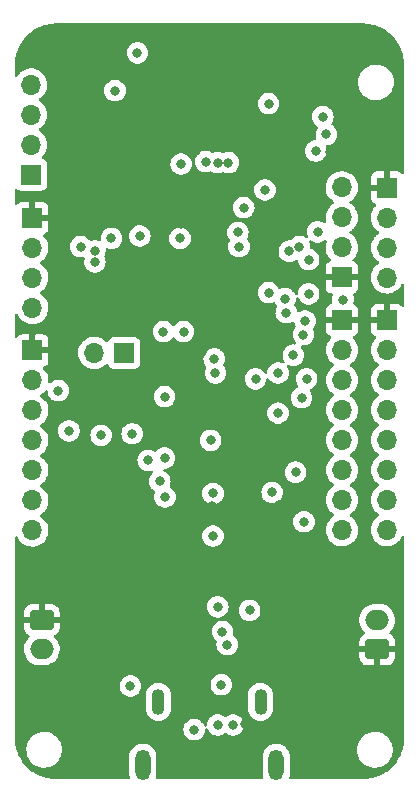
<source format=gbr>
%TF.GenerationSoftware,KiCad,Pcbnew,(6.0.5)*%
%TF.CreationDate,2022-07-28T20:20:27-06:00*%
%TF.ProjectId,transmitter,7472616e-736d-4697-9474-65722e6b6963,rev?*%
%TF.SameCoordinates,Original*%
%TF.FileFunction,Copper,L3,Inr*%
%TF.FilePolarity,Positive*%
%FSLAX46Y46*%
G04 Gerber Fmt 4.6, Leading zero omitted, Abs format (unit mm)*
G04 Created by KiCad (PCBNEW (6.0.5)) date 2022-07-28 20:20:27*
%MOMM*%
%LPD*%
G01*
G04 APERTURE LIST*
G04 Aperture macros list*
%AMRoundRect*
0 Rectangle with rounded corners*
0 $1 Rounding radius*
0 $2 $3 $4 $5 $6 $7 $8 $9 X,Y pos of 4 corners*
0 Add a 4 corners polygon primitive as box body*
4,1,4,$2,$3,$4,$5,$6,$7,$8,$9,$2,$3,0*
0 Add four circle primitives for the rounded corners*
1,1,$1+$1,$2,$3*
1,1,$1+$1,$4,$5*
1,1,$1+$1,$6,$7*
1,1,$1+$1,$8,$9*
0 Add four rect primitives between the rounded corners*
20,1,$1+$1,$2,$3,$4,$5,0*
20,1,$1+$1,$4,$5,$6,$7,0*
20,1,$1+$1,$6,$7,$8,$9,0*
20,1,$1+$1,$8,$9,$2,$3,0*%
G04 Aperture macros list end*
%TA.AperFunction,ComponentPad*%
%ADD10RoundRect,0.250000X-0.750000X0.600000X-0.750000X-0.600000X0.750000X-0.600000X0.750000X0.600000X0*%
%TD*%
%TA.AperFunction,ComponentPad*%
%ADD11O,2.000000X1.700000*%
%TD*%
%TA.AperFunction,ComponentPad*%
%ADD12R,1.700000X1.700000*%
%TD*%
%TA.AperFunction,ComponentPad*%
%ADD13O,1.700000X1.700000*%
%TD*%
%TA.AperFunction,ComponentPad*%
%ADD14O,1.100000X2.200000*%
%TD*%
%TA.AperFunction,ComponentPad*%
%ADD15O,1.300000X2.600000*%
%TD*%
%TA.AperFunction,ComponentPad*%
%ADD16RoundRect,0.250000X0.750000X-0.600000X0.750000X0.600000X-0.750000X0.600000X-0.750000X-0.600000X0*%
%TD*%
%TA.AperFunction,ViaPad*%
%ADD17C,0.800000*%
%TD*%
G04 APERTURE END LIST*
D10*
%TO.N,GND*%
%TO.C,J9*%
X134800000Y-125000000D03*
D11*
%TO.N,Net-(D2-Pad2)*%
X134800000Y-127500000D03*
%TD*%
D12*
%TO.N,GND*%
%TO.C,J3*%
X160225000Y-99625000D03*
D13*
%TO.N,/MISO*%
X160225000Y-102165000D03*
%TO.N,/MOSI*%
X160225000Y-104705000D03*
%TO.N,/SCK*%
X160225000Y-107245000D03*
%TO.N,/CS2*%
X160225000Y-109785000D03*
%TO.N,/SDA*%
X160225000Y-112325000D03*
%TO.N,/SCL*%
X160225000Y-114865000D03*
%TO.N,+3V3*%
X160225000Y-117405000D03*
%TD*%
D14*
%TO.N,unconnected-(J10-PadS1)*%
%TO.C,J10*%
X144680000Y-131940000D03*
X153320000Y-131940000D03*
D15*
X143350000Y-137300000D03*
X154650000Y-137300000D03*
%TD*%
D12*
%TO.N,GND*%
%TO.C,J8*%
X134000000Y-90980000D03*
D13*
%TO.N,/TX*%
X134000000Y-93520000D03*
%TO.N,/RX*%
X134000000Y-96060000D03*
%TO.N,+3V3*%
X134000000Y-98600000D03*
%TD*%
D12*
%TO.N,/~{THERM}*%
%TO.C,J4*%
X141775000Y-102400000D03*
D13*
%TO.N,+3V3*%
X139235000Y-102400000D03*
%TD*%
D12*
%TO.N,/MCU/GPIO4*%
%TO.C,J2*%
X133900000Y-87300000D03*
D13*
%TO.N,/MCU/GPIO3*%
X133900000Y-84760000D03*
%TO.N,/MCU/GPIO2*%
X133900000Y-82220000D03*
%TO.N,/MCU/GPIO1*%
X133900000Y-79680000D03*
%TD*%
D12*
%TO.N,GND*%
%TO.C,J5*%
X134000000Y-102200000D03*
D13*
%TO.N,/MISO*%
X134000000Y-104740000D03*
%TO.N,/MOSI*%
X134000000Y-107280000D03*
%TO.N,/SCK*%
X134000000Y-109820000D03*
%TO.N,/CS1*%
X134000000Y-112360000D03*
%TO.N,/CS*%
X134000000Y-114900000D03*
%TO.N,+3V3*%
X134000000Y-117440000D03*
%TD*%
D16*
%TO.N,GND*%
%TO.C,J1*%
X163200000Y-127500000D03*
D11*
%TO.N,/VBAT*%
X163200000Y-125000000D03*
%TD*%
D12*
%TO.N,GND*%
%TO.C,J7*%
X164025000Y-88400000D03*
D13*
%TO.N,/SCL*%
X164025000Y-90940000D03*
%TO.N,/SDA*%
X164025000Y-93480000D03*
%TO.N,+3V3*%
X164025000Y-96020000D03*
%TD*%
D12*
%TO.N,GND*%
%TO.C,J6*%
X160200000Y-96000000D03*
D13*
%TO.N,/SWCLK*%
X160200000Y-93460000D03*
%TO.N,/SWDIO*%
X160200000Y-90920000D03*
%TO.N,+3V3*%
X160200000Y-88380000D03*
%TD*%
D12*
%TO.N,GND*%
%TO.C,J11*%
X164025000Y-99625000D03*
D13*
%TO.N,/MISO*%
X164025000Y-102165000D03*
%TO.N,/MOSI*%
X164025000Y-104705000D03*
%TO.N,/SCK*%
X164025000Y-107245000D03*
%TO.N,/RST*%
X164025000Y-109785000D03*
%TO.N,/CS3*%
X164025000Y-112325000D03*
%TO.N,/IRQ*%
X164025000Y-114865000D03*
%TO.N,+3V3*%
X164025000Y-117405000D03*
%TD*%
D17*
%TO.N,GND*%
X155500000Y-84100000D03*
X149500000Y-90200000D03*
X138325000Y-89775000D03*
X137900000Y-115900000D03*
X149200000Y-95800000D03*
X146600000Y-91500000D03*
X159000000Y-81000000D03*
X149100000Y-127800000D03*
X152400000Y-107500000D03*
X149400000Y-112200000D03*
X153300000Y-82900000D03*
X158900000Y-89900000D03*
X145200000Y-109500000D03*
X159200000Y-85400000D03*
X146800000Y-103500000D03*
X142850000Y-114862500D03*
X164800000Y-120700000D03*
X148400000Y-102300000D03*
X154900000Y-115300000D03*
X145800000Y-133600000D03*
X149200000Y-115400000D03*
X158950000Y-79550000D03*
X155500000Y-84100000D03*
X154000000Y-77400000D03*
X150500000Y-91200000D03*
X147200000Y-126700000D03*
X148500000Y-136100000D03*
X153300000Y-127100000D03*
X152000000Y-133800000D03*
X146300000Y-119600000D03*
X152600000Y-84100000D03*
X159700000Y-123600000D03*
X139789355Y-112439442D03*
%TO.N,Net-(C3-Pad1)*%
X152900000Y-104600000D03*
X150600000Y-86300000D03*
%TO.N,Net-(C4-Pad2)*%
X148687119Y-86209803D03*
%TO.N,Net-(C5-Pad2)*%
X149680497Y-86300000D03*
%TO.N,+3V3*%
X149300000Y-114300000D03*
X151900000Y-90100000D03*
X154800000Y-104100000D03*
X154300000Y-114200000D03*
X154000000Y-81300000D03*
X146500000Y-92700000D03*
X158900000Y-83900000D03*
X145200000Y-106100000D03*
X146800000Y-100600000D03*
X146800000Y-100600000D03*
%TO.N,/LiPo/SOUT*%
X149300000Y-117900000D03*
X149700000Y-123900000D03*
%TO.N,/Regulators/+5V_reg*%
X152400000Y-124200000D03*
X157000000Y-116700000D03*
%TO.N,Net-(D2-Pad2)*%
X142300000Y-130600000D03*
%TO.N,Net-(D6-Pad2)*%
X147700000Y-134300000D03*
X151000000Y-133900000D03*
%TO.N,/MISO*%
X157100000Y-99700000D03*
X149500000Y-104100000D03*
%TO.N,/MOSI*%
X157226500Y-104600000D03*
X149400000Y-102900000D03*
%TO.N,/SCK*%
X149100000Y-109800000D03*
X156950000Y-100850000D03*
X154800000Y-107500000D03*
X156800000Y-106200000D03*
%TO.N,/SDA*%
X158000000Y-85300000D03*
X156300000Y-112500000D03*
X157400000Y-94500000D03*
%TO.N,/SCL*%
X158150000Y-92150000D03*
%TO.N,/~{THERM}*%
X146600000Y-86400000D03*
X145100000Y-100600000D03*
%TO.N,/CS1*%
X137100000Y-109000000D03*
X140700000Y-92700000D03*
%TO.N,/CS*%
X136200000Y-105600000D03*
X138100000Y-93400000D03*
%TO.N,/SWCLK*%
X153700000Y-88600000D03*
%TO.N,/D+*%
X150500000Y-127100000D03*
X151400000Y-92200000D03*
%TO.N,/D-*%
X151500000Y-93400000D03*
X150000000Y-130500000D03*
%TO.N,Net-(J10-PadB5)*%
X149700000Y-133900000D03*
%TO.N,/MCU/VDIV*%
X143100000Y-92500000D03*
X150100000Y-126000000D03*
%TO.N,/PGOOD*%
X142450000Y-109250000D03*
X145230500Y-114600000D03*
X139300000Y-94700000D03*
X145200000Y-111300000D03*
%TO.N,/CHG*%
X139300000Y-93773497D03*
X144790631Y-113278869D03*
X139825000Y-109375000D03*
X143800000Y-111500000D03*
%TO.N,/LEDs/G_a*%
X141000000Y-80200000D03*
X154000000Y-97300000D03*
%TO.N,/LEDs/B_a*%
X155400000Y-97800000D03*
X142900000Y-77000000D03*
%TO.N,/CS3*%
X157400000Y-97400000D03*
X160300000Y-97900000D03*
X155761695Y-93794527D03*
%TO.N,/IRQ*%
X155500000Y-99000000D03*
X156100000Y-102600000D03*
%TO.N,/Barometer/INTB*%
X156600000Y-93400000D03*
X158600000Y-82400000D03*
%TD*%
%TA.AperFunction,Conductor*%
%TO.N,GND*%
G36*
X161970018Y-74510000D02*
G01*
X161984852Y-74512310D01*
X161984855Y-74512310D01*
X161993724Y-74513691D01*
X162002627Y-74512527D01*
X162002628Y-74512527D01*
X162013076Y-74511161D01*
X162035594Y-74510249D01*
X162336051Y-74525010D01*
X162348345Y-74526221D01*
X162675034Y-74574680D01*
X162687156Y-74577090D01*
X162781196Y-74600646D01*
X163007523Y-74657339D01*
X163019355Y-74660928D01*
X163330311Y-74772190D01*
X163341735Y-74776922D01*
X163409500Y-74808972D01*
X163640292Y-74918128D01*
X163651188Y-74923953D01*
X163792101Y-75008412D01*
X163934467Y-75093744D01*
X163944748Y-75100614D01*
X164210017Y-75297350D01*
X164219556Y-75305177D01*
X164464282Y-75526985D01*
X164473015Y-75535718D01*
X164694823Y-75780444D01*
X164702650Y-75789983D01*
X164846901Y-75984483D01*
X164899386Y-76055252D01*
X164906256Y-76065533D01*
X165076045Y-76348807D01*
X165081874Y-76359712D01*
X165223078Y-76658265D01*
X165227810Y-76669689D01*
X165339072Y-76980645D01*
X165342661Y-76992477D01*
X165422909Y-77312841D01*
X165425321Y-77324969D01*
X165473779Y-77651650D01*
X165474990Y-77663949D01*
X165487006Y-77908500D01*
X165489390Y-77957034D01*
X165488042Y-77982598D01*
X165486309Y-77993724D01*
X165487474Y-78002630D01*
X165490436Y-78025283D01*
X165491500Y-78041621D01*
X165491500Y-87147250D01*
X165471498Y-87215371D01*
X165417842Y-87261864D01*
X165347568Y-87271968D01*
X165282988Y-87242474D01*
X165264674Y-87222815D01*
X165243286Y-87194277D01*
X165230724Y-87181715D01*
X165128649Y-87105214D01*
X165113054Y-87096676D01*
X164992606Y-87051522D01*
X164977351Y-87047895D01*
X164926486Y-87042369D01*
X164919672Y-87042000D01*
X164297115Y-87042000D01*
X164281876Y-87046475D01*
X164280671Y-87047865D01*
X164279000Y-87055548D01*
X164279000Y-88528000D01*
X164258998Y-88596121D01*
X164205342Y-88642614D01*
X164153000Y-88654000D01*
X162685116Y-88654000D01*
X162669877Y-88658475D01*
X162668672Y-88659865D01*
X162667001Y-88667548D01*
X162667001Y-89294669D01*
X162667371Y-89301490D01*
X162672895Y-89352352D01*
X162676521Y-89367604D01*
X162721676Y-89488054D01*
X162730214Y-89503649D01*
X162806715Y-89605724D01*
X162819276Y-89618285D01*
X162921351Y-89694786D01*
X162936946Y-89703324D01*
X163045827Y-89744142D01*
X163102591Y-89786784D01*
X163127291Y-89853345D01*
X163112083Y-89922694D01*
X163092691Y-89949175D01*
X162984741Y-90062138D01*
X162965629Y-90082138D01*
X162839743Y-90266680D01*
X162826038Y-90296206D01*
X162754972Y-90449305D01*
X162745688Y-90469305D01*
X162685989Y-90684570D01*
X162662251Y-90906695D01*
X162662548Y-90911848D01*
X162662548Y-90911851D01*
X162667049Y-90989908D01*
X162675110Y-91129715D01*
X162676247Y-91134761D01*
X162676248Y-91134767D01*
X162694104Y-91213998D01*
X162724222Y-91347639D01*
X162766762Y-91452403D01*
X162796665Y-91526045D01*
X162808266Y-91554616D01*
X162855200Y-91631206D01*
X162901155Y-91706197D01*
X162924987Y-91745088D01*
X163071250Y-91913938D01*
X163243126Y-92056632D01*
X163282219Y-92079476D01*
X163316445Y-92099476D01*
X163365169Y-92151114D01*
X163378240Y-92220897D01*
X163351509Y-92286669D01*
X163311055Y-92320027D01*
X163298607Y-92326507D01*
X163294474Y-92329610D01*
X163294471Y-92329612D01*
X163141624Y-92444373D01*
X163119965Y-92460635D01*
X163116393Y-92464373D01*
X162980863Y-92606197D01*
X162965629Y-92622138D01*
X162962715Y-92626410D01*
X162962714Y-92626411D01*
X162894748Y-92726045D01*
X162839743Y-92806680D01*
X162809629Y-92871556D01*
X162748425Y-93003409D01*
X162745688Y-93009305D01*
X162685989Y-93224570D01*
X162662251Y-93446695D01*
X162662548Y-93451848D01*
X162662548Y-93451851D01*
X162671501Y-93607128D01*
X162675110Y-93669715D01*
X162676247Y-93674761D01*
X162676248Y-93674767D01*
X162696645Y-93765271D01*
X162724222Y-93887639D01*
X162762461Y-93981811D01*
X162801871Y-94078866D01*
X162808266Y-94094616D01*
X162849606Y-94162077D01*
X162913357Y-94266109D01*
X162924987Y-94285088D01*
X163071250Y-94453938D01*
X163243126Y-94596632D01*
X163275721Y-94615679D01*
X163316445Y-94639476D01*
X163365169Y-94691114D01*
X163378240Y-94760897D01*
X163351509Y-94826669D01*
X163311055Y-94860027D01*
X163298607Y-94866507D01*
X163294474Y-94869610D01*
X163294471Y-94869612D01*
X163216972Y-94927800D01*
X163119965Y-95000635D01*
X162965629Y-95162138D01*
X162839743Y-95346680D01*
X162745688Y-95549305D01*
X162685989Y-95764570D01*
X162662251Y-95986695D01*
X162662548Y-95991848D01*
X162662548Y-95991851D01*
X162668011Y-96086590D01*
X162675110Y-96209715D01*
X162676247Y-96214761D01*
X162676248Y-96214767D01*
X162697275Y-96308069D01*
X162724222Y-96427639D01*
X162762461Y-96521811D01*
X162802792Y-96621134D01*
X162808266Y-96634616D01*
X162924987Y-96825088D01*
X163071250Y-96993938D01*
X163243126Y-97136632D01*
X163436000Y-97249338D01*
X163440825Y-97251180D01*
X163440826Y-97251181D01*
X163513612Y-97278975D01*
X163644692Y-97329030D01*
X163649760Y-97330061D01*
X163649763Y-97330062D01*
X163740281Y-97348478D01*
X163863597Y-97373567D01*
X163868772Y-97373757D01*
X163868774Y-97373757D01*
X164081673Y-97381564D01*
X164081677Y-97381564D01*
X164086837Y-97381753D01*
X164091957Y-97381097D01*
X164091959Y-97381097D01*
X164303288Y-97354025D01*
X164303289Y-97354025D01*
X164308416Y-97353368D01*
X164324715Y-97348478D01*
X164517429Y-97290661D01*
X164517434Y-97290659D01*
X164522384Y-97289174D01*
X164722994Y-97190896D01*
X164904860Y-97061173D01*
X164932191Y-97033938D01*
X165027168Y-96939292D01*
X165063096Y-96903489D01*
X165122594Y-96820689D01*
X165190435Y-96726277D01*
X165193453Y-96722077D01*
X165219276Y-96669829D01*
X165252543Y-96602517D01*
X165300656Y-96550310D01*
X165369358Y-96532403D01*
X165436834Y-96554481D01*
X165481662Y-96609535D01*
X165491500Y-96658344D01*
X165491500Y-98372250D01*
X165471498Y-98440371D01*
X165417842Y-98486864D01*
X165347568Y-98496968D01*
X165282988Y-98467474D01*
X165264674Y-98447815D01*
X165243286Y-98419277D01*
X165230724Y-98406715D01*
X165128649Y-98330214D01*
X165113054Y-98321676D01*
X164992606Y-98276522D01*
X164977351Y-98272895D01*
X164926486Y-98267369D01*
X164919672Y-98267000D01*
X164297115Y-98267000D01*
X164281876Y-98271475D01*
X164280671Y-98272865D01*
X164279000Y-98280548D01*
X164279000Y-99753000D01*
X164258998Y-99821121D01*
X164205342Y-99867614D01*
X164153000Y-99879000D01*
X162685116Y-99879000D01*
X162669877Y-99883475D01*
X162668672Y-99884865D01*
X162667001Y-99892548D01*
X162667001Y-100519669D01*
X162667371Y-100526490D01*
X162672895Y-100577352D01*
X162676521Y-100592604D01*
X162721676Y-100713054D01*
X162730214Y-100728649D01*
X162806715Y-100830724D01*
X162819276Y-100843285D01*
X162921351Y-100919786D01*
X162936946Y-100928324D01*
X163045827Y-100969142D01*
X163102591Y-101011784D01*
X163127291Y-101078345D01*
X163112083Y-101147694D01*
X163092691Y-101174175D01*
X162973874Y-101298510D01*
X162965629Y-101307138D01*
X162962715Y-101311410D01*
X162962714Y-101311411D01*
X162900202Y-101403051D01*
X162839743Y-101491680D01*
X162745688Y-101694305D01*
X162685989Y-101909570D01*
X162662251Y-102131695D01*
X162662548Y-102136848D01*
X162662548Y-102136851D01*
X162667829Y-102228444D01*
X162675110Y-102354715D01*
X162676247Y-102359761D01*
X162676248Y-102359767D01*
X162687585Y-102410072D01*
X162724222Y-102572639D01*
X162808266Y-102779616D01*
X162924987Y-102970088D01*
X163071250Y-103138938D01*
X163152235Y-103206173D01*
X163235090Y-103274960D01*
X163243126Y-103281632D01*
X163282736Y-103304778D01*
X163316445Y-103324476D01*
X163365169Y-103376114D01*
X163378240Y-103445897D01*
X163351509Y-103511669D01*
X163311055Y-103545027D01*
X163298607Y-103551507D01*
X163294474Y-103554610D01*
X163294471Y-103554612D01*
X163124484Y-103682242D01*
X163119965Y-103685635D01*
X163116393Y-103689373D01*
X162998479Y-103812763D01*
X162965629Y-103847138D01*
X162839743Y-104031680D01*
X162810115Y-104095508D01*
X162748409Y-104228444D01*
X162745688Y-104234305D01*
X162685989Y-104449570D01*
X162662251Y-104671695D01*
X162662548Y-104676848D01*
X162662548Y-104676851D01*
X162674679Y-104887237D01*
X162675110Y-104894715D01*
X162676247Y-104899761D01*
X162676248Y-104899767D01*
X162692114Y-104970166D01*
X162724222Y-105112639D01*
X162762461Y-105206811D01*
X162796570Y-105290811D01*
X162808266Y-105319616D01*
X162829714Y-105354616D01*
X162916771Y-105496680D01*
X162924987Y-105510088D01*
X163071250Y-105678938D01*
X163243126Y-105821632D01*
X163265539Y-105834729D01*
X163316445Y-105864476D01*
X163365169Y-105916114D01*
X163378240Y-105985897D01*
X163351509Y-106051669D01*
X163311055Y-106085027D01*
X163298607Y-106091507D01*
X163294474Y-106094610D01*
X163294471Y-106094612D01*
X163124100Y-106222530D01*
X163119965Y-106225635D01*
X163116393Y-106229373D01*
X162969235Y-106383365D01*
X162965629Y-106387138D01*
X162839743Y-106571680D01*
X162825483Y-106602401D01*
X162765685Y-106731226D01*
X162745688Y-106774305D01*
X162685989Y-106989570D01*
X162662251Y-107211695D01*
X162662548Y-107216848D01*
X162662548Y-107216851D01*
X162667923Y-107310072D01*
X162675110Y-107434715D01*
X162676247Y-107439761D01*
X162676248Y-107439767D01*
X162688343Y-107493435D01*
X162724222Y-107652639D01*
X162808266Y-107859616D01*
X162924987Y-108050088D01*
X163071250Y-108218938D01*
X163243126Y-108361632D01*
X163274275Y-108379834D01*
X163316445Y-108404476D01*
X163365169Y-108456114D01*
X163378240Y-108525897D01*
X163351509Y-108591669D01*
X163311055Y-108625027D01*
X163298607Y-108631507D01*
X163294474Y-108634610D01*
X163294471Y-108634612D01*
X163182378Y-108718774D01*
X163119965Y-108765635D01*
X162965629Y-108927138D01*
X162839743Y-109111680D01*
X162745688Y-109314305D01*
X162685989Y-109529570D01*
X162685440Y-109534707D01*
X162676685Y-109616635D01*
X162662251Y-109751695D01*
X162662548Y-109756848D01*
X162662548Y-109756851D01*
X162668011Y-109851590D01*
X162675110Y-109974715D01*
X162676247Y-109979761D01*
X162676248Y-109979767D01*
X162689200Y-110037237D01*
X162724222Y-110192639D01*
X162761117Y-110283500D01*
X162805528Y-110392872D01*
X162808266Y-110399616D01*
X162924987Y-110590088D01*
X163071250Y-110758938D01*
X163243126Y-110901632D01*
X163297366Y-110933327D01*
X163316445Y-110944476D01*
X163365169Y-110996114D01*
X163378240Y-111065897D01*
X163351509Y-111131669D01*
X163311055Y-111165027D01*
X163298607Y-111171507D01*
X163294474Y-111174610D01*
X163294471Y-111174612D01*
X163127470Y-111300000D01*
X163119965Y-111305635D01*
X162965629Y-111467138D01*
X162839743Y-111651680D01*
X162824339Y-111684866D01*
X162753747Y-111836944D01*
X162745688Y-111854305D01*
X162685989Y-112069570D01*
X162662251Y-112291695D01*
X162662548Y-112296848D01*
X162662548Y-112296851D01*
X162669170Y-112411702D01*
X162675110Y-112514715D01*
X162676247Y-112519761D01*
X162676248Y-112519767D01*
X162696119Y-112607939D01*
X162724222Y-112732639D01*
X162808266Y-112939616D01*
X162924987Y-113130088D01*
X163071250Y-113298938D01*
X163243126Y-113441632D01*
X163289614Y-113468797D01*
X163316445Y-113484476D01*
X163365169Y-113536114D01*
X163378240Y-113605897D01*
X163351509Y-113671669D01*
X163311055Y-113705027D01*
X163298607Y-113711507D01*
X163294474Y-113714610D01*
X163294471Y-113714612D01*
X163142861Y-113828444D01*
X163119965Y-113845635D01*
X162965629Y-114007138D01*
X162962715Y-114011410D01*
X162962714Y-114011411D01*
X162950404Y-114029457D01*
X162839743Y-114191680D01*
X162745688Y-114394305D01*
X162685989Y-114609570D01*
X162662251Y-114831695D01*
X162662548Y-114836848D01*
X162662548Y-114836851D01*
X162671219Y-114987237D01*
X162675110Y-115054715D01*
X162676247Y-115059761D01*
X162676248Y-115059767D01*
X162683314Y-115091118D01*
X162724222Y-115272639D01*
X162762461Y-115366811D01*
X162803872Y-115468794D01*
X162808266Y-115479616D01*
X162924987Y-115670088D01*
X163071250Y-115838938D01*
X163243126Y-115981632D01*
X163297366Y-116013327D01*
X163316445Y-116024476D01*
X163365169Y-116076114D01*
X163378240Y-116145897D01*
X163351509Y-116211669D01*
X163311055Y-116245027D01*
X163298607Y-116251507D01*
X163294474Y-116254610D01*
X163294471Y-116254612D01*
X163124100Y-116382530D01*
X163119965Y-116385635D01*
X163116393Y-116389373D01*
X163007050Y-116503794D01*
X162965629Y-116547138D01*
X162839743Y-116731680D01*
X162745688Y-116934305D01*
X162685989Y-117149570D01*
X162662251Y-117371695D01*
X162662548Y-117376848D01*
X162662548Y-117376851D01*
X162674812Y-117589547D01*
X162675110Y-117594715D01*
X162676247Y-117599761D01*
X162676248Y-117599767D01*
X162696119Y-117687939D01*
X162724222Y-117812639D01*
X162808266Y-118019616D01*
X162924987Y-118210088D01*
X163071250Y-118378938D01*
X163243126Y-118521632D01*
X163436000Y-118634338D01*
X163644692Y-118714030D01*
X163649760Y-118715061D01*
X163649763Y-118715062D01*
X163757017Y-118736883D01*
X163863597Y-118758567D01*
X163868772Y-118758757D01*
X163868774Y-118758757D01*
X164081673Y-118766564D01*
X164081677Y-118766564D01*
X164086837Y-118766753D01*
X164091957Y-118766097D01*
X164091959Y-118766097D01*
X164303288Y-118739025D01*
X164303289Y-118739025D01*
X164308416Y-118738368D01*
X164313366Y-118736883D01*
X164517429Y-118675661D01*
X164517434Y-118675659D01*
X164522384Y-118674174D01*
X164722994Y-118575896D01*
X164904860Y-118446173D01*
X164914122Y-118436944D01*
X165059435Y-118292137D01*
X165063096Y-118288489D01*
X165122594Y-118205689D01*
X165190435Y-118111277D01*
X165193453Y-118107077D01*
X165249075Y-117994535D01*
X165252543Y-117987517D01*
X165300656Y-117935310D01*
X165369358Y-117917403D01*
X165436834Y-117939481D01*
X165481662Y-117994535D01*
X165491500Y-118043344D01*
X165491500Y-134950633D01*
X165490000Y-134970018D01*
X165488018Y-134982749D01*
X165486309Y-134993724D01*
X165487473Y-135002627D01*
X165487473Y-135002628D01*
X165488839Y-135013076D01*
X165489751Y-135035594D01*
X165479303Y-135248282D01*
X165474991Y-135336045D01*
X165473779Y-135348345D01*
X165440500Y-135572702D01*
X165425321Y-135675031D01*
X165422910Y-135687156D01*
X165418243Y-135705785D01*
X165342661Y-136007523D01*
X165339072Y-136019355D01*
X165227810Y-136330311D01*
X165223078Y-136341735D01*
X165177560Y-136437976D01*
X165102827Y-136595987D01*
X165081874Y-136640288D01*
X165076045Y-136651193D01*
X164906256Y-136934467D01*
X164899386Y-136944748D01*
X164846901Y-137015517D01*
X164702650Y-137210017D01*
X164694823Y-137219556D01*
X164545381Y-137384439D01*
X164473020Y-137464277D01*
X164464282Y-137473015D01*
X164219556Y-137694823D01*
X164210017Y-137702650D01*
X164015517Y-137846901D01*
X163944748Y-137899386D01*
X163934467Y-137906256D01*
X163792101Y-137991588D01*
X163651188Y-138076047D01*
X163640292Y-138081872D01*
X163505870Y-138145448D01*
X163341735Y-138223078D01*
X163330311Y-138227810D01*
X163019355Y-138339072D01*
X163007523Y-138342661D01*
X162781196Y-138399354D01*
X162687156Y-138422910D01*
X162675034Y-138425320D01*
X162348345Y-138473779D01*
X162336051Y-138474990D01*
X162042961Y-138489390D01*
X162017402Y-138488042D01*
X162006276Y-138486309D01*
X161974714Y-138490436D01*
X161958379Y-138491500D01*
X155866068Y-138491500D01*
X155797947Y-138471498D01*
X155751454Y-138417842D01*
X155741350Y-138347568D01*
X155745733Y-138328146D01*
X155788039Y-138191898D01*
X155808500Y-138019018D01*
X155808500Y-136595987D01*
X155793981Y-136437976D01*
X155792302Y-136432022D01*
X155737754Y-136238611D01*
X155737753Y-136238609D01*
X155736186Y-136233052D01*
X155714798Y-136189680D01*
X155647304Y-136052817D01*
X161487514Y-136052817D01*
X161488095Y-136057837D01*
X161488095Y-136057841D01*
X161507769Y-136227872D01*
X161515415Y-136293956D01*
X161516791Y-136298820D01*
X161516792Y-136298823D01*
X161554595Y-136432416D01*
X161581510Y-136527532D01*
X161583644Y-136532108D01*
X161583646Y-136532114D01*
X161640446Y-136653922D01*
X161684099Y-136747536D01*
X161820544Y-136948307D01*
X161987332Y-137124681D01*
X161991358Y-137127759D01*
X161991359Y-137127760D01*
X162176154Y-137269047D01*
X162176158Y-137269050D01*
X162180174Y-137272120D01*
X162394109Y-137386831D01*
X162623631Y-137465862D01*
X162722978Y-137483022D01*
X162858926Y-137506504D01*
X162858932Y-137506505D01*
X162862836Y-137507179D01*
X162866797Y-137507359D01*
X162866798Y-137507359D01*
X162890506Y-137508436D01*
X162890525Y-137508436D01*
X162891925Y-137508500D01*
X163061001Y-137508500D01*
X163063509Y-137508298D01*
X163063514Y-137508298D01*
X163236924Y-137494346D01*
X163236929Y-137494345D01*
X163241965Y-137493940D01*
X163246873Y-137492734D01*
X163246876Y-137492734D01*
X163472792Y-137437244D01*
X163477706Y-137436037D01*
X163482358Y-137434062D01*
X163482362Y-137434061D01*
X163696498Y-137343165D01*
X163701156Y-137341188D01*
X163807037Y-137274511D01*
X163902288Y-137214528D01*
X163902291Y-137214526D01*
X163906567Y-137211833D01*
X164005422Y-137124681D01*
X164084858Y-137054650D01*
X164084861Y-137054647D01*
X164088655Y-137051302D01*
X164176696Y-136944119D01*
X164239526Y-136867628D01*
X164239528Y-136867625D01*
X164242734Y-136863722D01*
X164364841Y-136653922D01*
X164415224Y-136522669D01*
X164450020Y-136432022D01*
X164450021Y-136432018D01*
X164451833Y-136427298D01*
X164452868Y-136422345D01*
X164500440Y-136194631D01*
X164500440Y-136194627D01*
X164501474Y-136189680D01*
X164512486Y-135947183D01*
X164503275Y-135867573D01*
X164485167Y-135711071D01*
X164485166Y-135711067D01*
X164484585Y-135706044D01*
X164445517Y-135567978D01*
X164419866Y-135477331D01*
X164418490Y-135472468D01*
X164416356Y-135467892D01*
X164416354Y-135467886D01*
X164318038Y-135257046D01*
X164318036Y-135257042D01*
X164315901Y-135252464D01*
X164179456Y-135051693D01*
X164012668Y-134875319D01*
X163954997Y-134831226D01*
X163823846Y-134730953D01*
X163823842Y-134730950D01*
X163819826Y-134727880D01*
X163605891Y-134613169D01*
X163376369Y-134534138D01*
X163277022Y-134516978D01*
X163141074Y-134493496D01*
X163141068Y-134493495D01*
X163137164Y-134492821D01*
X163133203Y-134492641D01*
X163133202Y-134492641D01*
X163109494Y-134491564D01*
X163109475Y-134491564D01*
X163108075Y-134491500D01*
X162938999Y-134491500D01*
X162936491Y-134491702D01*
X162936486Y-134491702D01*
X162763076Y-134505654D01*
X162763071Y-134505655D01*
X162758035Y-134506060D01*
X162753127Y-134507266D01*
X162753124Y-134507266D01*
X162527208Y-134562756D01*
X162522294Y-134563963D01*
X162517642Y-134565938D01*
X162517638Y-134565939D01*
X162410252Y-134611522D01*
X162298844Y-134658812D01*
X162278607Y-134671556D01*
X162097712Y-134785472D01*
X162097709Y-134785474D01*
X162093433Y-134788167D01*
X162089639Y-134791512D01*
X161915142Y-134945350D01*
X161915139Y-134945353D01*
X161911345Y-134948698D01*
X161908135Y-134952606D01*
X161908134Y-134952607D01*
X161794361Y-135091118D01*
X161757266Y-135136278D01*
X161635159Y-135346078D01*
X161633346Y-135350801D01*
X161566025Y-135526181D01*
X161548167Y-135572702D01*
X161547133Y-135577652D01*
X161547132Y-135577655D01*
X161520365Y-135705785D01*
X161498526Y-135810320D01*
X161487514Y-136052817D01*
X155647304Y-136052817D01*
X155644570Y-136047273D01*
X155642015Y-136042092D01*
X155514622Y-135871491D01*
X155358271Y-135726963D01*
X155178201Y-135613347D01*
X154980441Y-135534449D01*
X154974781Y-135533323D01*
X154974777Y-135533322D01*
X154777282Y-135494038D01*
X154777280Y-135494038D01*
X154771615Y-135492911D01*
X154765840Y-135492835D01*
X154765836Y-135492835D01*
X154659161Y-135491439D01*
X154558716Y-135490124D01*
X154553019Y-135491103D01*
X154553018Y-135491103D01*
X154354564Y-135525203D01*
X154354561Y-135525204D01*
X154348874Y-135526181D01*
X154149116Y-135599875D01*
X153966134Y-135708739D01*
X153806054Y-135849125D01*
X153674238Y-136016333D01*
X153671549Y-136021444D01*
X153671547Y-136021447D01*
X153652399Y-136057841D01*
X153575100Y-136204762D01*
X153573386Y-136210283D01*
X153573384Y-136210287D01*
X153520494Y-136380623D01*
X153511961Y-136408102D01*
X153491500Y-136580982D01*
X153491500Y-138004013D01*
X153506019Y-138162024D01*
X153507587Y-138167583D01*
X153507587Y-138167584D01*
X153553760Y-138331298D01*
X153553000Y-138402291D01*
X153513979Y-138461602D01*
X153449086Y-138490402D01*
X153432491Y-138491500D01*
X144566068Y-138491500D01*
X144497947Y-138471498D01*
X144451454Y-138417842D01*
X144441350Y-138347568D01*
X144445733Y-138328146D01*
X144488039Y-138191898D01*
X144508500Y-138019018D01*
X144508500Y-136595987D01*
X144493981Y-136437976D01*
X144492302Y-136432022D01*
X144437754Y-136238611D01*
X144437753Y-136238609D01*
X144436186Y-136233052D01*
X144414798Y-136189680D01*
X144344570Y-136047273D01*
X144342015Y-136042092D01*
X144214622Y-135871491D01*
X144058271Y-135726963D01*
X143878201Y-135613347D01*
X143680441Y-135534449D01*
X143674781Y-135533323D01*
X143674777Y-135533322D01*
X143477282Y-135494038D01*
X143477280Y-135494038D01*
X143471615Y-135492911D01*
X143465840Y-135492835D01*
X143465836Y-135492835D01*
X143359161Y-135491439D01*
X143258716Y-135490124D01*
X143253019Y-135491103D01*
X143253018Y-135491103D01*
X143054564Y-135525203D01*
X143054561Y-135525204D01*
X143048874Y-135526181D01*
X142849116Y-135599875D01*
X142666134Y-135708739D01*
X142506054Y-135849125D01*
X142374238Y-136016333D01*
X142371549Y-136021444D01*
X142371547Y-136021447D01*
X142352399Y-136057841D01*
X142275100Y-136204762D01*
X142273386Y-136210283D01*
X142273384Y-136210287D01*
X142220494Y-136380623D01*
X142211961Y-136408102D01*
X142191500Y-136580982D01*
X142191500Y-138004013D01*
X142206019Y-138162024D01*
X142207587Y-138167583D01*
X142207587Y-138167584D01*
X142253760Y-138331298D01*
X142253000Y-138402291D01*
X142213979Y-138461602D01*
X142149086Y-138490402D01*
X142132491Y-138491500D01*
X136049367Y-138491500D01*
X136029982Y-138490000D01*
X136015148Y-138487690D01*
X136015145Y-138487690D01*
X136006276Y-138486309D01*
X135997373Y-138487473D01*
X135997372Y-138487473D01*
X135986924Y-138488839D01*
X135964406Y-138489751D01*
X135663949Y-138474990D01*
X135651655Y-138473779D01*
X135324966Y-138425320D01*
X135312844Y-138422910D01*
X135218804Y-138399354D01*
X134992477Y-138342661D01*
X134980645Y-138339072D01*
X134669689Y-138227810D01*
X134658265Y-138223078D01*
X134494130Y-138145448D01*
X134359708Y-138081872D01*
X134348812Y-138076047D01*
X134207899Y-137991588D01*
X134065533Y-137906256D01*
X134055252Y-137899386D01*
X133984483Y-137846901D01*
X133789983Y-137702650D01*
X133780444Y-137694823D01*
X133535718Y-137473015D01*
X133526980Y-137464277D01*
X133454619Y-137384439D01*
X133305177Y-137219556D01*
X133297350Y-137210017D01*
X133153099Y-137015517D01*
X133100614Y-136944748D01*
X133093744Y-136934467D01*
X132923955Y-136651193D01*
X132918126Y-136640288D01*
X132897174Y-136595987D01*
X132822440Y-136437976D01*
X132776922Y-136341735D01*
X132772190Y-136330311D01*
X132672901Y-136052817D01*
X133487514Y-136052817D01*
X133488095Y-136057837D01*
X133488095Y-136057841D01*
X133507769Y-136227872D01*
X133515415Y-136293956D01*
X133516791Y-136298820D01*
X133516792Y-136298823D01*
X133554595Y-136432416D01*
X133581510Y-136527532D01*
X133583644Y-136532108D01*
X133583646Y-136532114D01*
X133640446Y-136653922D01*
X133684099Y-136747536D01*
X133820544Y-136948307D01*
X133987332Y-137124681D01*
X133991358Y-137127759D01*
X133991359Y-137127760D01*
X134176154Y-137269047D01*
X134176158Y-137269050D01*
X134180174Y-137272120D01*
X134394109Y-137386831D01*
X134623631Y-137465862D01*
X134722978Y-137483022D01*
X134858926Y-137506504D01*
X134858932Y-137506505D01*
X134862836Y-137507179D01*
X134866797Y-137507359D01*
X134866798Y-137507359D01*
X134890506Y-137508436D01*
X134890525Y-137508436D01*
X134891925Y-137508500D01*
X135061001Y-137508500D01*
X135063509Y-137508298D01*
X135063514Y-137508298D01*
X135236924Y-137494346D01*
X135236929Y-137494345D01*
X135241965Y-137493940D01*
X135246873Y-137492734D01*
X135246876Y-137492734D01*
X135472792Y-137437244D01*
X135477706Y-137436037D01*
X135482358Y-137434062D01*
X135482362Y-137434061D01*
X135696498Y-137343165D01*
X135701156Y-137341188D01*
X135807037Y-137274511D01*
X135902288Y-137214528D01*
X135902291Y-137214526D01*
X135906567Y-137211833D01*
X136005422Y-137124681D01*
X136084858Y-137054650D01*
X136084861Y-137054647D01*
X136088655Y-137051302D01*
X136176696Y-136944119D01*
X136239526Y-136867628D01*
X136239528Y-136867625D01*
X136242734Y-136863722D01*
X136364841Y-136653922D01*
X136415224Y-136522669D01*
X136450020Y-136432022D01*
X136450021Y-136432018D01*
X136451833Y-136427298D01*
X136452868Y-136422345D01*
X136500440Y-136194631D01*
X136500440Y-136194627D01*
X136501474Y-136189680D01*
X136512486Y-135947183D01*
X136503275Y-135867573D01*
X136485167Y-135711071D01*
X136485166Y-135711067D01*
X136484585Y-135706044D01*
X136445517Y-135567978D01*
X136419866Y-135477331D01*
X136418490Y-135472468D01*
X136416356Y-135467892D01*
X136416354Y-135467886D01*
X136318038Y-135257046D01*
X136318036Y-135257042D01*
X136315901Y-135252464D01*
X136179456Y-135051693D01*
X136012668Y-134875319D01*
X135954997Y-134831226D01*
X135823846Y-134730953D01*
X135823842Y-134730950D01*
X135819826Y-134727880D01*
X135605891Y-134613169D01*
X135376369Y-134534138D01*
X135277022Y-134516978D01*
X135141074Y-134493496D01*
X135141068Y-134493495D01*
X135137164Y-134492821D01*
X135133203Y-134492641D01*
X135133202Y-134492641D01*
X135109494Y-134491564D01*
X135109475Y-134491564D01*
X135108075Y-134491500D01*
X134938999Y-134491500D01*
X134936491Y-134491702D01*
X134936486Y-134491702D01*
X134763076Y-134505654D01*
X134763071Y-134505655D01*
X134758035Y-134506060D01*
X134753127Y-134507266D01*
X134753124Y-134507266D01*
X134527208Y-134562756D01*
X134522294Y-134563963D01*
X134517642Y-134565938D01*
X134517638Y-134565939D01*
X134410252Y-134611522D01*
X134298844Y-134658812D01*
X134278607Y-134671556D01*
X134097712Y-134785472D01*
X134097709Y-134785474D01*
X134093433Y-134788167D01*
X134089639Y-134791512D01*
X133915142Y-134945350D01*
X133915139Y-134945353D01*
X133911345Y-134948698D01*
X133908135Y-134952606D01*
X133908134Y-134952607D01*
X133794361Y-135091118D01*
X133757266Y-135136278D01*
X133635159Y-135346078D01*
X133633346Y-135350801D01*
X133566025Y-135526181D01*
X133548167Y-135572702D01*
X133547133Y-135577652D01*
X133547132Y-135577655D01*
X133520365Y-135705785D01*
X133498526Y-135810320D01*
X133487514Y-136052817D01*
X132672901Y-136052817D01*
X132660928Y-136019355D01*
X132657339Y-136007523D01*
X132581757Y-135705785D01*
X132577090Y-135687156D01*
X132574679Y-135675031D01*
X132559500Y-135572702D01*
X132526220Y-135348343D01*
X132525009Y-135336045D01*
X132510795Y-135046695D01*
X132512387Y-135019619D01*
X132513576Y-135012552D01*
X132513729Y-135000000D01*
X132509773Y-134972376D01*
X132508500Y-134954514D01*
X132508500Y-134300000D01*
X146786496Y-134300000D01*
X146806458Y-134489928D01*
X146865473Y-134671556D01*
X146960960Y-134836944D01*
X146965378Y-134841851D01*
X146965379Y-134841852D01*
X147074900Y-134963487D01*
X147088747Y-134978866D01*
X147243248Y-135091118D01*
X147249276Y-135093802D01*
X147249278Y-135093803D01*
X147354490Y-135140646D01*
X147417712Y-135168794D01*
X147511112Y-135188647D01*
X147598056Y-135207128D01*
X147598061Y-135207128D01*
X147604513Y-135208500D01*
X147795487Y-135208500D01*
X147801939Y-135207128D01*
X147801944Y-135207128D01*
X147888888Y-135188647D01*
X147982288Y-135168794D01*
X148045510Y-135140646D01*
X148150722Y-135093803D01*
X148150724Y-135093802D01*
X148156752Y-135091118D01*
X148311253Y-134978866D01*
X148325100Y-134963487D01*
X148434621Y-134841852D01*
X148434622Y-134841851D01*
X148439040Y-134836944D01*
X148534527Y-134671556D01*
X148593542Y-134489928D01*
X148613504Y-134300000D01*
X148612814Y-134293435D01*
X148612814Y-134289484D01*
X148632816Y-134221363D01*
X148686472Y-134174870D01*
X148756746Y-134164766D01*
X148821326Y-134194260D01*
X148858646Y-134250546D01*
X148865473Y-134271556D01*
X148960960Y-134436944D01*
X148965378Y-134441851D01*
X148965379Y-134441852D01*
X149075328Y-134563963D01*
X149088747Y-134578866D01*
X149243248Y-134691118D01*
X149249276Y-134693802D01*
X149249278Y-134693803D01*
X149325817Y-134727880D01*
X149417712Y-134768794D01*
X149508854Y-134788167D01*
X149598056Y-134807128D01*
X149598061Y-134807128D01*
X149604513Y-134808500D01*
X149795487Y-134808500D01*
X149801939Y-134807128D01*
X149801944Y-134807128D01*
X149891146Y-134788167D01*
X149982288Y-134768794D01*
X150074183Y-134727880D01*
X150150722Y-134693803D01*
X150150724Y-134693802D01*
X150156752Y-134691118D01*
X150275940Y-134604523D01*
X150342806Y-134580665D01*
X150411958Y-134596745D01*
X150424058Y-134604521D01*
X150543248Y-134691118D01*
X150549276Y-134693802D01*
X150549278Y-134693803D01*
X150625817Y-134727880D01*
X150717712Y-134768794D01*
X150808854Y-134788167D01*
X150898056Y-134807128D01*
X150898061Y-134807128D01*
X150904513Y-134808500D01*
X151095487Y-134808500D01*
X151101939Y-134807128D01*
X151101944Y-134807128D01*
X151191146Y-134788167D01*
X151282288Y-134768794D01*
X151374183Y-134727880D01*
X151450722Y-134693803D01*
X151450724Y-134693802D01*
X151456752Y-134691118D01*
X151611253Y-134578866D01*
X151624672Y-134563963D01*
X151734621Y-134441852D01*
X151734622Y-134441851D01*
X151739040Y-134436944D01*
X151834527Y-134271556D01*
X151893542Y-134089928D01*
X151900353Y-134025130D01*
X151912814Y-133906565D01*
X151913504Y-133900000D01*
X151893542Y-133710072D01*
X151834527Y-133528444D01*
X151739040Y-133363056D01*
X151627758Y-133239464D01*
X151615675Y-133226045D01*
X151615674Y-133226044D01*
X151611253Y-133221134D01*
X151456752Y-133108882D01*
X151450724Y-133106198D01*
X151450722Y-133106197D01*
X151288319Y-133033891D01*
X151288318Y-133033891D01*
X151282288Y-133031206D01*
X151188887Y-133011353D01*
X151101944Y-132992872D01*
X151101939Y-132992872D01*
X151095487Y-132991500D01*
X150904513Y-132991500D01*
X150898061Y-132992872D01*
X150898056Y-132992872D01*
X150811113Y-133011353D01*
X150717712Y-133031206D01*
X150711682Y-133033891D01*
X150711681Y-133033891D01*
X150549278Y-133106197D01*
X150549276Y-133106198D01*
X150543248Y-133108882D01*
X150537907Y-133112762D01*
X150537906Y-133112763D01*
X150424061Y-133195477D01*
X150357194Y-133219335D01*
X150288042Y-133203255D01*
X150275939Y-133195477D01*
X150162094Y-133112763D01*
X150162093Y-133112762D01*
X150156752Y-133108882D01*
X150150724Y-133106198D01*
X150150722Y-133106197D01*
X149988319Y-133033891D01*
X149988318Y-133033891D01*
X149982288Y-133031206D01*
X149888887Y-133011353D01*
X149801944Y-132992872D01*
X149801939Y-132992872D01*
X149795487Y-132991500D01*
X149604513Y-132991500D01*
X149598061Y-132992872D01*
X149598056Y-132992872D01*
X149511113Y-133011353D01*
X149417712Y-133031206D01*
X149411682Y-133033891D01*
X149411681Y-133033891D01*
X149249278Y-133106197D01*
X149249276Y-133106198D01*
X149243248Y-133108882D01*
X149088747Y-133221134D01*
X149084326Y-133226044D01*
X149084325Y-133226045D01*
X149072243Y-133239464D01*
X148960960Y-133363056D01*
X148865473Y-133528444D01*
X148806458Y-133710072D01*
X148786496Y-133900000D01*
X148787186Y-133906565D01*
X148787186Y-133910516D01*
X148767184Y-133978637D01*
X148713528Y-134025130D01*
X148643254Y-134035234D01*
X148578674Y-134005740D01*
X148541353Y-133949453D01*
X148536568Y-133934726D01*
X148534527Y-133928444D01*
X148439040Y-133763056D01*
X148397243Y-133716635D01*
X148315675Y-133626045D01*
X148315674Y-133626044D01*
X148311253Y-133621134D01*
X148156752Y-133508882D01*
X148150724Y-133506198D01*
X148150722Y-133506197D01*
X147988319Y-133433891D01*
X147988318Y-133433891D01*
X147982288Y-133431206D01*
X147888888Y-133411353D01*
X147801944Y-133392872D01*
X147801939Y-133392872D01*
X147795487Y-133391500D01*
X147604513Y-133391500D01*
X147598061Y-133392872D01*
X147598056Y-133392872D01*
X147511112Y-133411353D01*
X147417712Y-133431206D01*
X147411682Y-133433891D01*
X147411681Y-133433891D01*
X147249278Y-133506197D01*
X147249276Y-133506198D01*
X147243248Y-133508882D01*
X147088747Y-133621134D01*
X147084326Y-133626044D01*
X147084325Y-133626045D01*
X147002758Y-133716635D01*
X146960960Y-133763056D01*
X146865473Y-133928444D01*
X146806458Y-134110072D01*
X146805768Y-134116633D01*
X146805768Y-134116635D01*
X146794761Y-134221363D01*
X146786496Y-134300000D01*
X132508500Y-134300000D01*
X132508500Y-132542237D01*
X143621500Y-132542237D01*
X143621800Y-132545293D01*
X143621800Y-132545300D01*
X143622564Y-132553087D01*
X143636635Y-132696592D01*
X143696632Y-132895315D01*
X143699527Y-132900760D01*
X143699528Y-132900762D01*
X143748505Y-132992872D01*
X143794087Y-133078599D01*
X143842917Y-133138471D01*
X143921390Y-133234689D01*
X143921393Y-133234692D01*
X143925285Y-133239464D01*
X143930033Y-133243392D01*
X143930034Y-133243393D01*
X144043514Y-133337272D01*
X144085230Y-133371783D01*
X144090647Y-133374712D01*
X144090650Y-133374714D01*
X144262410Y-133467584D01*
X144262415Y-133467586D01*
X144267830Y-133470514D01*
X144466129Y-133531898D01*
X144472254Y-133532542D01*
X144472255Y-133532542D01*
X144666446Y-133552952D01*
X144666448Y-133552952D01*
X144672575Y-133553596D01*
X144758485Y-133545777D01*
X144873164Y-133535341D01*
X144873167Y-133535340D01*
X144879303Y-133534782D01*
X144885209Y-133533044D01*
X144885213Y-133533043D01*
X145072531Y-133477912D01*
X145072530Y-133477912D01*
X145078440Y-133476173D01*
X145262400Y-133380001D01*
X145424177Y-133249929D01*
X145429662Y-133243393D01*
X145539273Y-133112763D01*
X145557609Y-133090911D01*
X145560573Y-133085519D01*
X145560576Y-133085515D01*
X145654646Y-132914402D01*
X145657613Y-132909005D01*
X145720379Y-132711139D01*
X145721350Y-132702489D01*
X145738107Y-132553087D01*
X145738500Y-132549587D01*
X145738500Y-132542237D01*
X152261500Y-132542237D01*
X152261800Y-132545293D01*
X152261800Y-132545300D01*
X152262564Y-132553087D01*
X152276635Y-132696592D01*
X152336632Y-132895315D01*
X152339527Y-132900760D01*
X152339528Y-132900762D01*
X152388505Y-132992872D01*
X152434087Y-133078599D01*
X152482917Y-133138471D01*
X152561390Y-133234689D01*
X152561393Y-133234692D01*
X152565285Y-133239464D01*
X152570033Y-133243392D01*
X152570034Y-133243393D01*
X152683514Y-133337272D01*
X152725230Y-133371783D01*
X152730647Y-133374712D01*
X152730650Y-133374714D01*
X152902410Y-133467584D01*
X152902415Y-133467586D01*
X152907830Y-133470514D01*
X153106129Y-133531898D01*
X153112254Y-133532542D01*
X153112255Y-133532542D01*
X153306446Y-133552952D01*
X153306448Y-133552952D01*
X153312575Y-133553596D01*
X153398485Y-133545777D01*
X153513164Y-133535341D01*
X153513167Y-133535340D01*
X153519303Y-133534782D01*
X153525209Y-133533044D01*
X153525213Y-133533043D01*
X153712531Y-133477912D01*
X153712530Y-133477912D01*
X153718440Y-133476173D01*
X153902400Y-133380001D01*
X154064177Y-133249929D01*
X154069662Y-133243393D01*
X154179273Y-133112763D01*
X154197609Y-133090911D01*
X154200573Y-133085519D01*
X154200576Y-133085515D01*
X154294646Y-132914402D01*
X154297613Y-132909005D01*
X154360379Y-132711139D01*
X154361350Y-132702489D01*
X154378107Y-132553087D01*
X154378500Y-132549587D01*
X154378500Y-131337763D01*
X154377780Y-131330413D01*
X154363966Y-131189534D01*
X154363965Y-131189531D01*
X154363365Y-131183408D01*
X154303368Y-130984685D01*
X154293219Y-130965598D01*
X154208809Y-130806847D01*
X154208808Y-130806845D01*
X154205913Y-130801401D01*
X154157083Y-130741529D01*
X154078610Y-130645311D01*
X154078607Y-130645308D01*
X154074715Y-130640536D01*
X154067770Y-130634790D01*
X153919518Y-130512145D01*
X153919519Y-130512145D01*
X153914770Y-130508217D01*
X153909353Y-130505288D01*
X153909350Y-130505286D01*
X153737590Y-130412416D01*
X153737585Y-130412414D01*
X153732170Y-130409486D01*
X153533871Y-130348102D01*
X153527746Y-130347458D01*
X153527745Y-130347458D01*
X153333554Y-130327048D01*
X153333552Y-130327048D01*
X153327425Y-130326404D01*
X153241515Y-130334223D01*
X153126836Y-130344659D01*
X153126833Y-130344660D01*
X153120697Y-130345218D01*
X153114791Y-130346956D01*
X153114787Y-130346957D01*
X152966932Y-130390473D01*
X152921560Y-130403827D01*
X152737600Y-130499999D01*
X152732800Y-130503859D01*
X152732799Y-130503859D01*
X152727379Y-130508217D01*
X152575823Y-130630071D01*
X152571865Y-130634788D01*
X152571863Y-130634790D01*
X152567042Y-130640536D01*
X152442391Y-130789089D01*
X152439427Y-130794481D01*
X152439424Y-130794485D01*
X152435622Y-130801401D01*
X152342387Y-130970995D01*
X152279621Y-131168861D01*
X152278935Y-131174978D01*
X152278934Y-131174982D01*
X152278063Y-131182749D01*
X152261500Y-131330413D01*
X152261500Y-132542237D01*
X145738500Y-132542237D01*
X145738500Y-131337763D01*
X145737780Y-131330413D01*
X145723966Y-131189534D01*
X145723965Y-131189531D01*
X145723365Y-131183408D01*
X145663368Y-130984685D01*
X145653219Y-130965598D01*
X145568809Y-130806847D01*
X145568808Y-130806845D01*
X145565913Y-130801401D01*
X145517083Y-130741529D01*
X145438610Y-130645311D01*
X145438607Y-130645308D01*
X145434715Y-130640536D01*
X145427770Y-130634790D01*
X145279518Y-130512145D01*
X145279519Y-130512145D01*
X145274770Y-130508217D01*
X145269353Y-130505288D01*
X145269350Y-130505286D01*
X145259574Y-130500000D01*
X149086496Y-130500000D01*
X149087186Y-130506565D01*
X149101769Y-130645311D01*
X149106458Y-130689928D01*
X149165473Y-130871556D01*
X149260960Y-131036944D01*
X149388747Y-131178866D01*
X149487843Y-131250864D01*
X149526385Y-131278866D01*
X149543248Y-131291118D01*
X149549276Y-131293802D01*
X149549278Y-131293803D01*
X149654937Y-131340845D01*
X149717712Y-131368794D01*
X149804479Y-131387237D01*
X149898056Y-131407128D01*
X149898061Y-131407128D01*
X149904513Y-131408500D01*
X150095487Y-131408500D01*
X150101939Y-131407128D01*
X150101944Y-131407128D01*
X150195521Y-131387237D01*
X150282288Y-131368794D01*
X150345063Y-131340845D01*
X150450722Y-131293803D01*
X150450724Y-131293802D01*
X150456752Y-131291118D01*
X150473616Y-131278866D01*
X150512157Y-131250864D01*
X150611253Y-131178866D01*
X150739040Y-131036944D01*
X150834527Y-130871556D01*
X150893542Y-130689928D01*
X150898232Y-130645311D01*
X150912814Y-130506565D01*
X150913504Y-130500000D01*
X150903396Y-130403827D01*
X150894232Y-130316635D01*
X150894232Y-130316633D01*
X150893542Y-130310072D01*
X150834527Y-130128444D01*
X150739040Y-129963056D01*
X150611253Y-129821134D01*
X150456752Y-129708882D01*
X150450724Y-129706198D01*
X150450722Y-129706197D01*
X150288319Y-129633891D01*
X150288318Y-129633891D01*
X150282288Y-129631206D01*
X150188887Y-129611353D01*
X150101944Y-129592872D01*
X150101939Y-129592872D01*
X150095487Y-129591500D01*
X149904513Y-129591500D01*
X149898061Y-129592872D01*
X149898056Y-129592872D01*
X149811113Y-129611353D01*
X149717712Y-129631206D01*
X149711682Y-129633891D01*
X149711681Y-129633891D01*
X149549278Y-129706197D01*
X149549276Y-129706198D01*
X149543248Y-129708882D01*
X149388747Y-129821134D01*
X149260960Y-129963056D01*
X149165473Y-130128444D01*
X149106458Y-130310072D01*
X149105768Y-130316633D01*
X149105768Y-130316635D01*
X149096604Y-130403827D01*
X149086496Y-130500000D01*
X145259574Y-130500000D01*
X145097590Y-130412416D01*
X145097585Y-130412414D01*
X145092170Y-130409486D01*
X144893871Y-130348102D01*
X144887746Y-130347458D01*
X144887745Y-130347458D01*
X144693554Y-130327048D01*
X144693552Y-130327048D01*
X144687425Y-130326404D01*
X144601515Y-130334223D01*
X144486836Y-130344659D01*
X144486833Y-130344660D01*
X144480697Y-130345218D01*
X144474791Y-130346956D01*
X144474787Y-130346957D01*
X144326932Y-130390473D01*
X144281560Y-130403827D01*
X144097600Y-130499999D01*
X144092800Y-130503859D01*
X144092799Y-130503859D01*
X144087379Y-130508217D01*
X143935823Y-130630071D01*
X143931865Y-130634788D01*
X143931863Y-130634790D01*
X143927042Y-130640536D01*
X143802391Y-130789089D01*
X143799427Y-130794481D01*
X143799424Y-130794485D01*
X143795622Y-130801401D01*
X143702387Y-130970995D01*
X143639621Y-131168861D01*
X143638935Y-131174978D01*
X143638934Y-131174982D01*
X143638063Y-131182749D01*
X143621500Y-131330413D01*
X143621500Y-132542237D01*
X132508500Y-132542237D01*
X132508500Y-130600000D01*
X141386496Y-130600000D01*
X141387186Y-130606565D01*
X141396608Y-130696206D01*
X141406458Y-130789928D01*
X141465473Y-130971556D01*
X141560960Y-131136944D01*
X141565378Y-131141851D01*
X141565379Y-131141852D01*
X141598707Y-131178866D01*
X141688747Y-131278866D01*
X141843248Y-131391118D01*
X141849276Y-131393802D01*
X141849278Y-131393803D01*
X142011681Y-131466109D01*
X142017712Y-131468794D01*
X142111113Y-131488647D01*
X142198056Y-131507128D01*
X142198061Y-131507128D01*
X142204513Y-131508500D01*
X142395487Y-131508500D01*
X142401939Y-131507128D01*
X142401944Y-131507128D01*
X142488887Y-131488647D01*
X142582288Y-131468794D01*
X142588319Y-131466109D01*
X142750722Y-131393803D01*
X142750724Y-131393802D01*
X142756752Y-131391118D01*
X142911253Y-131278866D01*
X143001293Y-131178866D01*
X143034621Y-131141852D01*
X143034622Y-131141851D01*
X143039040Y-131136944D01*
X143134527Y-130971556D01*
X143193542Y-130789928D01*
X143203393Y-130696206D01*
X143212814Y-130606565D01*
X143213504Y-130600000D01*
X143193542Y-130410072D01*
X143134527Y-130228444D01*
X143039040Y-130063056D01*
X142911253Y-129921134D01*
X142780375Y-129826045D01*
X142762094Y-129812763D01*
X142762093Y-129812762D01*
X142756752Y-129808882D01*
X142750724Y-129806198D01*
X142750722Y-129806197D01*
X142588319Y-129733891D01*
X142588318Y-129733891D01*
X142582288Y-129731206D01*
X142488887Y-129711353D01*
X142401944Y-129692872D01*
X142401939Y-129692872D01*
X142395487Y-129691500D01*
X142204513Y-129691500D01*
X142198061Y-129692872D01*
X142198056Y-129692872D01*
X142111113Y-129711353D01*
X142017712Y-129731206D01*
X142011682Y-129733891D01*
X142011681Y-129733891D01*
X141849278Y-129806197D01*
X141849276Y-129806198D01*
X141843248Y-129808882D01*
X141837907Y-129812762D01*
X141837906Y-129812763D01*
X141819625Y-129826045D01*
X141688747Y-129921134D01*
X141560960Y-130063056D01*
X141465473Y-130228444D01*
X141406458Y-130410072D01*
X141386496Y-130600000D01*
X132508500Y-130600000D01*
X132508500Y-127435774D01*
X133288102Y-127435774D01*
X133296751Y-127666158D01*
X133344093Y-127891791D01*
X133428776Y-128106221D01*
X133548377Y-128303317D01*
X133551874Y-128307347D01*
X133658274Y-128429962D01*
X133699477Y-128477445D01*
X133703608Y-128480832D01*
X133873627Y-128620240D01*
X133873633Y-128620244D01*
X133877755Y-128623624D01*
X133882391Y-128626263D01*
X133882394Y-128626265D01*
X133991422Y-128688327D01*
X134078114Y-128737675D01*
X134294825Y-128816337D01*
X134300074Y-128817286D01*
X134300077Y-128817287D01*
X134517608Y-128856623D01*
X134517615Y-128856624D01*
X134521692Y-128857361D01*
X134539414Y-128858197D01*
X134544356Y-128858430D01*
X134544363Y-128858430D01*
X134545844Y-128858500D01*
X135007890Y-128858500D01*
X135082904Y-128852135D01*
X135174409Y-128844371D01*
X135174413Y-128844370D01*
X135179720Y-128843920D01*
X135184875Y-128842582D01*
X135184881Y-128842581D01*
X135397703Y-128787343D01*
X135397707Y-128787342D01*
X135402872Y-128786001D01*
X135407738Y-128783809D01*
X135407741Y-128783808D01*
X135608202Y-128693507D01*
X135613075Y-128691312D01*
X135804319Y-128562559D01*
X135971135Y-128403424D01*
X136108754Y-128218458D01*
X136141723Y-128153614D01*
X136145037Y-128147095D01*
X161692001Y-128147095D01*
X161692338Y-128153614D01*
X161702257Y-128249206D01*
X161705149Y-128262600D01*
X161756588Y-128416784D01*
X161762761Y-128429962D01*
X161848063Y-128567807D01*
X161857099Y-128579208D01*
X161971829Y-128693739D01*
X161983240Y-128702751D01*
X162121243Y-128787816D01*
X162134424Y-128793963D01*
X162288710Y-128845138D01*
X162302086Y-128848005D01*
X162396438Y-128857672D01*
X162402854Y-128858000D01*
X162927885Y-128858000D01*
X162943124Y-128853525D01*
X162944329Y-128852135D01*
X162946000Y-128844452D01*
X162946000Y-128839884D01*
X163454000Y-128839884D01*
X163458475Y-128855123D01*
X163459865Y-128856328D01*
X163467548Y-128857999D01*
X163997095Y-128857999D01*
X164003614Y-128857662D01*
X164099206Y-128847743D01*
X164112600Y-128844851D01*
X164266784Y-128793412D01*
X164279962Y-128787239D01*
X164417807Y-128701937D01*
X164429208Y-128692901D01*
X164543739Y-128578171D01*
X164552751Y-128566760D01*
X164637816Y-128428757D01*
X164643963Y-128415576D01*
X164695138Y-128261290D01*
X164698005Y-128247914D01*
X164707672Y-128153562D01*
X164708000Y-128147146D01*
X164708000Y-127772115D01*
X164703525Y-127756876D01*
X164702135Y-127755671D01*
X164694452Y-127754000D01*
X163472115Y-127754000D01*
X163456876Y-127758475D01*
X163455671Y-127759865D01*
X163454000Y-127767548D01*
X163454000Y-128839884D01*
X162946000Y-128839884D01*
X162946000Y-127772115D01*
X162941525Y-127756876D01*
X162940135Y-127755671D01*
X162932452Y-127754000D01*
X161710116Y-127754000D01*
X161694877Y-127758475D01*
X161693672Y-127759865D01*
X161692001Y-127767548D01*
X161692001Y-128147095D01*
X136145037Y-128147095D01*
X136210822Y-128017704D01*
X136213240Y-128012949D01*
X136215048Y-128007128D01*
X136280024Y-127797871D01*
X136281607Y-127792773D01*
X136286746Y-127754000D01*
X136311198Y-127569511D01*
X136311198Y-127569506D01*
X136311898Y-127564226D01*
X136303249Y-127333842D01*
X136255907Y-127108209D01*
X136252665Y-127100000D01*
X136173185Y-126898744D01*
X136173184Y-126898742D01*
X136171224Y-126893779D01*
X136051623Y-126696683D01*
X135964755Y-126596576D01*
X135904023Y-126526588D01*
X135904021Y-126526586D01*
X135900523Y-126522555D01*
X135864471Y-126492994D01*
X135824476Y-126434334D01*
X135822545Y-126363364D01*
X135859290Y-126302616D01*
X135878059Y-126288416D01*
X136017807Y-126201937D01*
X136029208Y-126192901D01*
X136143739Y-126078171D01*
X136152751Y-126066760D01*
X136193902Y-126000000D01*
X149186496Y-126000000D01*
X149206458Y-126189928D01*
X149265473Y-126371556D01*
X149360960Y-126536944D01*
X149488747Y-126678866D01*
X149507723Y-126692653D01*
X149570692Y-126738403D01*
X149614046Y-126794626D01*
X149620121Y-126865362D01*
X149616464Y-126879274D01*
X149608501Y-126903782D01*
X149608500Y-126903789D01*
X149606458Y-126910072D01*
X149605768Y-126916635D01*
X149605767Y-126916642D01*
X149587186Y-127093435D01*
X149586496Y-127100000D01*
X149587186Y-127106565D01*
X149601225Y-127240135D01*
X149606458Y-127289928D01*
X149665473Y-127471556D01*
X149760960Y-127636944D01*
X149765378Y-127641851D01*
X149765379Y-127641852D01*
X149867862Y-127755671D01*
X149888747Y-127778866D01*
X150043248Y-127891118D01*
X150049276Y-127893802D01*
X150049278Y-127893803D01*
X150055902Y-127896752D01*
X150217712Y-127968794D01*
X150311113Y-127988647D01*
X150398056Y-128007128D01*
X150398061Y-128007128D01*
X150404513Y-128008500D01*
X150595487Y-128008500D01*
X150601939Y-128007128D01*
X150601944Y-128007128D01*
X150688887Y-127988647D01*
X150782288Y-127968794D01*
X150944098Y-127896752D01*
X150950722Y-127893803D01*
X150950724Y-127893802D01*
X150956752Y-127891118D01*
X151111253Y-127778866D01*
X151132138Y-127755671D01*
X151234621Y-127641852D01*
X151234622Y-127641851D01*
X151239040Y-127636944D01*
X151334527Y-127471556D01*
X151393542Y-127289928D01*
X151398776Y-127240135D01*
X151412814Y-127106565D01*
X151413504Y-127100000D01*
X151412814Y-127093435D01*
X151394232Y-126916635D01*
X151394232Y-126916633D01*
X151393542Y-126910072D01*
X151334527Y-126728444D01*
X151318823Y-126701243D01*
X151250679Y-126583216D01*
X151239040Y-126563056D01*
X151111253Y-126421134D01*
X151043015Y-126371556D01*
X151029308Y-126361597D01*
X150985954Y-126305374D01*
X150979879Y-126234638D01*
X150983536Y-126220726D01*
X150991499Y-126196218D01*
X150991502Y-126196206D01*
X150993542Y-126189928D01*
X150998513Y-126142639D01*
X151012814Y-126006565D01*
X151013504Y-126000000D01*
X150993542Y-125810072D01*
X150934527Y-125628444D01*
X150924331Y-125610783D01*
X150842341Y-125468774D01*
X150839040Y-125463056D01*
X150711253Y-125321134D01*
X150556752Y-125208882D01*
X150550724Y-125206198D01*
X150550722Y-125206197D01*
X150388319Y-125133891D01*
X150388318Y-125133891D01*
X150382288Y-125131206D01*
X150288888Y-125111353D01*
X150201944Y-125092872D01*
X150201939Y-125092872D01*
X150195487Y-125091500D01*
X150004513Y-125091500D01*
X149998061Y-125092872D01*
X149998056Y-125092872D01*
X149911112Y-125111353D01*
X149817712Y-125131206D01*
X149811682Y-125133891D01*
X149811681Y-125133891D01*
X149649278Y-125206197D01*
X149649276Y-125206198D01*
X149643248Y-125208882D01*
X149488747Y-125321134D01*
X149360960Y-125463056D01*
X149357659Y-125468774D01*
X149275670Y-125610783D01*
X149265473Y-125628444D01*
X149206458Y-125810072D01*
X149186496Y-126000000D01*
X136193902Y-126000000D01*
X136237816Y-125928757D01*
X136243963Y-125915576D01*
X136295138Y-125761290D01*
X136298005Y-125747914D01*
X136307672Y-125653562D01*
X136308000Y-125647146D01*
X136308000Y-125272115D01*
X136303525Y-125256876D01*
X136302135Y-125255671D01*
X136294452Y-125254000D01*
X133310116Y-125254000D01*
X133294877Y-125258475D01*
X133293672Y-125259865D01*
X133292001Y-125267548D01*
X133292001Y-125647095D01*
X133292338Y-125653614D01*
X133302257Y-125749206D01*
X133305149Y-125762600D01*
X133356588Y-125916784D01*
X133362761Y-125929962D01*
X133448063Y-126067807D01*
X133457099Y-126079208D01*
X133571829Y-126193739D01*
X133583243Y-126202753D01*
X133722713Y-126288723D01*
X133770207Y-126341495D01*
X133781631Y-126411566D01*
X133753357Y-126476690D01*
X133743574Y-126487149D01*
X133628865Y-126596576D01*
X133491246Y-126781542D01*
X133488830Y-126786293D01*
X133488828Y-126786297D01*
X133458251Y-126846438D01*
X133386760Y-126987051D01*
X133385178Y-126992145D01*
X133385177Y-126992148D01*
X133323115Y-127192020D01*
X133318393Y-127207227D01*
X133317692Y-127212516D01*
X133302304Y-127328623D01*
X133288102Y-127435774D01*
X132508500Y-127435774D01*
X132508500Y-124727885D01*
X133292000Y-124727885D01*
X133296475Y-124743124D01*
X133297865Y-124744329D01*
X133305548Y-124746000D01*
X134527885Y-124746000D01*
X134543124Y-124741525D01*
X134544329Y-124740135D01*
X134546000Y-124732452D01*
X134546000Y-124727885D01*
X135054000Y-124727885D01*
X135058475Y-124743124D01*
X135059865Y-124744329D01*
X135067548Y-124746000D01*
X136289884Y-124746000D01*
X136305123Y-124741525D01*
X136306328Y-124740135D01*
X136307999Y-124732452D01*
X136307999Y-124352905D01*
X136307662Y-124346386D01*
X136297743Y-124250794D01*
X136294851Y-124237400D01*
X136243412Y-124083216D01*
X136237239Y-124070038D01*
X136151937Y-123932193D01*
X136142901Y-123920792D01*
X136122073Y-123900000D01*
X148786496Y-123900000D01*
X148787186Y-123906565D01*
X148805753Y-124083216D01*
X148806458Y-124089928D01*
X148865473Y-124271556D01*
X148960960Y-124436944D01*
X149088747Y-124578866D01*
X149243248Y-124691118D01*
X149249276Y-124693802D01*
X149249278Y-124693803D01*
X149411681Y-124766109D01*
X149417712Y-124768794D01*
X149511112Y-124788647D01*
X149598056Y-124807128D01*
X149598061Y-124807128D01*
X149604513Y-124808500D01*
X149795487Y-124808500D01*
X149801939Y-124807128D01*
X149801944Y-124807128D01*
X149888888Y-124788647D01*
X149982288Y-124768794D01*
X149988319Y-124766109D01*
X150150722Y-124693803D01*
X150150724Y-124693802D01*
X150156752Y-124691118D01*
X150311253Y-124578866D01*
X150439040Y-124436944D01*
X150534527Y-124271556D01*
X150557777Y-124200000D01*
X151486496Y-124200000D01*
X151487186Y-124206565D01*
X151502562Y-124352855D01*
X151506458Y-124389928D01*
X151565473Y-124571556D01*
X151660960Y-124736944D01*
X151788747Y-124878866D01*
X151943248Y-124991118D01*
X151949276Y-124993802D01*
X151949278Y-124993803D01*
X152095478Y-125058895D01*
X152117712Y-125068794D01*
X152211113Y-125088647D01*
X152298056Y-125107128D01*
X152298061Y-125107128D01*
X152304513Y-125108500D01*
X152495487Y-125108500D01*
X152501939Y-125107128D01*
X152501944Y-125107128D01*
X152588887Y-125088647D01*
X152682288Y-125068794D01*
X152704522Y-125058895D01*
X152850722Y-124993803D01*
X152850724Y-124993802D01*
X152856752Y-124991118D01*
X152932926Y-124935774D01*
X161688102Y-124935774D01*
X161688302Y-124941103D01*
X161688302Y-124941105D01*
X161692426Y-125050966D01*
X161696751Y-125166158D01*
X161744093Y-125391791D01*
X161828776Y-125606221D01*
X161948377Y-125803317D01*
X161951874Y-125807347D01*
X162058274Y-125929962D01*
X162099477Y-125977445D01*
X162103608Y-125980832D01*
X162135529Y-126007006D01*
X162175524Y-126065666D01*
X162177455Y-126136636D01*
X162140710Y-126197384D01*
X162121941Y-126211584D01*
X161982193Y-126298063D01*
X161970792Y-126307099D01*
X161856261Y-126421829D01*
X161847249Y-126433240D01*
X161762184Y-126571243D01*
X161756037Y-126584424D01*
X161704862Y-126738710D01*
X161701995Y-126752086D01*
X161692328Y-126846438D01*
X161692000Y-126852855D01*
X161692000Y-127227885D01*
X161696475Y-127243124D01*
X161697865Y-127244329D01*
X161705548Y-127246000D01*
X164689884Y-127246000D01*
X164705123Y-127241525D01*
X164706328Y-127240135D01*
X164707999Y-127232452D01*
X164707999Y-126852905D01*
X164707662Y-126846386D01*
X164697743Y-126750794D01*
X164694851Y-126737400D01*
X164643412Y-126583216D01*
X164637239Y-126570038D01*
X164551937Y-126432193D01*
X164542901Y-126420792D01*
X164428171Y-126306261D01*
X164416757Y-126297247D01*
X164277287Y-126211277D01*
X164229793Y-126158505D01*
X164218369Y-126088434D01*
X164246643Y-126023310D01*
X164256430Y-126012847D01*
X164263016Y-126006565D01*
X164371135Y-125903424D01*
X164508754Y-125718458D01*
X164541723Y-125653614D01*
X164610822Y-125517704D01*
X164613240Y-125512949D01*
X164628733Y-125463056D01*
X164680024Y-125297871D01*
X164681607Y-125292773D01*
X164693082Y-125206197D01*
X164711198Y-125069511D01*
X164711198Y-125069506D01*
X164711898Y-125064226D01*
X164703249Y-124833842D01*
X164655907Y-124608209D01*
X164653948Y-124603248D01*
X164573185Y-124398744D01*
X164573184Y-124398742D01*
X164571224Y-124393779D01*
X164451623Y-124196683D01*
X164364434Y-124096206D01*
X164304023Y-124026588D01*
X164304021Y-124026586D01*
X164300523Y-124022555D01*
X164258970Y-123988484D01*
X164126373Y-123879760D01*
X164126367Y-123879756D01*
X164122245Y-123876376D01*
X164117609Y-123873737D01*
X164117606Y-123873735D01*
X163926529Y-123764968D01*
X163921886Y-123762325D01*
X163705175Y-123683663D01*
X163699926Y-123682714D01*
X163699923Y-123682713D01*
X163482392Y-123643377D01*
X163482385Y-123643376D01*
X163478308Y-123642639D01*
X163460586Y-123641803D01*
X163455644Y-123641570D01*
X163455637Y-123641570D01*
X163454156Y-123641500D01*
X162992110Y-123641500D01*
X162933478Y-123646475D01*
X162825591Y-123655629D01*
X162825587Y-123655630D01*
X162820280Y-123656080D01*
X162815125Y-123657418D01*
X162815119Y-123657419D01*
X162602297Y-123712657D01*
X162602293Y-123712658D01*
X162597128Y-123713999D01*
X162592262Y-123716191D01*
X162592259Y-123716192D01*
X162483980Y-123764968D01*
X162386925Y-123808688D01*
X162195681Y-123937441D01*
X162028865Y-124096576D01*
X161891246Y-124281542D01*
X161888830Y-124286293D01*
X161888828Y-124286297D01*
X161858251Y-124346438D01*
X161786760Y-124487051D01*
X161785178Y-124492145D01*
X161785177Y-124492148D01*
X161724600Y-124687237D01*
X161718393Y-124707227D01*
X161717692Y-124712516D01*
X161695130Y-124882749D01*
X161688102Y-124935774D01*
X152932926Y-124935774D01*
X153011253Y-124878866D01*
X153139040Y-124736944D01*
X153234527Y-124571556D01*
X153293542Y-124389928D01*
X153297439Y-124352855D01*
X153312814Y-124206565D01*
X153313504Y-124200000D01*
X153312732Y-124192653D01*
X153294232Y-124016635D01*
X153294232Y-124016633D01*
X153293542Y-124010072D01*
X153234527Y-123828444D01*
X153222204Y-123807099D01*
X153142341Y-123668774D01*
X153139040Y-123663056D01*
X153133965Y-123657419D01*
X153015675Y-123526045D01*
X153015674Y-123526044D01*
X153011253Y-123521134D01*
X152856752Y-123408882D01*
X152850724Y-123406198D01*
X152850722Y-123406197D01*
X152688319Y-123333891D01*
X152688318Y-123333891D01*
X152682288Y-123331206D01*
X152588888Y-123311353D01*
X152501944Y-123292872D01*
X152501939Y-123292872D01*
X152495487Y-123291500D01*
X152304513Y-123291500D01*
X152298061Y-123292872D01*
X152298056Y-123292872D01*
X152211112Y-123311353D01*
X152117712Y-123331206D01*
X152111682Y-123333891D01*
X152111681Y-123333891D01*
X151949278Y-123406197D01*
X151949276Y-123406198D01*
X151943248Y-123408882D01*
X151788747Y-123521134D01*
X151784326Y-123526044D01*
X151784325Y-123526045D01*
X151666036Y-123657419D01*
X151660960Y-123663056D01*
X151657659Y-123668774D01*
X151577797Y-123807099D01*
X151565473Y-123828444D01*
X151506458Y-124010072D01*
X151505768Y-124016633D01*
X151505768Y-124016635D01*
X151487268Y-124192653D01*
X151486496Y-124200000D01*
X150557777Y-124200000D01*
X150593542Y-124089928D01*
X150594248Y-124083216D01*
X150612814Y-123906565D01*
X150613504Y-123900000D01*
X150599034Y-123762325D01*
X150594232Y-123716635D01*
X150594232Y-123716633D01*
X150593542Y-123710072D01*
X150534527Y-123528444D01*
X150439040Y-123363056D01*
X150311253Y-123221134D01*
X150156752Y-123108882D01*
X150150724Y-123106198D01*
X150150722Y-123106197D01*
X149988319Y-123033891D01*
X149988318Y-123033891D01*
X149982288Y-123031206D01*
X149888887Y-123011353D01*
X149801944Y-122992872D01*
X149801939Y-122992872D01*
X149795487Y-122991500D01*
X149604513Y-122991500D01*
X149598061Y-122992872D01*
X149598056Y-122992872D01*
X149511113Y-123011353D01*
X149417712Y-123031206D01*
X149411682Y-123033891D01*
X149411681Y-123033891D01*
X149249278Y-123106197D01*
X149249276Y-123106198D01*
X149243248Y-123108882D01*
X149088747Y-123221134D01*
X148960960Y-123363056D01*
X148865473Y-123528444D01*
X148806458Y-123710072D01*
X148805768Y-123716633D01*
X148805768Y-123716635D01*
X148800966Y-123762325D01*
X148786496Y-123900000D01*
X136122073Y-123900000D01*
X136028171Y-123806261D01*
X136016760Y-123797249D01*
X135878757Y-123712184D01*
X135865576Y-123706037D01*
X135711290Y-123654862D01*
X135697914Y-123651995D01*
X135603562Y-123642328D01*
X135597145Y-123642000D01*
X135072115Y-123642000D01*
X135056876Y-123646475D01*
X135055671Y-123647865D01*
X135054000Y-123655548D01*
X135054000Y-124727885D01*
X134546000Y-124727885D01*
X134546000Y-123660116D01*
X134541525Y-123644877D01*
X134540135Y-123643672D01*
X134532452Y-123642001D01*
X134002905Y-123642001D01*
X133996386Y-123642338D01*
X133900794Y-123652257D01*
X133887400Y-123655149D01*
X133733216Y-123706588D01*
X133720038Y-123712761D01*
X133582193Y-123798063D01*
X133570792Y-123807099D01*
X133456261Y-123921829D01*
X133447249Y-123933240D01*
X133362184Y-124071243D01*
X133356037Y-124084424D01*
X133304862Y-124238710D01*
X133301995Y-124252086D01*
X133292328Y-124346438D01*
X133292000Y-124352855D01*
X133292000Y-124727885D01*
X132508500Y-124727885D01*
X132508500Y-118023156D01*
X132528502Y-117955035D01*
X132582158Y-117908542D01*
X132652432Y-117898438D01*
X132717012Y-117927932D01*
X132751243Y-117975752D01*
X132770492Y-118023156D01*
X132783266Y-118054616D01*
X132899987Y-118245088D01*
X133046250Y-118413938D01*
X133218126Y-118556632D01*
X133411000Y-118669338D01*
X133619692Y-118749030D01*
X133624760Y-118750061D01*
X133624763Y-118750062D01*
X133723578Y-118770166D01*
X133838597Y-118793567D01*
X133843772Y-118793757D01*
X133843774Y-118793757D01*
X134056673Y-118801564D01*
X134056677Y-118801564D01*
X134061837Y-118801753D01*
X134066957Y-118801097D01*
X134066959Y-118801097D01*
X134278288Y-118774025D01*
X134278289Y-118774025D01*
X134283416Y-118773368D01*
X134306095Y-118766564D01*
X134492429Y-118710661D01*
X134492434Y-118710659D01*
X134497384Y-118709174D01*
X134697994Y-118610896D01*
X134879860Y-118481173D01*
X135038096Y-118323489D01*
X135075414Y-118271556D01*
X135165435Y-118146277D01*
X135168453Y-118142077D01*
X135194227Y-118089928D01*
X135265136Y-117946453D01*
X135265137Y-117946451D01*
X135267430Y-117941811D01*
X135280133Y-117900000D01*
X148386496Y-117900000D01*
X148387186Y-117906565D01*
X148402747Y-118054616D01*
X148406458Y-118089928D01*
X148465473Y-118271556D01*
X148560960Y-118436944D01*
X148565378Y-118441851D01*
X148565379Y-118441852D01*
X148668727Y-118556632D01*
X148688747Y-118578866D01*
X148761509Y-118631731D01*
X148819927Y-118674174D01*
X148843248Y-118691118D01*
X148849276Y-118693802D01*
X148849278Y-118693803D01*
X148995168Y-118758757D01*
X149017712Y-118768794D01*
X149111112Y-118788647D01*
X149198056Y-118807128D01*
X149198061Y-118807128D01*
X149204513Y-118808500D01*
X149395487Y-118808500D01*
X149401939Y-118807128D01*
X149401944Y-118807128D01*
X149488888Y-118788647D01*
X149582288Y-118768794D01*
X149604832Y-118758757D01*
X149750722Y-118693803D01*
X149750724Y-118693802D01*
X149756752Y-118691118D01*
X149780074Y-118674174D01*
X149838491Y-118631731D01*
X149911253Y-118578866D01*
X149931273Y-118556632D01*
X150034621Y-118441852D01*
X150034622Y-118441851D01*
X150039040Y-118436944D01*
X150134527Y-118271556D01*
X150193542Y-118089928D01*
X150197254Y-118054616D01*
X150212814Y-117906565D01*
X150213504Y-117900000D01*
X150195434Y-117728069D01*
X150194232Y-117716635D01*
X150194232Y-117716633D01*
X150193542Y-117710072D01*
X150134527Y-117528444D01*
X150119976Y-117503240D01*
X150097314Y-117463990D01*
X150039040Y-117363056D01*
X149911253Y-117221134D01*
X149756752Y-117108882D01*
X149750724Y-117106198D01*
X149750722Y-117106197D01*
X149588319Y-117033891D01*
X149588318Y-117033891D01*
X149582288Y-117031206D01*
X149488888Y-117011353D01*
X149401944Y-116992872D01*
X149401939Y-116992872D01*
X149395487Y-116991500D01*
X149204513Y-116991500D01*
X149198061Y-116992872D01*
X149198056Y-116992872D01*
X149111112Y-117011353D01*
X149017712Y-117031206D01*
X149011682Y-117033891D01*
X149011681Y-117033891D01*
X148849278Y-117106197D01*
X148849276Y-117106198D01*
X148843248Y-117108882D01*
X148688747Y-117221134D01*
X148560960Y-117363056D01*
X148502686Y-117463990D01*
X148480025Y-117503240D01*
X148465473Y-117528444D01*
X148406458Y-117710072D01*
X148405768Y-117716633D01*
X148405768Y-117716635D01*
X148404566Y-117728069D01*
X148386496Y-117900000D01*
X135280133Y-117900000D01*
X135299900Y-117834940D01*
X135330865Y-117733023D01*
X135330865Y-117733021D01*
X135332370Y-117728069D01*
X135361529Y-117506590D01*
X135361611Y-117503240D01*
X135363074Y-117443365D01*
X135363074Y-117443361D01*
X135363156Y-117440000D01*
X135344852Y-117217361D01*
X135290431Y-117000702D01*
X135201354Y-116795840D01*
X135139352Y-116700000D01*
X156086496Y-116700000D01*
X156087186Y-116706565D01*
X156093055Y-116762401D01*
X156106458Y-116889928D01*
X156165473Y-117071556D01*
X156260960Y-117236944D01*
X156388747Y-117378866D01*
X156543248Y-117491118D01*
X156549276Y-117493802D01*
X156549278Y-117493803D01*
X156641200Y-117534729D01*
X156717712Y-117568794D01*
X156811112Y-117588647D01*
X156898056Y-117607128D01*
X156898061Y-117607128D01*
X156904513Y-117608500D01*
X157095487Y-117608500D01*
X157101939Y-117607128D01*
X157101944Y-117607128D01*
X157188888Y-117588647D01*
X157282288Y-117568794D01*
X157358800Y-117534729D01*
X157450722Y-117493803D01*
X157450724Y-117493802D01*
X157456752Y-117491118D01*
X157611253Y-117378866D01*
X157617710Y-117371695D01*
X158862251Y-117371695D01*
X158862548Y-117376848D01*
X158862548Y-117376851D01*
X158874812Y-117589547D01*
X158875110Y-117594715D01*
X158876247Y-117599761D01*
X158876248Y-117599767D01*
X158896119Y-117687939D01*
X158924222Y-117812639D01*
X159008266Y-118019616D01*
X159124987Y-118210088D01*
X159271250Y-118378938D01*
X159443126Y-118521632D01*
X159636000Y-118634338D01*
X159844692Y-118714030D01*
X159849760Y-118715061D01*
X159849763Y-118715062D01*
X159957017Y-118736883D01*
X160063597Y-118758567D01*
X160068772Y-118758757D01*
X160068774Y-118758757D01*
X160281673Y-118766564D01*
X160281677Y-118766564D01*
X160286837Y-118766753D01*
X160291957Y-118766097D01*
X160291959Y-118766097D01*
X160503288Y-118739025D01*
X160503289Y-118739025D01*
X160508416Y-118738368D01*
X160513366Y-118736883D01*
X160717429Y-118675661D01*
X160717434Y-118675659D01*
X160722384Y-118674174D01*
X160922994Y-118575896D01*
X161104860Y-118446173D01*
X161114122Y-118436944D01*
X161259435Y-118292137D01*
X161263096Y-118288489D01*
X161322594Y-118205689D01*
X161390435Y-118111277D01*
X161393453Y-118107077D01*
X161449075Y-117994535D01*
X161490136Y-117911453D01*
X161490137Y-117911451D01*
X161492430Y-117906811D01*
X161552204Y-117710072D01*
X161555865Y-117698023D01*
X161555865Y-117698021D01*
X161557370Y-117693069D01*
X161586529Y-117471590D01*
X161588156Y-117405000D01*
X161569852Y-117182361D01*
X161515431Y-116965702D01*
X161426354Y-116760840D01*
X161327657Y-116608277D01*
X161307822Y-116577617D01*
X161307820Y-116577614D01*
X161305014Y-116573277D01*
X161154670Y-116408051D01*
X161150619Y-116404852D01*
X161150615Y-116404848D01*
X160983414Y-116272800D01*
X160983410Y-116272798D01*
X160979359Y-116269598D01*
X160938053Y-116246796D01*
X160888084Y-116196364D01*
X160873312Y-116126921D01*
X160898428Y-116060516D01*
X160925780Y-116033909D01*
X160969603Y-116002650D01*
X161104860Y-115906173D01*
X161263096Y-115748489D01*
X161322594Y-115665689D01*
X161390435Y-115571277D01*
X161393453Y-115567077D01*
X161422404Y-115508500D01*
X161490136Y-115371453D01*
X161490137Y-115371451D01*
X161492430Y-115366811D01*
X161557370Y-115153069D01*
X161586529Y-114931590D01*
X161587383Y-114896646D01*
X161588074Y-114868365D01*
X161588074Y-114868361D01*
X161588156Y-114865000D01*
X161569852Y-114642361D01*
X161515431Y-114425702D01*
X161426354Y-114220840D01*
X161364534Y-114125281D01*
X161307822Y-114037617D01*
X161307820Y-114037614D01*
X161305014Y-114033277D01*
X161154670Y-113868051D01*
X161150619Y-113864852D01*
X161150615Y-113864848D01*
X160983414Y-113732800D01*
X160983410Y-113732798D01*
X160979359Y-113729598D01*
X160938053Y-113706796D01*
X160888084Y-113656364D01*
X160873312Y-113586921D01*
X160898428Y-113520516D01*
X160925780Y-113493909D01*
X160970187Y-113462234D01*
X161104860Y-113366173D01*
X161139950Y-113331206D01*
X161259435Y-113212137D01*
X161263096Y-113208489D01*
X161322594Y-113125689D01*
X161390435Y-113031277D01*
X161393453Y-113027077D01*
X161449075Y-112914535D01*
X161490136Y-112831453D01*
X161490137Y-112831451D01*
X161492430Y-112826811D01*
X161557370Y-112613069D01*
X161586529Y-112391590D01*
X161586611Y-112388240D01*
X161588074Y-112328365D01*
X161588074Y-112328361D01*
X161588156Y-112325000D01*
X161569852Y-112102361D01*
X161515431Y-111885702D01*
X161426354Y-111680840D01*
X161327657Y-111528277D01*
X161307822Y-111497617D01*
X161307820Y-111497614D01*
X161305014Y-111493277D01*
X161154670Y-111328051D01*
X161150619Y-111324852D01*
X161150615Y-111324848D01*
X160983414Y-111192800D01*
X160983410Y-111192798D01*
X160979359Y-111189598D01*
X160938053Y-111166796D01*
X160888084Y-111116364D01*
X160873312Y-111046921D01*
X160898428Y-110980516D01*
X160925780Y-110953909D01*
X160969603Y-110922650D01*
X161104860Y-110826173D01*
X161263096Y-110668489D01*
X161289887Y-110631206D01*
X161390435Y-110491277D01*
X161393453Y-110487077D01*
X161399939Y-110473955D01*
X161490136Y-110291453D01*
X161490137Y-110291451D01*
X161492430Y-110286811D01*
X161557370Y-110073069D01*
X161586529Y-109851590D01*
X161588156Y-109785000D01*
X161569852Y-109562361D01*
X161515431Y-109345702D01*
X161426354Y-109140840D01*
X161343497Y-109012763D01*
X161307822Y-108957617D01*
X161307820Y-108957614D01*
X161305014Y-108953277D01*
X161154670Y-108788051D01*
X161150619Y-108784852D01*
X161150615Y-108784848D01*
X160983414Y-108652800D01*
X160983410Y-108652798D01*
X160979359Y-108649598D01*
X160938053Y-108626796D01*
X160888084Y-108576364D01*
X160873312Y-108506921D01*
X160898428Y-108440516D01*
X160925780Y-108413909D01*
X160992793Y-108366109D01*
X161104860Y-108286173D01*
X161263096Y-108128489D01*
X161322594Y-108045689D01*
X161390435Y-107951277D01*
X161393453Y-107947077D01*
X161449075Y-107834535D01*
X161490136Y-107751453D01*
X161490137Y-107751451D01*
X161492430Y-107746811D01*
X161557370Y-107533069D01*
X161586529Y-107311590D01*
X161586611Y-107308240D01*
X161588074Y-107248365D01*
X161588074Y-107248361D01*
X161588156Y-107245000D01*
X161569852Y-107022361D01*
X161515431Y-106805702D01*
X161426354Y-106600840D01*
X161346419Y-106477279D01*
X161307822Y-106417617D01*
X161307820Y-106417614D01*
X161305014Y-106413277D01*
X161154670Y-106248051D01*
X161150619Y-106244852D01*
X161150615Y-106244848D01*
X160983414Y-106112800D01*
X160983410Y-106112798D01*
X160979359Y-106109598D01*
X160938053Y-106086796D01*
X160888084Y-106036364D01*
X160873312Y-105966921D01*
X160898428Y-105900516D01*
X160925780Y-105873909D01*
X160980708Y-105834729D01*
X161104860Y-105746173D01*
X161263096Y-105588489D01*
X161281372Y-105563056D01*
X161390435Y-105411277D01*
X161393453Y-105407077D01*
X161400014Y-105393803D01*
X161490136Y-105211453D01*
X161490137Y-105211451D01*
X161492430Y-105206811D01*
X161557370Y-104993069D01*
X161586529Y-104771590D01*
X161588156Y-104705000D01*
X161569852Y-104482361D01*
X161515431Y-104265702D01*
X161426354Y-104060840D01*
X161325181Y-103904450D01*
X161307822Y-103877617D01*
X161307820Y-103877614D01*
X161305014Y-103873277D01*
X161154670Y-103708051D01*
X161150619Y-103704852D01*
X161150615Y-103704848D01*
X160983414Y-103572800D01*
X160983410Y-103572798D01*
X160979359Y-103569598D01*
X160938053Y-103546796D01*
X160888084Y-103496364D01*
X160873312Y-103426921D01*
X160898428Y-103360516D01*
X160925780Y-103333909D01*
X160990066Y-103288054D01*
X161104860Y-103206173D01*
X161119585Y-103191500D01*
X161259435Y-103052137D01*
X161263096Y-103048489D01*
X161322594Y-102965689D01*
X161390435Y-102871277D01*
X161393453Y-102867077D01*
X161425322Y-102802596D01*
X161490136Y-102671453D01*
X161490137Y-102671451D01*
X161492430Y-102666811D01*
X161557370Y-102453069D01*
X161586529Y-102231590D01*
X161586611Y-102228240D01*
X161588074Y-102168365D01*
X161588074Y-102168361D01*
X161588156Y-102165000D01*
X161569852Y-101942361D01*
X161515431Y-101725702D01*
X161426354Y-101520840D01*
X161339733Y-101386944D01*
X161307822Y-101337617D01*
X161307820Y-101337614D01*
X161305014Y-101333277D01*
X161301540Y-101329459D01*
X161301533Y-101329450D01*
X161157435Y-101171088D01*
X161126383Y-101107242D01*
X161134779Y-101036744D01*
X161179956Y-100981976D01*
X161206400Y-100968307D01*
X161313052Y-100928325D01*
X161328649Y-100919786D01*
X161430724Y-100843285D01*
X161443285Y-100830724D01*
X161519786Y-100728649D01*
X161528324Y-100713054D01*
X161573478Y-100592606D01*
X161577105Y-100577351D01*
X161582631Y-100526486D01*
X161583000Y-100519672D01*
X161583000Y-99897115D01*
X161578525Y-99881876D01*
X161577135Y-99880671D01*
X161569452Y-99879000D01*
X158885116Y-99879000D01*
X158869877Y-99883475D01*
X158868672Y-99884865D01*
X158867001Y-99892548D01*
X158867001Y-100519669D01*
X158867371Y-100526490D01*
X158872895Y-100577352D01*
X158876521Y-100592604D01*
X158921676Y-100713054D01*
X158930214Y-100728649D01*
X159006715Y-100830724D01*
X159019276Y-100843285D01*
X159121351Y-100919786D01*
X159136946Y-100928324D01*
X159245827Y-100969142D01*
X159302591Y-101011784D01*
X159327291Y-101078345D01*
X159312083Y-101147694D01*
X159292691Y-101174175D01*
X159173874Y-101298510D01*
X159165629Y-101307138D01*
X159162715Y-101311410D01*
X159162714Y-101311411D01*
X159100202Y-101403051D01*
X159039743Y-101491680D01*
X158945688Y-101694305D01*
X158885989Y-101909570D01*
X158862251Y-102131695D01*
X158862548Y-102136848D01*
X158862548Y-102136851D01*
X158867829Y-102228444D01*
X158875110Y-102354715D01*
X158876247Y-102359761D01*
X158876248Y-102359767D01*
X158887585Y-102410072D01*
X158924222Y-102572639D01*
X159008266Y-102779616D01*
X159124987Y-102970088D01*
X159271250Y-103138938D01*
X159352235Y-103206173D01*
X159435090Y-103274960D01*
X159443126Y-103281632D01*
X159482736Y-103304778D01*
X159516445Y-103324476D01*
X159565169Y-103376114D01*
X159578240Y-103445897D01*
X159551509Y-103511669D01*
X159511055Y-103545027D01*
X159498607Y-103551507D01*
X159494474Y-103554610D01*
X159494471Y-103554612D01*
X159324484Y-103682242D01*
X159319965Y-103685635D01*
X159316393Y-103689373D01*
X159198479Y-103812763D01*
X159165629Y-103847138D01*
X159039743Y-104031680D01*
X159010115Y-104095508D01*
X158948409Y-104228444D01*
X158945688Y-104234305D01*
X158885989Y-104449570D01*
X158862251Y-104671695D01*
X158862548Y-104676848D01*
X158862548Y-104676851D01*
X158874679Y-104887237D01*
X158875110Y-104894715D01*
X158876247Y-104899761D01*
X158876248Y-104899767D01*
X158892114Y-104970166D01*
X158924222Y-105112639D01*
X158962461Y-105206811D01*
X158996570Y-105290811D01*
X159008266Y-105319616D01*
X159029714Y-105354616D01*
X159116771Y-105496680D01*
X159124987Y-105510088D01*
X159271250Y-105678938D01*
X159443126Y-105821632D01*
X159465539Y-105834729D01*
X159516445Y-105864476D01*
X159565169Y-105916114D01*
X159578240Y-105985897D01*
X159551509Y-106051669D01*
X159511055Y-106085027D01*
X159498607Y-106091507D01*
X159494474Y-106094610D01*
X159494471Y-106094612D01*
X159324100Y-106222530D01*
X159319965Y-106225635D01*
X159316393Y-106229373D01*
X159169235Y-106383365D01*
X159165629Y-106387138D01*
X159039743Y-106571680D01*
X159025483Y-106602401D01*
X158965685Y-106731226D01*
X158945688Y-106774305D01*
X158885989Y-106989570D01*
X158862251Y-107211695D01*
X158862548Y-107216848D01*
X158862548Y-107216851D01*
X158867923Y-107310072D01*
X158875110Y-107434715D01*
X158876247Y-107439761D01*
X158876248Y-107439767D01*
X158888343Y-107493435D01*
X158924222Y-107652639D01*
X159008266Y-107859616D01*
X159124987Y-108050088D01*
X159271250Y-108218938D01*
X159443126Y-108361632D01*
X159474275Y-108379834D01*
X159516445Y-108404476D01*
X159565169Y-108456114D01*
X159578240Y-108525897D01*
X159551509Y-108591669D01*
X159511055Y-108625027D01*
X159498607Y-108631507D01*
X159494474Y-108634610D01*
X159494471Y-108634612D01*
X159382378Y-108718774D01*
X159319965Y-108765635D01*
X159165629Y-108927138D01*
X159039743Y-109111680D01*
X158945688Y-109314305D01*
X158885989Y-109529570D01*
X158885440Y-109534707D01*
X158876685Y-109616635D01*
X158862251Y-109751695D01*
X158862548Y-109756848D01*
X158862548Y-109756851D01*
X158868011Y-109851590D01*
X158875110Y-109974715D01*
X158876247Y-109979761D01*
X158876248Y-109979767D01*
X158889200Y-110037237D01*
X158924222Y-110192639D01*
X158961117Y-110283500D01*
X159005528Y-110392872D01*
X159008266Y-110399616D01*
X159124987Y-110590088D01*
X159271250Y-110758938D01*
X159443126Y-110901632D01*
X159497366Y-110933327D01*
X159516445Y-110944476D01*
X159565169Y-110996114D01*
X159578240Y-111065897D01*
X159551509Y-111131669D01*
X159511055Y-111165027D01*
X159498607Y-111171507D01*
X159494474Y-111174610D01*
X159494471Y-111174612D01*
X159327470Y-111300000D01*
X159319965Y-111305635D01*
X159165629Y-111467138D01*
X159039743Y-111651680D01*
X159024339Y-111684866D01*
X158953747Y-111836944D01*
X158945688Y-111854305D01*
X158885989Y-112069570D01*
X158862251Y-112291695D01*
X158862548Y-112296848D01*
X158862548Y-112296851D01*
X158869170Y-112411702D01*
X158875110Y-112514715D01*
X158876247Y-112519761D01*
X158876248Y-112519767D01*
X158896119Y-112607939D01*
X158924222Y-112732639D01*
X159008266Y-112939616D01*
X159124987Y-113130088D01*
X159271250Y-113298938D01*
X159443126Y-113441632D01*
X159489614Y-113468797D01*
X159516445Y-113484476D01*
X159565169Y-113536114D01*
X159578240Y-113605897D01*
X159551509Y-113671669D01*
X159511055Y-113705027D01*
X159498607Y-113711507D01*
X159494474Y-113714610D01*
X159494471Y-113714612D01*
X159342861Y-113828444D01*
X159319965Y-113845635D01*
X159165629Y-114007138D01*
X159162715Y-114011410D01*
X159162714Y-114011411D01*
X159150404Y-114029457D01*
X159039743Y-114191680D01*
X158945688Y-114394305D01*
X158885989Y-114609570D01*
X158862251Y-114831695D01*
X158862548Y-114836848D01*
X158862548Y-114836851D01*
X158871219Y-114987237D01*
X158875110Y-115054715D01*
X158876247Y-115059761D01*
X158876248Y-115059767D01*
X158883314Y-115091118D01*
X158924222Y-115272639D01*
X158962461Y-115366811D01*
X159003872Y-115468794D01*
X159008266Y-115479616D01*
X159124987Y-115670088D01*
X159271250Y-115838938D01*
X159443126Y-115981632D01*
X159497366Y-116013327D01*
X159516445Y-116024476D01*
X159565169Y-116076114D01*
X159578240Y-116145897D01*
X159551509Y-116211669D01*
X159511055Y-116245027D01*
X159498607Y-116251507D01*
X159494474Y-116254610D01*
X159494471Y-116254612D01*
X159324100Y-116382530D01*
X159319965Y-116385635D01*
X159316393Y-116389373D01*
X159207050Y-116503794D01*
X159165629Y-116547138D01*
X159039743Y-116731680D01*
X158945688Y-116934305D01*
X158885989Y-117149570D01*
X158862251Y-117371695D01*
X157617710Y-117371695D01*
X157739040Y-117236944D01*
X157834527Y-117071556D01*
X157893542Y-116889928D01*
X157906946Y-116762401D01*
X157912814Y-116706565D01*
X157913504Y-116700000D01*
X157903462Y-116604457D01*
X157894232Y-116516635D01*
X157894232Y-116516633D01*
X157893542Y-116510072D01*
X157834527Y-116328444D01*
X157820760Y-116304598D01*
X157767107Y-116211669D01*
X157739040Y-116163056D01*
X157611253Y-116021134D01*
X157456752Y-115908882D01*
X157450724Y-115906198D01*
X157450722Y-115906197D01*
X157288319Y-115833891D01*
X157288318Y-115833891D01*
X157282288Y-115831206D01*
X157188888Y-115811353D01*
X157101944Y-115792872D01*
X157101939Y-115792872D01*
X157095487Y-115791500D01*
X156904513Y-115791500D01*
X156898061Y-115792872D01*
X156898056Y-115792872D01*
X156811112Y-115811353D01*
X156717712Y-115831206D01*
X156711682Y-115833891D01*
X156711681Y-115833891D01*
X156549278Y-115906197D01*
X156549276Y-115906198D01*
X156543248Y-115908882D01*
X156388747Y-116021134D01*
X156260960Y-116163056D01*
X156232893Y-116211669D01*
X156179241Y-116304598D01*
X156165473Y-116328444D01*
X156106458Y-116510072D01*
X156105768Y-116516633D01*
X156105768Y-116516635D01*
X156096538Y-116604457D01*
X156086496Y-116700000D01*
X135139352Y-116700000D01*
X135080014Y-116608277D01*
X134929670Y-116443051D01*
X134925619Y-116439852D01*
X134925615Y-116439848D01*
X134758414Y-116307800D01*
X134758410Y-116307798D01*
X134754359Y-116304598D01*
X134713053Y-116281796D01*
X134663084Y-116231364D01*
X134648312Y-116161921D01*
X134673428Y-116095516D01*
X134700780Y-116068909D01*
X134767758Y-116021134D01*
X134879860Y-115941173D01*
X134908370Y-115912763D01*
X134982453Y-115838938D01*
X135038096Y-115783489D01*
X135097594Y-115700689D01*
X135165435Y-115606277D01*
X135168453Y-115602077D01*
X135214702Y-115508500D01*
X135265136Y-115406453D01*
X135265137Y-115406451D01*
X135267430Y-115401811D01*
X135304784Y-115278866D01*
X135330865Y-115193023D01*
X135330865Y-115193021D01*
X135332370Y-115188069D01*
X135361529Y-114966590D01*
X135363156Y-114900000D01*
X135344852Y-114677361D01*
X135290431Y-114460702D01*
X135201354Y-114255840D01*
X135111298Y-114116635D01*
X135082822Y-114072617D01*
X135082820Y-114072614D01*
X135080014Y-114068277D01*
X134929670Y-113903051D01*
X134925619Y-113899852D01*
X134925615Y-113899848D01*
X134758414Y-113767800D01*
X134758410Y-113767798D01*
X134754359Y-113764598D01*
X134713053Y-113741796D01*
X134663084Y-113691364D01*
X134648312Y-113621921D01*
X134673428Y-113555516D01*
X134700780Y-113528909D01*
X134763073Y-113484476D01*
X134879860Y-113401173D01*
X134912353Y-113368794D01*
X134982453Y-113298938D01*
X135038096Y-113243489D01*
X135097594Y-113160689D01*
X135165435Y-113066277D01*
X135168453Y-113062077D01*
X135180875Y-113036944D01*
X135265136Y-112866453D01*
X135265137Y-112866451D01*
X135267430Y-112861811D01*
X135303854Y-112741925D01*
X135330865Y-112653023D01*
X135330865Y-112653021D01*
X135332370Y-112648069D01*
X135361529Y-112426590D01*
X135362908Y-112370166D01*
X135363074Y-112363365D01*
X135363074Y-112363361D01*
X135363156Y-112360000D01*
X135344852Y-112137361D01*
X135290431Y-111920702D01*
X135201354Y-111715840D01*
X135145714Y-111629834D01*
X135082822Y-111532617D01*
X135082820Y-111532614D01*
X135080014Y-111528277D01*
X135054284Y-111500000D01*
X142886496Y-111500000D01*
X142887186Y-111506565D01*
X142905129Y-111677279D01*
X142906458Y-111689928D01*
X142965473Y-111871556D01*
X142968776Y-111877278D01*
X142968777Y-111877279D01*
X142996745Y-111925720D01*
X143060960Y-112036944D01*
X143065378Y-112041851D01*
X143065379Y-112041852D01*
X143179678Y-112168794D01*
X143188747Y-112178866D01*
X143343248Y-112291118D01*
X143349276Y-112293802D01*
X143349278Y-112293803D01*
X143443381Y-112335700D01*
X143517712Y-112368794D01*
X143609198Y-112388240D01*
X143698056Y-112407128D01*
X143698061Y-112407128D01*
X143704513Y-112408500D01*
X143895487Y-112408500D01*
X143901939Y-112407128D01*
X143901944Y-112407128D01*
X144075834Y-112370166D01*
X144075835Y-112370166D01*
X144080646Y-112369143D01*
X144080647Y-112369143D01*
X144082288Y-112368794D01*
X144082352Y-112369094D01*
X144149789Y-112367167D01*
X144210587Y-112403830D01*
X144241913Y-112467542D01*
X144233820Y-112538076D01*
X144191819Y-112590964D01*
X144179378Y-112600003D01*
X144174957Y-112604913D01*
X144174956Y-112604914D01*
X144092757Y-112696206D01*
X144051591Y-112741925D01*
X143956104Y-112907313D01*
X143897089Y-113088941D01*
X143896399Y-113095502D01*
X143896399Y-113095504D01*
X143888154Y-113173955D01*
X143877127Y-113278869D01*
X143877817Y-113285434D01*
X143893887Y-113438327D01*
X143897089Y-113468797D01*
X143956104Y-113650425D01*
X143959407Y-113656147D01*
X143959408Y-113656148D01*
X143966698Y-113668774D01*
X144051591Y-113815813D01*
X144056009Y-113820720D01*
X144056010Y-113820721D01*
X144127256Y-113899848D01*
X144179378Y-113957735D01*
X144260447Y-114016635D01*
X144326268Y-114064457D01*
X144333879Y-114069987D01*
X144339909Y-114072672D01*
X144342033Y-114073898D01*
X144391025Y-114125281D01*
X144404460Y-114194995D01*
X144395691Y-114228352D01*
X144395973Y-114228444D01*
X144336958Y-114410072D01*
X144336268Y-114416633D01*
X144336268Y-114416635D01*
X144331109Y-114465720D01*
X144316996Y-114600000D01*
X144336958Y-114789928D01*
X144395973Y-114971556D01*
X144491460Y-115136944D01*
X144495878Y-115141851D01*
X144495879Y-115141852D01*
X144517720Y-115166109D01*
X144619247Y-115278866D01*
X144718343Y-115350864D01*
X144746682Y-115371453D01*
X144773748Y-115391118D01*
X144779776Y-115393802D01*
X144779778Y-115393803D01*
X144942181Y-115466109D01*
X144948212Y-115468794D01*
X145041613Y-115488647D01*
X145128556Y-115507128D01*
X145128561Y-115507128D01*
X145135013Y-115508500D01*
X145325987Y-115508500D01*
X145332439Y-115507128D01*
X145332444Y-115507128D01*
X145419387Y-115488647D01*
X145512788Y-115468794D01*
X145518819Y-115466109D01*
X145681222Y-115393803D01*
X145681224Y-115393802D01*
X145687252Y-115391118D01*
X145714319Y-115371453D01*
X145742657Y-115350864D01*
X145841753Y-115278866D01*
X145943280Y-115166109D01*
X145965121Y-115141852D01*
X145965122Y-115141851D01*
X145969540Y-115136944D01*
X146065027Y-114971556D01*
X146124042Y-114789928D01*
X146144004Y-114600000D01*
X146129891Y-114465720D01*
X146124732Y-114416635D01*
X146124732Y-114416633D01*
X146124042Y-114410072D01*
X146088277Y-114300000D01*
X148386496Y-114300000D01*
X148387186Y-114306565D01*
X148403914Y-114465720D01*
X148406458Y-114489928D01*
X148465473Y-114671556D01*
X148468776Y-114677278D01*
X148468777Y-114677279D01*
X148471804Y-114682522D01*
X148560960Y-114836944D01*
X148565378Y-114841851D01*
X148565379Y-114841852D01*
X148649167Y-114934908D01*
X148688747Y-114978866D01*
X148843248Y-115091118D01*
X148849276Y-115093802D01*
X148849278Y-115093803D01*
X149011681Y-115166109D01*
X149017712Y-115168794D01*
X149084259Y-115182939D01*
X149198056Y-115207128D01*
X149198061Y-115207128D01*
X149204513Y-115208500D01*
X149395487Y-115208500D01*
X149401939Y-115207128D01*
X149401944Y-115207128D01*
X149515741Y-115182939D01*
X149582288Y-115168794D01*
X149588319Y-115166109D01*
X149750722Y-115093803D01*
X149750724Y-115093802D01*
X149756752Y-115091118D01*
X149911253Y-114978866D01*
X149950833Y-114934908D01*
X150034621Y-114841852D01*
X150034622Y-114841851D01*
X150039040Y-114836944D01*
X150128196Y-114682522D01*
X150131223Y-114677279D01*
X150131224Y-114677278D01*
X150134527Y-114671556D01*
X150193542Y-114489928D01*
X150196087Y-114465720D01*
X150212814Y-114306565D01*
X150213504Y-114300000D01*
X150202993Y-114200000D01*
X153386496Y-114200000D01*
X153406458Y-114389928D01*
X153465473Y-114571556D01*
X153560960Y-114736944D01*
X153565378Y-114741851D01*
X153565379Y-114741852D01*
X153651000Y-114836944D01*
X153688747Y-114878866D01*
X153722467Y-114903365D01*
X153826385Y-114978866D01*
X153843248Y-114991118D01*
X153849276Y-114993802D01*
X153849278Y-114993803D01*
X153997437Y-115059767D01*
X154017712Y-115068794D01*
X154104479Y-115087237D01*
X154198056Y-115107128D01*
X154198061Y-115107128D01*
X154204513Y-115108500D01*
X154395487Y-115108500D01*
X154401939Y-115107128D01*
X154401944Y-115107128D01*
X154495521Y-115087237D01*
X154582288Y-115068794D01*
X154602563Y-115059767D01*
X154750722Y-114993803D01*
X154750724Y-114993802D01*
X154756752Y-114991118D01*
X154773616Y-114978866D01*
X154877533Y-114903365D01*
X154911253Y-114878866D01*
X154949000Y-114836944D01*
X155034621Y-114741852D01*
X155034622Y-114741851D01*
X155039040Y-114736944D01*
X155134527Y-114571556D01*
X155193542Y-114389928D01*
X155213504Y-114200000D01*
X155204052Y-114110072D01*
X155194232Y-114016635D01*
X155194232Y-114016633D01*
X155193542Y-114010072D01*
X155134527Y-113828444D01*
X155127235Y-113815813D01*
X155096775Y-113763056D01*
X155039040Y-113663056D01*
X154977019Y-113594174D01*
X154915675Y-113526045D01*
X154915674Y-113526044D01*
X154911253Y-113521134D01*
X154756752Y-113408882D01*
X154750724Y-113406198D01*
X154750722Y-113406197D01*
X154588319Y-113333891D01*
X154588318Y-113333891D01*
X154582288Y-113331206D01*
X154488888Y-113311353D01*
X154401944Y-113292872D01*
X154401939Y-113292872D01*
X154395487Y-113291500D01*
X154204513Y-113291500D01*
X154198061Y-113292872D01*
X154198056Y-113292872D01*
X154111112Y-113311353D01*
X154017712Y-113331206D01*
X154011682Y-113333891D01*
X154011681Y-113333891D01*
X153849278Y-113406197D01*
X153849276Y-113406198D01*
X153843248Y-113408882D01*
X153688747Y-113521134D01*
X153684326Y-113526044D01*
X153684325Y-113526045D01*
X153622982Y-113594174D01*
X153560960Y-113663056D01*
X153503225Y-113763056D01*
X153472766Y-113815813D01*
X153465473Y-113828444D01*
X153406458Y-114010072D01*
X153405768Y-114016633D01*
X153405768Y-114016635D01*
X153395948Y-114110072D01*
X153386496Y-114200000D01*
X150202993Y-114200000D01*
X150202119Y-114191680D01*
X150194232Y-114116635D01*
X150194232Y-114116633D01*
X150193542Y-114110072D01*
X150134527Y-113928444D01*
X150039040Y-113763056D01*
X150031325Y-113754487D01*
X149915675Y-113626045D01*
X149915674Y-113626044D01*
X149911253Y-113621134D01*
X149812157Y-113549136D01*
X149762094Y-113512763D01*
X149762093Y-113512762D01*
X149756752Y-113508882D01*
X149750724Y-113506198D01*
X149750722Y-113506197D01*
X149588319Y-113433891D01*
X149588318Y-113433891D01*
X149582288Y-113431206D01*
X149488887Y-113411353D01*
X149401944Y-113392872D01*
X149401939Y-113392872D01*
X149395487Y-113391500D01*
X149204513Y-113391500D01*
X149198061Y-113392872D01*
X149198056Y-113392872D01*
X149111113Y-113411353D01*
X149017712Y-113431206D01*
X149011682Y-113433891D01*
X149011681Y-113433891D01*
X148849278Y-113506197D01*
X148849276Y-113506198D01*
X148843248Y-113508882D01*
X148837907Y-113512762D01*
X148837906Y-113512763D01*
X148787843Y-113549136D01*
X148688747Y-113621134D01*
X148684326Y-113626044D01*
X148684325Y-113626045D01*
X148568676Y-113754487D01*
X148560960Y-113763056D01*
X148465473Y-113928444D01*
X148406458Y-114110072D01*
X148405768Y-114116633D01*
X148405768Y-114116635D01*
X148397881Y-114191680D01*
X148386496Y-114300000D01*
X146088277Y-114300000D01*
X146065027Y-114228444D01*
X146058127Y-114216492D01*
X145993060Y-114103794D01*
X145969540Y-114063056D01*
X145950706Y-114042138D01*
X145846175Y-113926045D01*
X145846174Y-113926044D01*
X145841753Y-113921134D01*
X145687252Y-113808882D01*
X145681222Y-113806197D01*
X145679098Y-113804971D01*
X145630106Y-113753588D01*
X145616671Y-113683874D01*
X145625440Y-113650517D01*
X145625158Y-113650425D01*
X145626764Y-113645482D01*
X145684173Y-113468797D01*
X145687376Y-113438327D01*
X145703445Y-113285434D01*
X145704135Y-113278869D01*
X145693108Y-113173955D01*
X145684863Y-113095504D01*
X145684863Y-113095502D01*
X145684173Y-113088941D01*
X145625158Y-112907313D01*
X145529671Y-112741925D01*
X145488506Y-112696206D01*
X145406306Y-112604914D01*
X145406305Y-112604913D01*
X145401884Y-112600003D01*
X145284496Y-112514715D01*
X145264243Y-112500000D01*
X155386496Y-112500000D01*
X155387186Y-112506565D01*
X155398901Y-112618023D01*
X155406458Y-112689928D01*
X155465473Y-112871556D01*
X155468776Y-112877278D01*
X155468777Y-112877279D01*
X155482813Y-112901590D01*
X155560960Y-113036944D01*
X155565378Y-113041851D01*
X155565379Y-113041852D01*
X155684325Y-113173955D01*
X155688747Y-113178866D01*
X155771916Y-113239292D01*
X155835425Y-113285434D01*
X155843248Y-113291118D01*
X155849276Y-113293802D01*
X155849278Y-113293803D01*
X156011681Y-113366109D01*
X156017712Y-113368794D01*
X156111113Y-113388647D01*
X156198056Y-113407128D01*
X156198061Y-113407128D01*
X156204513Y-113408500D01*
X156395487Y-113408500D01*
X156401939Y-113407128D01*
X156401944Y-113407128D01*
X156488887Y-113388647D01*
X156582288Y-113368794D01*
X156588319Y-113366109D01*
X156750722Y-113293803D01*
X156750724Y-113293802D01*
X156756752Y-113291118D01*
X156764576Y-113285434D01*
X156828084Y-113239292D01*
X156911253Y-113178866D01*
X156915675Y-113173955D01*
X157034621Y-113041852D01*
X157034622Y-113041851D01*
X157039040Y-113036944D01*
X157117187Y-112901590D01*
X157131223Y-112877279D01*
X157131224Y-112877278D01*
X157134527Y-112871556D01*
X157193542Y-112689928D01*
X157201100Y-112618023D01*
X157212814Y-112506565D01*
X157213504Y-112500000D01*
X157212814Y-112493435D01*
X157194232Y-112316635D01*
X157194232Y-112316633D01*
X157193542Y-112310072D01*
X157134527Y-112128444D01*
X157039040Y-111963056D01*
X156973909Y-111890720D01*
X156915675Y-111826045D01*
X156915674Y-111826044D01*
X156911253Y-111821134D01*
X156756752Y-111708882D01*
X156750724Y-111706198D01*
X156750722Y-111706197D01*
X156588319Y-111633891D01*
X156588318Y-111633891D01*
X156582288Y-111631206D01*
X156488887Y-111611353D01*
X156401944Y-111592872D01*
X156401939Y-111592872D01*
X156395487Y-111591500D01*
X156204513Y-111591500D01*
X156198061Y-111592872D01*
X156198056Y-111592872D01*
X156111112Y-111611353D01*
X156017712Y-111631206D01*
X156011682Y-111633891D01*
X156011681Y-111633891D01*
X155849278Y-111706197D01*
X155849276Y-111706198D01*
X155843248Y-111708882D01*
X155688747Y-111821134D01*
X155684326Y-111826044D01*
X155684325Y-111826045D01*
X155626092Y-111890720D01*
X155560960Y-111963056D01*
X155465473Y-112128444D01*
X155406458Y-112310072D01*
X155405768Y-112316633D01*
X155405768Y-112316635D01*
X155387186Y-112493435D01*
X155386496Y-112500000D01*
X145264243Y-112500000D01*
X145252725Y-112491632D01*
X145252724Y-112491631D01*
X145247383Y-112487751D01*
X145241355Y-112485067D01*
X145241353Y-112485066D01*
X145161710Y-112449607D01*
X145107614Y-112403627D01*
X145086965Y-112335700D01*
X145106317Y-112267392D01*
X145159528Y-112220390D01*
X145212959Y-112208500D01*
X145295487Y-112208500D01*
X145301939Y-112207128D01*
X145301944Y-112207128D01*
X145416635Y-112182749D01*
X145482288Y-112168794D01*
X145488319Y-112166109D01*
X145650722Y-112093803D01*
X145650724Y-112093802D01*
X145656752Y-112091118D01*
X145811253Y-111978866D01*
X145923408Y-111854305D01*
X145934621Y-111841852D01*
X145934622Y-111841851D01*
X145939040Y-111836944D01*
X146020295Y-111696206D01*
X146031223Y-111677279D01*
X146031224Y-111677278D01*
X146034527Y-111671556D01*
X146093542Y-111489928D01*
X146109560Y-111337530D01*
X146112814Y-111306565D01*
X146113504Y-111300000D01*
X146102237Y-111192800D01*
X146094232Y-111116635D01*
X146094232Y-111116633D01*
X146093542Y-111110072D01*
X146034527Y-110928444D01*
X145939040Y-110763056D01*
X145930268Y-110753313D01*
X145815675Y-110626045D01*
X145815674Y-110626044D01*
X145811253Y-110621134D01*
X145674913Y-110522077D01*
X145662094Y-110512763D01*
X145662093Y-110512762D01*
X145656752Y-110508882D01*
X145650724Y-110506198D01*
X145650722Y-110506197D01*
X145488319Y-110433891D01*
X145488318Y-110433891D01*
X145482288Y-110431206D01*
X145388887Y-110411353D01*
X145301944Y-110392872D01*
X145301939Y-110392872D01*
X145295487Y-110391500D01*
X145104513Y-110391500D01*
X145098061Y-110392872D01*
X145098056Y-110392872D01*
X145011113Y-110411353D01*
X144917712Y-110431206D01*
X144911682Y-110433891D01*
X144911681Y-110433891D01*
X144749278Y-110506197D01*
X144749276Y-110506198D01*
X144743248Y-110508882D01*
X144737907Y-110512762D01*
X144737906Y-110512763D01*
X144725087Y-110522077D01*
X144588747Y-110621134D01*
X144584326Y-110626044D01*
X144584325Y-110626045D01*
X144485603Y-110735687D01*
X144425157Y-110772927D01*
X144354173Y-110771575D01*
X144317906Y-110753313D01*
X144262094Y-110712763D01*
X144262093Y-110712762D01*
X144256752Y-110708882D01*
X144250724Y-110706198D01*
X144250722Y-110706197D01*
X144088319Y-110633891D01*
X144088318Y-110633891D01*
X144082288Y-110631206D01*
X143988887Y-110611353D01*
X143901944Y-110592872D01*
X143901939Y-110592872D01*
X143895487Y-110591500D01*
X143704513Y-110591500D01*
X143698061Y-110592872D01*
X143698056Y-110592872D01*
X143611113Y-110611353D01*
X143517712Y-110631206D01*
X143511682Y-110633891D01*
X143511681Y-110633891D01*
X143349278Y-110706197D01*
X143349276Y-110706198D01*
X143343248Y-110708882D01*
X143188747Y-110821134D01*
X143060960Y-110963056D01*
X143002686Y-111063990D01*
X142992497Y-111081638D01*
X142965473Y-111128444D01*
X142906458Y-111310072D01*
X142886496Y-111500000D01*
X135054284Y-111500000D01*
X134929670Y-111363051D01*
X134925619Y-111359852D01*
X134925615Y-111359848D01*
X134758414Y-111227800D01*
X134758410Y-111227798D01*
X134754359Y-111224598D01*
X134713053Y-111201796D01*
X134663084Y-111151364D01*
X134648312Y-111081921D01*
X134673428Y-111015516D01*
X134700780Y-110988909D01*
X134763073Y-110944476D01*
X134879860Y-110861173D01*
X135038096Y-110703489D01*
X135097594Y-110620689D01*
X135165435Y-110526277D01*
X135168453Y-110522077D01*
X135173057Y-110512763D01*
X135265136Y-110326453D01*
X135265137Y-110326451D01*
X135267430Y-110321811D01*
X135299900Y-110214940D01*
X135330865Y-110113023D01*
X135330865Y-110113021D01*
X135332370Y-110108069D01*
X135361529Y-109886590D01*
X135361964Y-109868794D01*
X135363074Y-109823365D01*
X135363074Y-109823361D01*
X135363156Y-109820000D01*
X135344852Y-109597361D01*
X135290431Y-109380702D01*
X135201354Y-109175840D01*
X135087598Y-109000000D01*
X136186496Y-109000000D01*
X136187186Y-109006565D01*
X136205477Y-109180590D01*
X136206458Y-109189928D01*
X136265473Y-109371556D01*
X136268776Y-109377278D01*
X136268777Y-109377279D01*
X136295013Y-109422721D01*
X136360960Y-109536944D01*
X136365378Y-109541851D01*
X136365379Y-109541852D01*
X136421152Y-109603794D01*
X136488747Y-109678866D01*
X136643248Y-109791118D01*
X136649276Y-109793802D01*
X136649278Y-109793803D01*
X136779071Y-109851590D01*
X136817712Y-109868794D01*
X136885675Y-109883240D01*
X136998056Y-109907128D01*
X136998061Y-109907128D01*
X137004513Y-109908500D01*
X137195487Y-109908500D01*
X137201939Y-109907128D01*
X137201944Y-109907128D01*
X137314325Y-109883240D01*
X137382288Y-109868794D01*
X137420929Y-109851590D01*
X137550722Y-109793803D01*
X137550724Y-109793802D01*
X137556752Y-109791118D01*
X137711253Y-109678866D01*
X137778848Y-109603794D01*
X137834621Y-109541852D01*
X137834622Y-109541851D01*
X137839040Y-109536944D01*
X137904987Y-109422721D01*
X137931223Y-109377279D01*
X137931224Y-109377278D01*
X137932539Y-109375000D01*
X138911496Y-109375000D01*
X138912186Y-109381565D01*
X138930661Y-109557342D01*
X138931458Y-109564928D01*
X138990473Y-109746556D01*
X138993776Y-109752278D01*
X138993777Y-109752279D01*
X139053030Y-109854908D01*
X139085960Y-109911944D01*
X139090378Y-109916851D01*
X139090379Y-109916852D01*
X139104693Y-109932749D01*
X139213747Y-110053866D01*
X139368248Y-110166118D01*
X139374276Y-110168802D01*
X139374278Y-110168803D01*
X139506427Y-110227639D01*
X139542712Y-110243794D01*
X139636113Y-110263647D01*
X139723056Y-110282128D01*
X139723061Y-110282128D01*
X139729513Y-110283500D01*
X139920487Y-110283500D01*
X139926939Y-110282128D01*
X139926944Y-110282128D01*
X140013888Y-110263647D01*
X140107288Y-110243794D01*
X140143573Y-110227639D01*
X140275722Y-110168803D01*
X140275724Y-110168802D01*
X140281752Y-110166118D01*
X140436253Y-110053866D01*
X140545307Y-109932749D01*
X140559621Y-109916852D01*
X140559622Y-109916851D01*
X140564040Y-109911944D01*
X140596970Y-109854908D01*
X140656223Y-109752279D01*
X140656224Y-109752278D01*
X140659527Y-109746556D01*
X140718542Y-109564928D01*
X140719340Y-109557342D01*
X140737814Y-109381565D01*
X140738504Y-109375000D01*
X140734926Y-109340954D01*
X140725366Y-109250000D01*
X141536496Y-109250000D01*
X141537186Y-109256565D01*
X141550761Y-109385720D01*
X141556458Y-109439928D01*
X141615473Y-109621556D01*
X141710960Y-109786944D01*
X141715378Y-109791851D01*
X141715379Y-109791852D01*
X141834325Y-109923955D01*
X141838747Y-109928866D01*
X141993248Y-110041118D01*
X141999276Y-110043802D01*
X141999278Y-110043803D01*
X142053489Y-110067939D01*
X142167712Y-110118794D01*
X142261112Y-110138647D01*
X142348056Y-110157128D01*
X142348061Y-110157128D01*
X142354513Y-110158500D01*
X142545487Y-110158500D01*
X142551939Y-110157128D01*
X142551944Y-110157128D01*
X142638888Y-110138647D01*
X142732288Y-110118794D01*
X142846511Y-110067939D01*
X142900722Y-110043803D01*
X142900724Y-110043802D01*
X142906752Y-110041118D01*
X143061253Y-109928866D01*
X143065675Y-109923955D01*
X143177285Y-109800000D01*
X148186496Y-109800000D01*
X148187186Y-109806565D01*
X148197661Y-109906225D01*
X148206458Y-109989928D01*
X148265473Y-110171556D01*
X148268776Y-110177278D01*
X148268777Y-110177279D01*
X148297853Y-110227639D01*
X148360960Y-110336944D01*
X148365378Y-110341851D01*
X148365379Y-110341852D01*
X148484325Y-110473955D01*
X148488747Y-110478866D01*
X148587843Y-110550864D01*
X148635776Y-110585689D01*
X148643248Y-110591118D01*
X148649276Y-110593802D01*
X148649278Y-110593803D01*
X148739318Y-110633891D01*
X148817712Y-110668794D01*
X148911112Y-110688647D01*
X148998056Y-110707128D01*
X148998061Y-110707128D01*
X149004513Y-110708500D01*
X149195487Y-110708500D01*
X149201939Y-110707128D01*
X149201944Y-110707128D01*
X149288888Y-110688647D01*
X149382288Y-110668794D01*
X149460682Y-110633891D01*
X149550722Y-110593803D01*
X149550724Y-110593802D01*
X149556752Y-110591118D01*
X149564225Y-110585689D01*
X149612157Y-110550864D01*
X149711253Y-110478866D01*
X149715675Y-110473955D01*
X149834621Y-110341852D01*
X149834622Y-110341851D01*
X149839040Y-110336944D01*
X149902147Y-110227639D01*
X149931223Y-110177279D01*
X149931224Y-110177278D01*
X149934527Y-110171556D01*
X149993542Y-109989928D01*
X150002340Y-109906225D01*
X150012814Y-109806565D01*
X150013504Y-109800000D01*
X150001181Y-109682749D01*
X149994232Y-109616635D01*
X149994232Y-109616633D01*
X149993542Y-109610072D01*
X149934527Y-109428444D01*
X149839040Y-109263056D01*
X149833196Y-109256565D01*
X149715675Y-109126045D01*
X149715674Y-109126044D01*
X149711253Y-109121134D01*
X149556752Y-109008882D01*
X149550724Y-109006198D01*
X149550722Y-109006197D01*
X149388319Y-108933891D01*
X149388318Y-108933891D01*
X149382288Y-108931206D01*
X149288887Y-108911353D01*
X149201944Y-108892872D01*
X149201939Y-108892872D01*
X149195487Y-108891500D01*
X149004513Y-108891500D01*
X148998061Y-108892872D01*
X148998056Y-108892872D01*
X148911113Y-108911353D01*
X148817712Y-108931206D01*
X148811682Y-108933891D01*
X148811681Y-108933891D01*
X148649278Y-109006197D01*
X148649276Y-109006198D01*
X148643248Y-109008882D01*
X148488747Y-109121134D01*
X148484326Y-109126044D01*
X148484325Y-109126045D01*
X148366805Y-109256565D01*
X148360960Y-109263056D01*
X148265473Y-109428444D01*
X148206458Y-109610072D01*
X148205768Y-109616633D01*
X148205768Y-109616635D01*
X148198819Y-109682749D01*
X148186496Y-109800000D01*
X143177285Y-109800000D01*
X143184621Y-109791852D01*
X143184622Y-109791851D01*
X143189040Y-109786944D01*
X143284527Y-109621556D01*
X143343542Y-109439928D01*
X143349240Y-109385720D01*
X143362814Y-109256565D01*
X143363504Y-109250000D01*
X143356680Y-109185072D01*
X143344232Y-109066635D01*
X143344232Y-109066633D01*
X143343542Y-109060072D01*
X143284527Y-108878444D01*
X143189040Y-108713056D01*
X143173804Y-108696134D01*
X143065675Y-108576045D01*
X143065674Y-108576044D01*
X143061253Y-108571134D01*
X142906752Y-108458882D01*
X142900724Y-108456198D01*
X142900722Y-108456197D01*
X142738319Y-108383891D01*
X142738318Y-108383891D01*
X142732288Y-108381206D01*
X142638887Y-108361353D01*
X142551944Y-108342872D01*
X142551939Y-108342872D01*
X142545487Y-108341500D01*
X142354513Y-108341500D01*
X142348061Y-108342872D01*
X142348056Y-108342872D01*
X142261113Y-108361353D01*
X142167712Y-108381206D01*
X142161682Y-108383891D01*
X142161681Y-108383891D01*
X141999278Y-108456197D01*
X141999276Y-108456198D01*
X141993248Y-108458882D01*
X141838747Y-108571134D01*
X141834326Y-108576044D01*
X141834325Y-108576045D01*
X141726197Y-108696134D01*
X141710960Y-108713056D01*
X141615473Y-108878444D01*
X141556458Y-109060072D01*
X141555768Y-109066633D01*
X141555768Y-109066635D01*
X141543320Y-109185072D01*
X141536496Y-109250000D01*
X140725366Y-109250000D01*
X140719232Y-109191635D01*
X140719232Y-109191633D01*
X140718542Y-109185072D01*
X140659527Y-109003444D01*
X140564040Y-108838056D01*
X140550530Y-108823051D01*
X140440675Y-108701045D01*
X140440674Y-108701044D01*
X140436253Y-108696134D01*
X140281752Y-108583882D01*
X140275724Y-108581198D01*
X140275722Y-108581197D01*
X140113319Y-108508891D01*
X140113318Y-108508891D01*
X140107288Y-108506206D01*
X140013888Y-108486353D01*
X139926944Y-108467872D01*
X139926939Y-108467872D01*
X139920487Y-108466500D01*
X139729513Y-108466500D01*
X139723061Y-108467872D01*
X139723056Y-108467872D01*
X139636113Y-108486353D01*
X139542712Y-108506206D01*
X139536682Y-108508891D01*
X139536681Y-108508891D01*
X139374278Y-108581197D01*
X139374276Y-108581198D01*
X139368248Y-108583882D01*
X139213747Y-108696134D01*
X139209326Y-108701044D01*
X139209325Y-108701045D01*
X139099471Y-108823051D01*
X139085960Y-108838056D01*
X138990473Y-109003444D01*
X138931458Y-109185072D01*
X138930768Y-109191633D01*
X138930768Y-109191635D01*
X138915074Y-109340954D01*
X138911496Y-109375000D01*
X137932539Y-109375000D01*
X137934527Y-109371556D01*
X137993542Y-109189928D01*
X137994524Y-109180590D01*
X138012814Y-109006565D01*
X138013504Y-109000000D01*
X137996483Y-108838056D01*
X137994232Y-108816635D01*
X137994232Y-108816633D01*
X137993542Y-108810072D01*
X137934527Y-108628444D01*
X137839040Y-108463056D01*
X137832790Y-108456114D01*
X137715675Y-108326045D01*
X137715674Y-108326044D01*
X137711253Y-108321134D01*
X137570593Y-108218938D01*
X137562094Y-108212763D01*
X137562093Y-108212762D01*
X137556752Y-108208882D01*
X137550724Y-108206198D01*
X137550722Y-108206197D01*
X137388319Y-108133891D01*
X137388318Y-108133891D01*
X137382288Y-108131206D01*
X137288888Y-108111353D01*
X137201944Y-108092872D01*
X137201939Y-108092872D01*
X137195487Y-108091500D01*
X137004513Y-108091500D01*
X136998061Y-108092872D01*
X136998056Y-108092872D01*
X136911112Y-108111353D01*
X136817712Y-108131206D01*
X136811682Y-108133891D01*
X136811681Y-108133891D01*
X136649278Y-108206197D01*
X136649276Y-108206198D01*
X136643248Y-108208882D01*
X136637907Y-108212762D01*
X136637906Y-108212763D01*
X136629407Y-108218938D01*
X136488747Y-108321134D01*
X136484326Y-108326044D01*
X136484325Y-108326045D01*
X136367211Y-108456114D01*
X136360960Y-108463056D01*
X136265473Y-108628444D01*
X136206458Y-108810072D01*
X136205768Y-108816633D01*
X136205768Y-108816635D01*
X136203517Y-108838056D01*
X136186496Y-109000000D01*
X135087598Y-109000000D01*
X135080014Y-108988277D01*
X134929670Y-108823051D01*
X134925619Y-108819852D01*
X134925615Y-108819848D01*
X134758414Y-108687800D01*
X134758410Y-108687798D01*
X134754359Y-108684598D01*
X134713053Y-108661796D01*
X134663084Y-108611364D01*
X134648312Y-108541921D01*
X134673428Y-108475516D01*
X134700780Y-108448909D01*
X134763073Y-108404476D01*
X134879860Y-108321173D01*
X135038096Y-108163489D01*
X135062280Y-108129834D01*
X135165435Y-107986277D01*
X135168453Y-107982077D01*
X135231343Y-107854829D01*
X135265136Y-107786453D01*
X135265137Y-107786451D01*
X135267430Y-107781811D01*
X135299900Y-107674940D01*
X135330865Y-107573023D01*
X135330865Y-107573021D01*
X135332370Y-107568069D01*
X135341332Y-107500000D01*
X153886496Y-107500000D01*
X153906458Y-107689928D01*
X153965473Y-107871556D01*
X154060960Y-108036944D01*
X154065378Y-108041851D01*
X154065379Y-108041852D01*
X154178186Y-108167137D01*
X154188747Y-108178866D01*
X154343248Y-108291118D01*
X154349276Y-108293802D01*
X154349278Y-108293803D01*
X154507488Y-108364242D01*
X154517712Y-108368794D01*
X154611113Y-108388647D01*
X154698056Y-108407128D01*
X154698061Y-108407128D01*
X154704513Y-108408500D01*
X154895487Y-108408500D01*
X154901939Y-108407128D01*
X154901944Y-108407128D01*
X154988887Y-108388647D01*
X155082288Y-108368794D01*
X155092512Y-108364242D01*
X155250722Y-108293803D01*
X155250724Y-108293802D01*
X155256752Y-108291118D01*
X155411253Y-108178866D01*
X155421814Y-108167137D01*
X155534621Y-108041852D01*
X155534622Y-108041851D01*
X155539040Y-108036944D01*
X155634527Y-107871556D01*
X155693542Y-107689928D01*
X155713504Y-107500000D01*
X155693542Y-107310072D01*
X155634527Y-107128444D01*
X155539040Y-106963056D01*
X155476685Y-106893803D01*
X155415675Y-106826045D01*
X155415674Y-106826044D01*
X155411253Y-106821134D01*
X155256752Y-106708882D01*
X155250724Y-106706198D01*
X155250722Y-106706197D01*
X155088319Y-106633891D01*
X155088318Y-106633891D01*
X155082288Y-106631206D01*
X154966903Y-106606680D01*
X154901944Y-106592872D01*
X154901939Y-106592872D01*
X154895487Y-106591500D01*
X154704513Y-106591500D01*
X154698061Y-106592872D01*
X154698056Y-106592872D01*
X154633097Y-106606680D01*
X154517712Y-106631206D01*
X154511682Y-106633891D01*
X154511681Y-106633891D01*
X154349278Y-106706197D01*
X154349276Y-106706198D01*
X154343248Y-106708882D01*
X154188747Y-106821134D01*
X154184326Y-106826044D01*
X154184325Y-106826045D01*
X154123316Y-106893803D01*
X154060960Y-106963056D01*
X153965473Y-107128444D01*
X153906458Y-107310072D01*
X153886496Y-107500000D01*
X135341332Y-107500000D01*
X135361529Y-107346590D01*
X135363156Y-107280000D01*
X135344852Y-107057361D01*
X135290431Y-106840702D01*
X135201354Y-106635840D01*
X135118974Y-106508500D01*
X135082822Y-106452617D01*
X135082820Y-106452614D01*
X135080014Y-106448277D01*
X134929670Y-106283051D01*
X134925619Y-106279852D01*
X134925615Y-106279848D01*
X134758414Y-106147800D01*
X134758410Y-106147798D01*
X134754359Y-106144598D01*
X134713053Y-106121796D01*
X134663084Y-106071364D01*
X134648312Y-106001921D01*
X134673428Y-105935516D01*
X134700780Y-105908909D01*
X134763073Y-105864476D01*
X134879860Y-105781173D01*
X135038096Y-105623489D01*
X135041112Y-105619291D01*
X135041116Y-105619287D01*
X135063901Y-105587578D01*
X135119895Y-105543929D01*
X135190599Y-105537483D01*
X135253563Y-105570285D01*
X135288798Y-105631921D01*
X135291534Y-105647932D01*
X135306458Y-105789928D01*
X135365473Y-105971556D01*
X135460960Y-106136944D01*
X135588747Y-106278866D01*
X135687843Y-106350864D01*
X135732627Y-106383401D01*
X135743248Y-106391118D01*
X135749276Y-106393802D01*
X135749278Y-106393803D01*
X135909799Y-106465271D01*
X135917712Y-106468794D01*
X136011113Y-106488647D01*
X136098056Y-106507128D01*
X136098061Y-106507128D01*
X136104513Y-106508500D01*
X136295487Y-106508500D01*
X136301939Y-106507128D01*
X136301944Y-106507128D01*
X136388887Y-106488647D01*
X136482288Y-106468794D01*
X136490201Y-106465271D01*
X136650722Y-106393803D01*
X136650724Y-106393802D01*
X136656752Y-106391118D01*
X136667374Y-106383401D01*
X136712157Y-106350864D01*
X136811253Y-106278866D01*
X136939040Y-106136944D01*
X136960370Y-106100000D01*
X144286496Y-106100000D01*
X144287186Y-106106565D01*
X144305399Y-106279848D01*
X144306458Y-106289928D01*
X144365473Y-106471556D01*
X144368776Y-106477278D01*
X144368777Y-106477279D01*
X144386803Y-106508500D01*
X144460960Y-106636944D01*
X144465378Y-106641851D01*
X144465379Y-106641852D01*
X144525733Y-106708882D01*
X144588747Y-106778866D01*
X144630643Y-106809305D01*
X144726385Y-106878866D01*
X144743248Y-106891118D01*
X144749276Y-106893802D01*
X144749278Y-106893803D01*
X144904824Y-106963056D01*
X144917712Y-106968794D01*
X144992017Y-106984588D01*
X145098056Y-107007128D01*
X145098061Y-107007128D01*
X145104513Y-107008500D01*
X145295487Y-107008500D01*
X145301939Y-107007128D01*
X145301944Y-107007128D01*
X145407983Y-106984588D01*
X145482288Y-106968794D01*
X145495176Y-106963056D01*
X145650722Y-106893803D01*
X145650724Y-106893802D01*
X145656752Y-106891118D01*
X145673616Y-106878866D01*
X145769357Y-106809305D01*
X145811253Y-106778866D01*
X145874267Y-106708882D01*
X145934621Y-106641852D01*
X145934622Y-106641851D01*
X145939040Y-106636944D01*
X146013197Y-106508500D01*
X146031223Y-106477279D01*
X146031224Y-106477278D01*
X146034527Y-106471556D01*
X146093542Y-106289928D01*
X146094602Y-106279848D01*
X146102994Y-106200000D01*
X155886496Y-106200000D01*
X155887186Y-106206565D01*
X155896608Y-106296206D01*
X155906458Y-106389928D01*
X155965473Y-106571556D01*
X155968776Y-106577278D01*
X155968777Y-106577279D01*
X155999120Y-106629834D01*
X156060960Y-106736944D01*
X156065378Y-106741851D01*
X156065379Y-106741852D01*
X156094285Y-106773955D01*
X156188747Y-106878866D01*
X156343248Y-106991118D01*
X156349276Y-106993802D01*
X156349278Y-106993803D01*
X156511681Y-107066109D01*
X156517712Y-107068794D01*
X156611112Y-107088647D01*
X156698056Y-107107128D01*
X156698061Y-107107128D01*
X156704513Y-107108500D01*
X156895487Y-107108500D01*
X156901939Y-107107128D01*
X156901944Y-107107128D01*
X156988887Y-107088647D01*
X157082288Y-107068794D01*
X157088319Y-107066109D01*
X157250722Y-106993803D01*
X157250724Y-106993802D01*
X157256752Y-106991118D01*
X157411253Y-106878866D01*
X157505715Y-106773955D01*
X157534621Y-106741852D01*
X157534622Y-106741851D01*
X157539040Y-106736944D01*
X157600880Y-106629834D01*
X157631223Y-106577279D01*
X157631224Y-106577278D01*
X157634527Y-106571556D01*
X157693542Y-106389928D01*
X157703393Y-106296206D01*
X157712814Y-106206565D01*
X157713504Y-106200000D01*
X157707419Y-106142104D01*
X157694232Y-106016635D01*
X157694232Y-106016633D01*
X157693542Y-106010072D01*
X157634527Y-105828444D01*
X157539040Y-105663056D01*
X157521565Y-105643648D01*
X157490849Y-105579642D01*
X157499614Y-105509189D01*
X157545077Y-105454658D01*
X157563954Y-105444233D01*
X157677222Y-105393803D01*
X157677224Y-105393802D01*
X157683252Y-105391118D01*
X157733493Y-105354616D01*
X157776793Y-105323156D01*
X157837753Y-105278866D01*
X157859211Y-105255035D01*
X157961121Y-105141852D01*
X157961125Y-105141847D01*
X157965540Y-105136944D01*
X158039697Y-105008500D01*
X158057723Y-104977279D01*
X158057724Y-104977278D01*
X158061027Y-104971556D01*
X158120042Y-104789928D01*
X158121970Y-104771590D01*
X158139314Y-104606565D01*
X158140004Y-104600000D01*
X158124733Y-104454707D01*
X158120732Y-104416635D01*
X158120732Y-104416633D01*
X158120042Y-104410072D01*
X158061027Y-104228444D01*
X157965540Y-104063056D01*
X157941517Y-104036375D01*
X157842175Y-103926045D01*
X157842174Y-103926044D01*
X157837753Y-103921134D01*
X157683252Y-103808882D01*
X157677224Y-103806198D01*
X157677222Y-103806197D01*
X157514819Y-103733891D01*
X157514818Y-103733891D01*
X157508788Y-103731206D01*
X157395779Y-103707185D01*
X157328444Y-103692872D01*
X157328439Y-103692872D01*
X157321987Y-103691500D01*
X157131013Y-103691500D01*
X157124561Y-103692872D01*
X157124556Y-103692872D01*
X157057221Y-103707185D01*
X156944212Y-103731206D01*
X156938182Y-103733891D01*
X156938181Y-103733891D01*
X156775778Y-103806197D01*
X156775776Y-103806198D01*
X156769748Y-103808882D01*
X156615247Y-103921134D01*
X156610826Y-103926044D01*
X156610825Y-103926045D01*
X156511484Y-104036375D01*
X156487460Y-104063056D01*
X156391973Y-104228444D01*
X156332958Y-104410072D01*
X156332268Y-104416633D01*
X156332268Y-104416635D01*
X156328267Y-104454707D01*
X156312996Y-104600000D01*
X156313686Y-104606565D01*
X156331031Y-104771590D01*
X156332958Y-104789928D01*
X156391973Y-104971556D01*
X156395276Y-104977278D01*
X156395277Y-104977279D01*
X156413303Y-105008500D01*
X156487460Y-105136944D01*
X156504935Y-105156352D01*
X156535651Y-105220358D01*
X156526886Y-105290811D01*
X156481423Y-105345342D01*
X156462546Y-105355767D01*
X156349278Y-105406197D01*
X156349276Y-105406198D01*
X156343248Y-105408882D01*
X156337907Y-105412762D01*
X156337906Y-105412763D01*
X156319625Y-105426045D01*
X156188747Y-105521134D01*
X156184326Y-105526044D01*
X156184325Y-105526045D01*
X156093302Y-105627137D01*
X156060960Y-105663056D01*
X155965473Y-105828444D01*
X155906458Y-106010072D01*
X155905768Y-106016633D01*
X155905768Y-106016635D01*
X155892581Y-106142104D01*
X155886496Y-106200000D01*
X146102994Y-106200000D01*
X146112814Y-106106565D01*
X146113504Y-106100000D01*
X146108424Y-106051669D01*
X146094232Y-105916635D01*
X146094232Y-105916633D01*
X146093542Y-105910072D01*
X146034527Y-105728444D01*
X146028059Y-105717240D01*
X145993944Y-105658153D01*
X145939040Y-105563056D01*
X145891348Y-105510088D01*
X145815675Y-105426045D01*
X145815674Y-105426044D01*
X145811253Y-105421134D01*
X145677588Y-105324020D01*
X145662094Y-105312763D01*
X145662093Y-105312762D01*
X145656752Y-105308882D01*
X145650724Y-105306198D01*
X145650722Y-105306197D01*
X145488319Y-105233891D01*
X145488318Y-105233891D01*
X145482288Y-105231206D01*
X145375663Y-105208542D01*
X145301944Y-105192872D01*
X145301939Y-105192872D01*
X145295487Y-105191500D01*
X145104513Y-105191500D01*
X145098061Y-105192872D01*
X145098056Y-105192872D01*
X145024337Y-105208542D01*
X144917712Y-105231206D01*
X144911682Y-105233891D01*
X144911681Y-105233891D01*
X144749278Y-105306197D01*
X144749276Y-105306198D01*
X144743248Y-105308882D01*
X144737907Y-105312762D01*
X144737906Y-105312763D01*
X144722412Y-105324020D01*
X144588747Y-105421134D01*
X144584326Y-105426044D01*
X144584325Y-105426045D01*
X144508653Y-105510088D01*
X144460960Y-105563056D01*
X144406056Y-105658153D01*
X144371942Y-105717240D01*
X144365473Y-105728444D01*
X144306458Y-105910072D01*
X144305768Y-105916633D01*
X144305768Y-105916635D01*
X144291576Y-106051669D01*
X144286496Y-106100000D01*
X136960370Y-106100000D01*
X137034527Y-105971556D01*
X137093542Y-105789928D01*
X137101940Y-105710031D01*
X137112814Y-105606565D01*
X137113504Y-105600000D01*
X137104054Y-105510088D01*
X137094232Y-105416635D01*
X137094232Y-105416633D01*
X137093542Y-105410072D01*
X137034527Y-105228444D01*
X137028153Y-105217403D01*
X136942341Y-105068774D01*
X136939040Y-105063056D01*
X136876024Y-104993069D01*
X136815675Y-104926045D01*
X136815671Y-104926041D01*
X136811253Y-104921134D01*
X136656752Y-104808882D01*
X136650724Y-104806198D01*
X136650722Y-104806197D01*
X136488319Y-104733891D01*
X136488318Y-104733891D01*
X136482288Y-104731206D01*
X136388888Y-104711353D01*
X136301944Y-104692872D01*
X136301939Y-104692872D01*
X136295487Y-104691500D01*
X136104513Y-104691500D01*
X136098061Y-104692872D01*
X136098056Y-104692872D01*
X136011112Y-104711353D01*
X135917712Y-104731206D01*
X135911682Y-104733891D01*
X135911681Y-104733891D01*
X135749278Y-104806197D01*
X135749276Y-104806198D01*
X135743248Y-104808882D01*
X135588747Y-104921134D01*
X135576476Y-104934762D01*
X135516032Y-104972000D01*
X135445048Y-104970648D01*
X135386064Y-104931134D01*
X135357806Y-104866003D01*
X135357920Y-104834004D01*
X135361092Y-104809911D01*
X135361092Y-104809907D01*
X135361529Y-104806590D01*
X135361936Y-104789928D01*
X135363074Y-104743365D01*
X135363074Y-104743361D01*
X135363156Y-104740000D01*
X135344852Y-104517361D01*
X135290431Y-104300702D01*
X135201354Y-104095840D01*
X135080014Y-103908277D01*
X135076540Y-103904459D01*
X135076533Y-103904450D01*
X134932435Y-103746088D01*
X134901383Y-103682242D01*
X134909779Y-103611744D01*
X134954956Y-103556976D01*
X134981400Y-103543307D01*
X135088052Y-103503325D01*
X135103649Y-103494786D01*
X135205724Y-103418285D01*
X135218285Y-103405724D01*
X135294786Y-103303649D01*
X135303324Y-103288054D01*
X135348478Y-103167606D01*
X135352105Y-103152351D01*
X135357631Y-103101486D01*
X135358000Y-103094672D01*
X135358000Y-102472115D01*
X135353525Y-102456876D01*
X135352135Y-102455671D01*
X135344452Y-102454000D01*
X133872000Y-102454000D01*
X133803879Y-102433998D01*
X133757386Y-102380342D01*
X133754417Y-102366695D01*
X137872251Y-102366695D01*
X137872548Y-102371848D01*
X137872548Y-102371851D01*
X137876935Y-102447939D01*
X137885110Y-102589715D01*
X137886247Y-102594761D01*
X137886248Y-102594767D01*
X137903531Y-102671453D01*
X137934222Y-102807639D01*
X138018266Y-103014616D01*
X138134987Y-103205088D01*
X138281250Y-103373938D01*
X138453126Y-103516632D01*
X138646000Y-103629338D01*
X138650825Y-103631180D01*
X138650826Y-103631181D01*
X138708868Y-103653345D01*
X138854692Y-103709030D01*
X138859760Y-103710061D01*
X138859763Y-103710062D01*
X138950114Y-103728444D01*
X139073597Y-103753567D01*
X139078772Y-103753757D01*
X139078774Y-103753757D01*
X139291673Y-103761564D01*
X139291677Y-103761564D01*
X139296837Y-103761753D01*
X139301957Y-103761097D01*
X139301959Y-103761097D01*
X139513288Y-103734025D01*
X139513289Y-103734025D01*
X139518416Y-103733368D01*
X139523366Y-103731883D01*
X139727429Y-103670661D01*
X139727434Y-103670659D01*
X139732384Y-103669174D01*
X139932994Y-103570896D01*
X140114860Y-103441173D01*
X140223091Y-103333319D01*
X140285462Y-103299404D01*
X140356268Y-103304592D01*
X140413030Y-103347238D01*
X140430012Y-103378341D01*
X140455338Y-103445897D01*
X140474385Y-103496705D01*
X140561739Y-103613261D01*
X140678295Y-103700615D01*
X140814684Y-103751745D01*
X140876866Y-103758500D01*
X142673134Y-103758500D01*
X142735316Y-103751745D01*
X142871705Y-103700615D01*
X142988261Y-103613261D01*
X143075615Y-103496705D01*
X143126745Y-103360316D01*
X143133500Y-103298134D01*
X143133500Y-102900000D01*
X148486496Y-102900000D01*
X148487186Y-102906565D01*
X148502103Y-103048489D01*
X148506458Y-103089928D01*
X148565473Y-103271556D01*
X148568776Y-103277278D01*
X148568777Y-103277279D01*
X148572797Y-103284242D01*
X148660960Y-103436944D01*
X148705002Y-103485857D01*
X148735717Y-103549862D01*
X148726954Y-103620315D01*
X148720491Y-103633151D01*
X148665473Y-103728444D01*
X148606458Y-103910072D01*
X148586496Y-104100000D01*
X148587186Y-104106565D01*
X148601137Y-104239297D01*
X148606458Y-104289928D01*
X148665473Y-104471556D01*
X148668776Y-104477278D01*
X148668777Y-104477279D01*
X148674691Y-104487522D01*
X148760960Y-104636944D01*
X148888747Y-104778866D01*
X149043248Y-104891118D01*
X149049276Y-104893802D01*
X149049278Y-104893803D01*
X149141272Y-104934761D01*
X149217712Y-104968794D01*
X149307782Y-104987939D01*
X149398056Y-105007128D01*
X149398061Y-105007128D01*
X149404513Y-105008500D01*
X149595487Y-105008500D01*
X149601939Y-105007128D01*
X149601944Y-105007128D01*
X149692218Y-104987939D01*
X149782288Y-104968794D01*
X149858728Y-104934761D01*
X149950722Y-104893803D01*
X149950724Y-104893802D01*
X149956752Y-104891118D01*
X150111253Y-104778866D01*
X150239040Y-104636944D01*
X150260370Y-104600000D01*
X151986496Y-104600000D01*
X151987186Y-104606565D01*
X152004531Y-104771590D01*
X152006458Y-104789928D01*
X152065473Y-104971556D01*
X152068776Y-104977278D01*
X152068777Y-104977279D01*
X152086803Y-105008500D01*
X152160960Y-105136944D01*
X152165375Y-105141847D01*
X152165379Y-105141852D01*
X152267289Y-105255035D01*
X152288747Y-105278866D01*
X152349707Y-105323156D01*
X152393008Y-105354616D01*
X152443248Y-105391118D01*
X152449276Y-105393802D01*
X152449278Y-105393803D01*
X152611681Y-105466109D01*
X152617712Y-105468794D01*
X152711113Y-105488647D01*
X152798056Y-105507128D01*
X152798061Y-105507128D01*
X152804513Y-105508500D01*
X152995487Y-105508500D01*
X153001939Y-105507128D01*
X153001944Y-105507128D01*
X153088887Y-105488647D01*
X153182288Y-105468794D01*
X153188319Y-105466109D01*
X153350722Y-105393803D01*
X153350724Y-105393802D01*
X153356752Y-105391118D01*
X153406993Y-105354616D01*
X153450293Y-105323156D01*
X153511253Y-105278866D01*
X153532711Y-105255035D01*
X153634621Y-105141852D01*
X153634625Y-105141847D01*
X153639040Y-105136944D01*
X153713197Y-105008500D01*
X153731223Y-104977279D01*
X153731224Y-104977278D01*
X153734527Y-104971556D01*
X153793542Y-104789928D01*
X153795221Y-104773955D01*
X153807795Y-104654321D01*
X153834808Y-104588664D01*
X153893030Y-104548035D01*
X153963975Y-104545332D01*
X154025119Y-104581414D01*
X154042223Y-104604491D01*
X154060960Y-104636944D01*
X154188747Y-104778866D01*
X154343248Y-104891118D01*
X154349276Y-104893802D01*
X154349278Y-104893803D01*
X154441272Y-104934761D01*
X154517712Y-104968794D01*
X154607782Y-104987939D01*
X154698056Y-105007128D01*
X154698061Y-105007128D01*
X154704513Y-105008500D01*
X154895487Y-105008500D01*
X154901939Y-105007128D01*
X154901944Y-105007128D01*
X154992218Y-104987939D01*
X155082288Y-104968794D01*
X155158728Y-104934761D01*
X155250722Y-104893803D01*
X155250724Y-104893802D01*
X155256752Y-104891118D01*
X155411253Y-104778866D01*
X155539040Y-104636944D01*
X155625309Y-104487522D01*
X155631223Y-104477279D01*
X155631224Y-104477278D01*
X155634527Y-104471556D01*
X155693542Y-104289928D01*
X155698864Y-104239297D01*
X155712814Y-104106565D01*
X155713504Y-104100000D01*
X155693542Y-103910072D01*
X155634527Y-103728444D01*
X155631207Y-103722694D01*
X155563265Y-103605014D01*
X155546527Y-103536018D01*
X155569748Y-103468927D01*
X155625555Y-103425040D01*
X155696230Y-103418291D01*
X155723629Y-103426906D01*
X155817712Y-103468794D01*
X155897973Y-103485854D01*
X155998056Y-103507128D01*
X155998061Y-103507128D01*
X156004513Y-103508500D01*
X156195487Y-103508500D01*
X156201939Y-103507128D01*
X156201944Y-103507128D01*
X156302027Y-103485854D01*
X156382288Y-103468794D01*
X156398361Y-103461638D01*
X156550722Y-103393803D01*
X156550724Y-103393802D01*
X156556752Y-103391118D01*
X156568072Y-103382894D01*
X156664598Y-103312763D01*
X156711253Y-103278866D01*
X156814695Y-103163982D01*
X156834621Y-103141852D01*
X156834622Y-103141851D01*
X156839040Y-103136944D01*
X156934527Y-102971556D01*
X156993542Y-102789928D01*
X157013504Y-102600000D01*
X156993542Y-102410072D01*
X156934527Y-102228444D01*
X156839040Y-102063056D01*
X156753481Y-101968033D01*
X156722763Y-101904026D01*
X156731528Y-101833572D01*
X156776991Y-101779041D01*
X156844718Y-101757746D01*
X156852543Y-101758081D01*
X156854513Y-101758500D01*
X157045487Y-101758500D01*
X157051939Y-101757128D01*
X157051944Y-101757128D01*
X157138887Y-101738647D01*
X157232288Y-101718794D01*
X157238319Y-101716109D01*
X157400722Y-101643803D01*
X157400724Y-101643802D01*
X157406752Y-101641118D01*
X157435695Y-101620090D01*
X157497605Y-101575109D01*
X157561253Y-101528866D01*
X157590508Y-101496375D01*
X157684621Y-101391852D01*
X157684622Y-101391851D01*
X157689040Y-101386944D01*
X157784527Y-101221556D01*
X157843542Y-101039928D01*
X157849661Y-100981715D01*
X157862814Y-100856565D01*
X157863504Y-100850000D01*
X157857062Y-100788704D01*
X157844232Y-100666635D01*
X157844232Y-100666633D01*
X157843542Y-100660072D01*
X157784527Y-100478444D01*
X157766642Y-100447466D01*
X157749904Y-100378470D01*
X157773125Y-100311378D01*
X157782124Y-100300156D01*
X157834621Y-100241852D01*
X157834622Y-100241851D01*
X157839040Y-100236944D01*
X157934527Y-100071556D01*
X157993542Y-99889928D01*
X157996046Y-99866109D01*
X158012814Y-99706565D01*
X158013504Y-99700000D01*
X158006938Y-99637529D01*
X157994232Y-99516635D01*
X157994232Y-99516633D01*
X157993542Y-99510072D01*
X157934527Y-99328444D01*
X157839040Y-99163056D01*
X157814456Y-99135752D01*
X157715675Y-99026045D01*
X157715674Y-99026044D01*
X157711253Y-99021134D01*
X157556752Y-98908882D01*
X157550724Y-98906198D01*
X157550722Y-98906197D01*
X157388319Y-98833891D01*
X157388318Y-98833891D01*
X157382288Y-98831206D01*
X157282861Y-98810072D01*
X157201944Y-98792872D01*
X157201939Y-98792872D01*
X157195487Y-98791500D01*
X157004513Y-98791500D01*
X156998061Y-98792872D01*
X156998056Y-98792872D01*
X156917139Y-98810072D01*
X156817712Y-98831206D01*
X156811682Y-98833891D01*
X156811681Y-98833891D01*
X156649278Y-98906197D01*
X156649276Y-98906198D01*
X156643248Y-98908882D01*
X156637905Y-98912764D01*
X156597466Y-98942145D01*
X156530598Y-98966004D01*
X156461447Y-98949925D01*
X156411966Y-98899011D01*
X156398094Y-98853381D01*
X156394232Y-98816635D01*
X156394232Y-98816633D01*
X156393542Y-98810072D01*
X156334527Y-98628444D01*
X156239040Y-98463056D01*
X156194998Y-98414143D01*
X156164283Y-98350138D01*
X156173046Y-98279685D01*
X156179509Y-98266849D01*
X156234527Y-98171556D01*
X156293542Y-97989928D01*
X156313504Y-97800000D01*
X156312814Y-97793435D01*
X156312814Y-97789484D01*
X156332816Y-97721363D01*
X156386472Y-97674870D01*
X156456746Y-97664766D01*
X156521326Y-97694260D01*
X156558646Y-97750546D01*
X156565473Y-97771556D01*
X156660960Y-97936944D01*
X156665378Y-97941851D01*
X156665379Y-97941852D01*
X156708667Y-97989928D01*
X156788747Y-98078866D01*
X156858170Y-98129305D01*
X156917078Y-98172104D01*
X156943248Y-98191118D01*
X156949276Y-98193802D01*
X156949278Y-98193803D01*
X157111681Y-98266109D01*
X157117712Y-98268794D01*
X157194501Y-98285116D01*
X157298056Y-98307128D01*
X157298061Y-98307128D01*
X157304513Y-98308500D01*
X157495487Y-98308500D01*
X157501939Y-98307128D01*
X157501944Y-98307128D01*
X157605499Y-98285116D01*
X157682288Y-98268794D01*
X157688319Y-98266109D01*
X157850722Y-98193803D01*
X157850724Y-98193802D01*
X157856752Y-98191118D01*
X157882923Y-98172104D01*
X157941830Y-98129305D01*
X158011253Y-98078866D01*
X158091333Y-97989928D01*
X158134621Y-97941852D01*
X158134622Y-97941851D01*
X158139040Y-97936944D01*
X158234527Y-97771556D01*
X158293542Y-97589928D01*
X158300353Y-97525130D01*
X158312814Y-97406565D01*
X158313504Y-97400000D01*
X158294705Y-97221134D01*
X158294232Y-97216635D01*
X158294232Y-97216633D01*
X158293542Y-97210072D01*
X158234527Y-97028444D01*
X158157292Y-96894669D01*
X158842001Y-96894669D01*
X158842371Y-96901490D01*
X158847895Y-96952352D01*
X158851521Y-96967604D01*
X158896676Y-97088054D01*
X158905214Y-97103649D01*
X158981715Y-97205724D01*
X158994276Y-97218285D01*
X159096351Y-97294786D01*
X159111946Y-97303324D01*
X159232394Y-97348478D01*
X159247649Y-97352105D01*
X159298514Y-97357631D01*
X159305328Y-97358000D01*
X159348092Y-97358000D01*
X159416213Y-97378002D01*
X159462706Y-97431658D01*
X159472810Y-97501932D01*
X159465189Y-97528352D01*
X159465473Y-97528444D01*
X159406458Y-97710072D01*
X159405768Y-97716633D01*
X159405768Y-97716635D01*
X159387186Y-97893435D01*
X159386496Y-97900000D01*
X159387186Y-97906565D01*
X159396608Y-97996206D01*
X159406458Y-98089928D01*
X159408497Y-98096202D01*
X159411408Y-98105161D01*
X159413436Y-98176128D01*
X159376774Y-98236927D01*
X159313062Y-98268252D01*
X159305182Y-98269361D01*
X159272647Y-98272895D01*
X159257396Y-98276521D01*
X159136946Y-98321676D01*
X159121351Y-98330214D01*
X159019276Y-98406715D01*
X159006715Y-98419276D01*
X158930214Y-98521351D01*
X158921676Y-98536946D01*
X158876522Y-98657394D01*
X158872895Y-98672649D01*
X158867369Y-98723514D01*
X158867000Y-98730328D01*
X158867000Y-99352885D01*
X158871475Y-99368124D01*
X158872865Y-99369329D01*
X158880548Y-99371000D01*
X161564884Y-99371000D01*
X161580123Y-99366525D01*
X161581328Y-99365135D01*
X161582999Y-99357452D01*
X161582999Y-99352885D01*
X162667000Y-99352885D01*
X162671475Y-99368124D01*
X162672865Y-99369329D01*
X162680548Y-99371000D01*
X163752885Y-99371000D01*
X163768124Y-99366525D01*
X163769329Y-99365135D01*
X163771000Y-99357452D01*
X163771000Y-98285116D01*
X163766525Y-98269877D01*
X163765135Y-98268672D01*
X163757452Y-98267001D01*
X163130331Y-98267001D01*
X163123510Y-98267371D01*
X163072648Y-98272895D01*
X163057396Y-98276521D01*
X162936946Y-98321676D01*
X162921351Y-98330214D01*
X162819276Y-98406715D01*
X162806715Y-98419276D01*
X162730214Y-98521351D01*
X162721676Y-98536946D01*
X162676522Y-98657394D01*
X162672895Y-98672649D01*
X162667369Y-98723514D01*
X162667000Y-98730328D01*
X162667000Y-99352885D01*
X161582999Y-99352885D01*
X161582999Y-98730331D01*
X161582629Y-98723510D01*
X161577105Y-98672648D01*
X161573479Y-98657396D01*
X161528324Y-98536946D01*
X161519786Y-98521351D01*
X161443285Y-98419276D01*
X161430724Y-98406715D01*
X161328649Y-98330214D01*
X161313054Y-98321676D01*
X161252239Y-98298877D01*
X161195474Y-98256235D01*
X161170775Y-98189673D01*
X161176636Y-98141959D01*
X161191502Y-98096206D01*
X161191503Y-98096202D01*
X161193542Y-98089928D01*
X161203393Y-97996206D01*
X161212814Y-97906565D01*
X161213504Y-97900000D01*
X161212814Y-97893435D01*
X161194232Y-97716635D01*
X161194232Y-97716633D01*
X161193542Y-97710072D01*
X161134527Y-97528444D01*
X161129349Y-97519476D01*
X161128836Y-97517360D01*
X161128539Y-97516693D01*
X161128661Y-97516639D01*
X161112611Y-97450484D01*
X161135829Y-97383392D01*
X161194239Y-97338494D01*
X161288052Y-97303325D01*
X161303649Y-97294786D01*
X161405724Y-97218285D01*
X161418285Y-97205724D01*
X161494786Y-97103649D01*
X161503324Y-97088054D01*
X161548478Y-96967606D01*
X161552105Y-96952351D01*
X161557631Y-96901486D01*
X161558000Y-96894672D01*
X161558000Y-96272115D01*
X161553525Y-96256876D01*
X161552135Y-96255671D01*
X161544452Y-96254000D01*
X158860116Y-96254000D01*
X158844877Y-96258475D01*
X158843672Y-96259865D01*
X158842001Y-96267548D01*
X158842001Y-96894669D01*
X158157292Y-96894669D01*
X158139040Y-96863056D01*
X158104854Y-96825088D01*
X158015675Y-96726045D01*
X158015674Y-96726044D01*
X158011253Y-96721134D01*
X157880375Y-96626045D01*
X157862094Y-96612763D01*
X157862093Y-96612762D01*
X157856752Y-96608882D01*
X157850724Y-96606198D01*
X157850722Y-96606197D01*
X157688319Y-96533891D01*
X157688318Y-96533891D01*
X157682288Y-96531206D01*
X157588887Y-96511353D01*
X157501944Y-96492872D01*
X157501939Y-96492872D01*
X157495487Y-96491500D01*
X157304513Y-96491500D01*
X157298061Y-96492872D01*
X157298056Y-96492872D01*
X157211113Y-96511353D01*
X157117712Y-96531206D01*
X157111682Y-96533891D01*
X157111681Y-96533891D01*
X156949278Y-96606197D01*
X156949276Y-96606198D01*
X156943248Y-96608882D01*
X156937907Y-96612762D01*
X156937906Y-96612763D01*
X156919625Y-96626045D01*
X156788747Y-96721134D01*
X156784326Y-96726044D01*
X156784325Y-96726045D01*
X156695147Y-96825088D01*
X156660960Y-96863056D01*
X156565473Y-97028444D01*
X156506458Y-97210072D01*
X156505768Y-97216633D01*
X156505768Y-97216635D01*
X156505295Y-97221134D01*
X156486496Y-97400000D01*
X156487186Y-97406565D01*
X156487186Y-97410516D01*
X156467184Y-97478637D01*
X156413528Y-97525130D01*
X156343254Y-97535234D01*
X156278674Y-97505740D01*
X156241353Y-97449453D01*
X156238866Y-97441797D01*
X156234527Y-97428444D01*
X156139040Y-97263056D01*
X156099801Y-97219476D01*
X156015675Y-97126045D01*
X156015674Y-97126044D01*
X156011253Y-97121134D01*
X155892327Y-97034729D01*
X155862094Y-97012763D01*
X155862093Y-97012762D01*
X155856752Y-97008882D01*
X155850724Y-97006198D01*
X155850722Y-97006197D01*
X155688319Y-96933891D01*
X155688318Y-96933891D01*
X155682288Y-96931206D01*
X155569053Y-96907137D01*
X155501944Y-96892872D01*
X155501939Y-96892872D01*
X155495487Y-96891500D01*
X155304513Y-96891500D01*
X155298061Y-96892872D01*
X155298056Y-96892872D01*
X155230947Y-96907137D01*
X155117712Y-96931206D01*
X154996876Y-96985005D01*
X154926511Y-96994439D01*
X154862214Y-96964333D01*
X154835476Y-96927896D01*
X154834527Y-96928444D01*
X154796775Y-96863056D01*
X154739040Y-96763056D01*
X154702143Y-96722077D01*
X154615675Y-96626045D01*
X154615674Y-96626044D01*
X154611253Y-96621134D01*
X154512157Y-96549136D01*
X154462094Y-96512763D01*
X154462093Y-96512762D01*
X154456752Y-96508882D01*
X154450724Y-96506198D01*
X154450722Y-96506197D01*
X154288319Y-96433891D01*
X154288318Y-96433891D01*
X154282288Y-96431206D01*
X154188887Y-96411353D01*
X154101944Y-96392872D01*
X154101939Y-96392872D01*
X154095487Y-96391500D01*
X153904513Y-96391500D01*
X153898061Y-96392872D01*
X153898056Y-96392872D01*
X153811113Y-96411353D01*
X153717712Y-96431206D01*
X153711682Y-96433891D01*
X153711681Y-96433891D01*
X153549278Y-96506197D01*
X153549276Y-96506198D01*
X153543248Y-96508882D01*
X153537907Y-96512762D01*
X153537906Y-96512763D01*
X153487843Y-96549136D01*
X153388747Y-96621134D01*
X153384326Y-96626044D01*
X153384325Y-96626045D01*
X153297858Y-96722077D01*
X153260960Y-96763056D01*
X153204591Y-96860689D01*
X153177775Y-96907137D01*
X153165473Y-96928444D01*
X153106458Y-97110072D01*
X153105768Y-97116633D01*
X153105768Y-97116635D01*
X153096405Y-97205724D01*
X153086496Y-97300000D01*
X153087186Y-97306565D01*
X153103534Y-97462104D01*
X153106458Y-97489928D01*
X153165473Y-97671556D01*
X153260960Y-97836944D01*
X153265378Y-97841851D01*
X153265379Y-97841852D01*
X153345852Y-97931226D01*
X153388747Y-97978866D01*
X153439469Y-98015718D01*
X153526385Y-98078866D01*
X153543248Y-98091118D01*
X153549276Y-98093802D01*
X153549278Y-98093803D01*
X153711681Y-98166109D01*
X153717712Y-98168794D01*
X153804479Y-98187237D01*
X153898056Y-98207128D01*
X153898061Y-98207128D01*
X153904513Y-98208500D01*
X154095487Y-98208500D01*
X154101939Y-98207128D01*
X154101944Y-98207128D01*
X154195521Y-98187237D01*
X154282288Y-98168794D01*
X154289193Y-98165720D01*
X154316370Y-98153620D01*
X154403124Y-98114995D01*
X154473489Y-98105561D01*
X154537786Y-98135667D01*
X154564524Y-98172104D01*
X154565473Y-98171556D01*
X154660960Y-98336944D01*
X154705002Y-98385857D01*
X154735717Y-98449862D01*
X154726954Y-98520315D01*
X154720491Y-98533151D01*
X154665473Y-98628444D01*
X154606458Y-98810072D01*
X154605768Y-98816633D01*
X154605768Y-98816635D01*
X154597110Y-98899011D01*
X154586496Y-99000000D01*
X154587186Y-99006565D01*
X154604235Y-99168774D01*
X154606458Y-99189928D01*
X154665473Y-99371556D01*
X154668776Y-99377278D01*
X154668777Y-99377279D01*
X154702686Y-99436010D01*
X154760960Y-99536944D01*
X154765378Y-99541851D01*
X154765379Y-99541852D01*
X154884325Y-99673955D01*
X154888747Y-99678866D01*
X155043248Y-99791118D01*
X155049276Y-99793802D01*
X155049278Y-99793803D01*
X155211681Y-99866109D01*
X155217712Y-99868794D01*
X155293320Y-99884865D01*
X155398056Y-99907128D01*
X155398061Y-99907128D01*
X155404513Y-99908500D01*
X155595487Y-99908500D01*
X155601939Y-99907128D01*
X155601944Y-99907128D01*
X155706680Y-99884865D01*
X155782288Y-99868794D01*
X155788319Y-99866109D01*
X155950722Y-99793803D01*
X155950724Y-99793802D01*
X155956752Y-99791118D01*
X156002535Y-99757855D01*
X156069402Y-99733996D01*
X156138553Y-99750075D01*
X156188034Y-99800989D01*
X156201906Y-99846619D01*
X156203955Y-99866109D01*
X156206458Y-99889928D01*
X156265473Y-100071556D01*
X156268776Y-100077277D01*
X156268777Y-100077279D01*
X156283358Y-100102534D01*
X156300096Y-100171530D01*
X156276875Y-100238622D01*
X156267876Y-100249844D01*
X156210960Y-100313056D01*
X156207657Y-100318777D01*
X156151159Y-100416635D01*
X156115473Y-100478444D01*
X156056458Y-100660072D01*
X156055768Y-100666633D01*
X156055768Y-100666635D01*
X156042938Y-100788704D01*
X156036496Y-100850000D01*
X156037186Y-100856565D01*
X156050340Y-100981715D01*
X156056458Y-101039928D01*
X156115473Y-101221556D01*
X156210960Y-101386944D01*
X156215378Y-101391851D01*
X156215379Y-101391852D01*
X156296519Y-101481967D01*
X156327237Y-101545974D01*
X156318472Y-101616428D01*
X156273009Y-101670959D01*
X156205282Y-101692254D01*
X156197457Y-101691919D01*
X156195487Y-101691500D01*
X156004513Y-101691500D01*
X155998061Y-101692872D01*
X155998056Y-101692872D01*
X155911113Y-101711353D01*
X155817712Y-101731206D01*
X155811682Y-101733891D01*
X155811681Y-101733891D01*
X155649278Y-101806197D01*
X155649276Y-101806198D01*
X155643248Y-101808882D01*
X155488747Y-101921134D01*
X155484326Y-101926044D01*
X155484325Y-101926045D01*
X155466358Y-101946000D01*
X155360960Y-102063056D01*
X155265473Y-102228444D01*
X155206458Y-102410072D01*
X155186496Y-102600000D01*
X155206458Y-102789928D01*
X155265473Y-102971556D01*
X155268776Y-102977278D01*
X155268777Y-102977279D01*
X155336735Y-103094986D01*
X155353473Y-103163982D01*
X155330252Y-103231073D01*
X155274445Y-103274960D01*
X155203770Y-103281709D01*
X155176371Y-103273094D01*
X155082288Y-103231206D01*
X154964518Y-103206173D01*
X154901944Y-103192872D01*
X154901939Y-103192872D01*
X154895487Y-103191500D01*
X154704513Y-103191500D01*
X154698061Y-103192872D01*
X154698056Y-103192872D01*
X154635482Y-103206173D01*
X154517712Y-103231206D01*
X154511682Y-103233891D01*
X154511681Y-103233891D01*
X154349278Y-103306197D01*
X154349276Y-103306198D01*
X154343248Y-103308882D01*
X154337907Y-103312762D01*
X154337906Y-103312763D01*
X154290456Y-103347238D01*
X154188747Y-103421134D01*
X154184326Y-103426044D01*
X154184325Y-103426045D01*
X154067736Y-103555531D01*
X154060960Y-103563056D01*
X154024197Y-103626731D01*
X153969982Y-103720635D01*
X153965473Y-103728444D01*
X153906458Y-103910072D01*
X153905768Y-103916633D01*
X153905768Y-103916635D01*
X153892205Y-104045679D01*
X153865192Y-104111336D01*
X153806970Y-104151965D01*
X153736025Y-104154668D01*
X153674881Y-104118586D01*
X153657776Y-104095508D01*
X153656579Y-104093435D01*
X153639040Y-104063056D01*
X153615017Y-104036375D01*
X153515675Y-103926045D01*
X153515674Y-103926044D01*
X153511253Y-103921134D01*
X153356752Y-103808882D01*
X153350724Y-103806198D01*
X153350722Y-103806197D01*
X153188319Y-103733891D01*
X153188318Y-103733891D01*
X153182288Y-103731206D01*
X153069279Y-103707185D01*
X153001944Y-103692872D01*
X153001939Y-103692872D01*
X152995487Y-103691500D01*
X152804513Y-103691500D01*
X152798061Y-103692872D01*
X152798056Y-103692872D01*
X152730721Y-103707185D01*
X152617712Y-103731206D01*
X152611682Y-103733891D01*
X152611681Y-103733891D01*
X152449278Y-103806197D01*
X152449276Y-103806198D01*
X152443248Y-103808882D01*
X152288747Y-103921134D01*
X152284326Y-103926044D01*
X152284325Y-103926045D01*
X152184984Y-104036375D01*
X152160960Y-104063056D01*
X152065473Y-104228444D01*
X152006458Y-104410072D01*
X152005768Y-104416633D01*
X152005768Y-104416635D01*
X152001767Y-104454707D01*
X151986496Y-104600000D01*
X150260370Y-104600000D01*
X150325309Y-104487522D01*
X150331223Y-104477279D01*
X150331224Y-104477278D01*
X150334527Y-104471556D01*
X150393542Y-104289928D01*
X150398864Y-104239297D01*
X150412814Y-104106565D01*
X150413504Y-104100000D01*
X150393542Y-103910072D01*
X150334527Y-103728444D01*
X150330019Y-103720635D01*
X150275803Y-103626731D01*
X150239040Y-103563056D01*
X150194998Y-103514143D01*
X150164283Y-103450138D01*
X150173046Y-103379685D01*
X150179509Y-103366849D01*
X150234527Y-103271556D01*
X150293542Y-103089928D01*
X150297898Y-103048489D01*
X150312814Y-102906565D01*
X150313504Y-102900000D01*
X150293542Y-102710072D01*
X150234527Y-102528444D01*
X150139040Y-102363056D01*
X150126877Y-102349547D01*
X150015675Y-102226045D01*
X150015674Y-102226044D01*
X150011253Y-102221134D01*
X149888151Y-102131695D01*
X149862094Y-102112763D01*
X149862093Y-102112762D01*
X149856752Y-102108882D01*
X149850724Y-102106198D01*
X149850722Y-102106197D01*
X149688319Y-102033891D01*
X149688318Y-102033891D01*
X149682288Y-102031206D01*
X149588888Y-102011353D01*
X149501944Y-101992872D01*
X149501939Y-101992872D01*
X149495487Y-101991500D01*
X149304513Y-101991500D01*
X149298061Y-101992872D01*
X149298056Y-101992872D01*
X149211112Y-102011353D01*
X149117712Y-102031206D01*
X149111682Y-102033891D01*
X149111681Y-102033891D01*
X148949278Y-102106197D01*
X148949276Y-102106198D01*
X148943248Y-102108882D01*
X148937907Y-102112762D01*
X148937906Y-102112763D01*
X148911849Y-102131695D01*
X148788747Y-102221134D01*
X148784326Y-102226044D01*
X148784325Y-102226045D01*
X148673124Y-102349547D01*
X148660960Y-102363056D01*
X148565473Y-102528444D01*
X148506458Y-102710072D01*
X148486496Y-102900000D01*
X143133500Y-102900000D01*
X143133500Y-101501866D01*
X143132904Y-101496375D01*
X143129907Y-101468794D01*
X143126745Y-101439684D01*
X143075615Y-101303295D01*
X142988261Y-101186739D01*
X142871705Y-101099385D01*
X142735316Y-101048255D01*
X142673134Y-101041500D01*
X140876866Y-101041500D01*
X140814684Y-101048255D01*
X140678295Y-101099385D01*
X140561739Y-101186739D01*
X140474385Y-101303295D01*
X140471233Y-101311703D01*
X140429919Y-101421907D01*
X140387277Y-101478671D01*
X140320716Y-101503371D01*
X140251367Y-101488163D01*
X140218743Y-101462476D01*
X140168151Y-101406875D01*
X140168142Y-101406866D01*
X140164670Y-101403051D01*
X140160619Y-101399852D01*
X140160615Y-101399848D01*
X139993414Y-101267800D01*
X139993410Y-101267798D01*
X139989359Y-101264598D01*
X139793789Y-101156638D01*
X139788920Y-101154914D01*
X139788916Y-101154912D01*
X139588087Y-101083795D01*
X139588083Y-101083794D01*
X139583212Y-101082069D01*
X139578119Y-101081162D01*
X139578116Y-101081161D01*
X139368373Y-101043800D01*
X139368367Y-101043799D01*
X139363284Y-101042894D01*
X139289452Y-101041992D01*
X139145081Y-101040228D01*
X139145079Y-101040228D01*
X139139911Y-101040165D01*
X138919091Y-101073955D01*
X138706756Y-101143357D01*
X138676443Y-101159137D01*
X138545544Y-101227279D01*
X138508607Y-101246507D01*
X138504474Y-101249610D01*
X138504471Y-101249612D01*
X138334100Y-101377530D01*
X138329965Y-101380635D01*
X138290525Y-101421907D01*
X138192135Y-101524866D01*
X138175629Y-101542138D01*
X138049743Y-101726680D01*
X138047564Y-101731375D01*
X137964849Y-101909570D01*
X137955688Y-101929305D01*
X137895989Y-102144570D01*
X137872251Y-102366695D01*
X133754417Y-102366695D01*
X133746000Y-102328000D01*
X133746000Y-101927885D01*
X134254000Y-101927885D01*
X134258475Y-101943124D01*
X134259865Y-101944329D01*
X134267548Y-101946000D01*
X135339884Y-101946000D01*
X135355123Y-101941525D01*
X135356328Y-101940135D01*
X135357999Y-101932452D01*
X135357999Y-101305331D01*
X135357629Y-101298510D01*
X135352105Y-101247648D01*
X135348479Y-101232396D01*
X135303324Y-101111946D01*
X135294786Y-101096351D01*
X135218285Y-100994276D01*
X135205724Y-100981715D01*
X135103649Y-100905214D01*
X135088054Y-100896676D01*
X134967606Y-100851522D01*
X134952351Y-100847895D01*
X134901486Y-100842369D01*
X134894672Y-100842000D01*
X134272115Y-100842000D01*
X134256876Y-100846475D01*
X134255671Y-100847865D01*
X134254000Y-100855548D01*
X134254000Y-101927885D01*
X133746000Y-101927885D01*
X133746000Y-100860116D01*
X133741525Y-100844877D01*
X133740135Y-100843672D01*
X133732452Y-100842001D01*
X133105331Y-100842001D01*
X133098510Y-100842371D01*
X133047648Y-100847895D01*
X133032396Y-100851521D01*
X132911946Y-100896676D01*
X132896351Y-100905214D01*
X132794276Y-100981715D01*
X132781715Y-100994276D01*
X132735326Y-101056173D01*
X132678467Y-101098688D01*
X132607649Y-101103714D01*
X132545355Y-101069654D01*
X132511365Y-101007323D01*
X132508500Y-100980608D01*
X132508500Y-100600000D01*
X144186496Y-100600000D01*
X144187186Y-100606565D01*
X144202750Y-100754644D01*
X144206458Y-100789928D01*
X144265473Y-100971556D01*
X144360960Y-101136944D01*
X144365378Y-101141851D01*
X144365379Y-101141852D01*
X144473652Y-101262101D01*
X144488747Y-101278866D01*
X144643248Y-101391118D01*
X144649276Y-101393802D01*
X144649278Y-101393803D01*
X144803521Y-101462476D01*
X144817712Y-101468794D01*
X144911113Y-101488647D01*
X144998056Y-101507128D01*
X144998061Y-101507128D01*
X145004513Y-101508500D01*
X145195487Y-101508500D01*
X145201939Y-101507128D01*
X145201944Y-101507128D01*
X145288887Y-101488647D01*
X145382288Y-101468794D01*
X145396479Y-101462476D01*
X145550722Y-101393803D01*
X145550724Y-101393802D01*
X145556752Y-101391118D01*
X145711253Y-101278866D01*
X145726348Y-101262101D01*
X145834621Y-101141852D01*
X145834622Y-101141851D01*
X145839040Y-101136944D01*
X145842341Y-101131226D01*
X145846224Y-101125882D01*
X145847878Y-101127084D01*
X145892259Y-101084764D01*
X145961972Y-101071325D01*
X146027884Y-101097709D01*
X146052868Y-101126542D01*
X146053776Y-101125882D01*
X146057659Y-101131226D01*
X146060960Y-101136944D01*
X146065378Y-101141851D01*
X146065379Y-101141852D01*
X146173652Y-101262101D01*
X146188747Y-101278866D01*
X146343248Y-101391118D01*
X146349276Y-101393802D01*
X146349278Y-101393803D01*
X146503521Y-101462476D01*
X146517712Y-101468794D01*
X146611113Y-101488647D01*
X146698056Y-101507128D01*
X146698061Y-101507128D01*
X146704513Y-101508500D01*
X146895487Y-101508500D01*
X146901939Y-101507128D01*
X146901944Y-101507128D01*
X146988887Y-101488647D01*
X147082288Y-101468794D01*
X147096479Y-101462476D01*
X147250722Y-101393803D01*
X147250724Y-101393802D01*
X147256752Y-101391118D01*
X147411253Y-101278866D01*
X147426348Y-101262101D01*
X147534621Y-101141852D01*
X147534622Y-101141851D01*
X147539040Y-101136944D01*
X147634527Y-100971556D01*
X147693542Y-100789928D01*
X147697251Y-100754644D01*
X147712814Y-100606565D01*
X147713504Y-100600000D01*
X147705778Y-100526490D01*
X147694232Y-100416635D01*
X147694232Y-100416633D01*
X147693542Y-100410072D01*
X147634527Y-100228444D01*
X147539040Y-100063056D01*
X147447827Y-99961753D01*
X147415675Y-99926045D01*
X147415674Y-99926044D01*
X147411253Y-99921134D01*
X147281319Y-99826731D01*
X147262094Y-99812763D01*
X147262093Y-99812762D01*
X147256752Y-99808882D01*
X147250724Y-99806198D01*
X147250722Y-99806197D01*
X147088319Y-99733891D01*
X147088318Y-99733891D01*
X147082288Y-99731206D01*
X146966362Y-99706565D01*
X146901944Y-99692872D01*
X146901939Y-99692872D01*
X146895487Y-99691500D01*
X146704513Y-99691500D01*
X146698061Y-99692872D01*
X146698056Y-99692872D01*
X146633638Y-99706565D01*
X146517712Y-99731206D01*
X146511682Y-99733891D01*
X146511681Y-99733891D01*
X146349278Y-99806197D01*
X146349276Y-99806198D01*
X146343248Y-99808882D01*
X146337907Y-99812762D01*
X146337906Y-99812763D01*
X146318681Y-99826731D01*
X146188747Y-99921134D01*
X146184326Y-99926044D01*
X146184325Y-99926045D01*
X146152174Y-99961753D01*
X146060960Y-100063056D01*
X146057659Y-100068774D01*
X146053776Y-100074118D01*
X146052122Y-100072916D01*
X146007741Y-100115236D01*
X145938028Y-100128675D01*
X145872116Y-100102291D01*
X145847132Y-100073458D01*
X145846224Y-100074118D01*
X145842341Y-100068774D01*
X145839040Y-100063056D01*
X145747827Y-99961753D01*
X145715675Y-99926045D01*
X145715674Y-99926044D01*
X145711253Y-99921134D01*
X145581319Y-99826731D01*
X145562094Y-99812763D01*
X145562093Y-99812762D01*
X145556752Y-99808882D01*
X145550724Y-99806198D01*
X145550722Y-99806197D01*
X145388319Y-99733891D01*
X145388318Y-99733891D01*
X145382288Y-99731206D01*
X145266362Y-99706565D01*
X145201944Y-99692872D01*
X145201939Y-99692872D01*
X145195487Y-99691500D01*
X145004513Y-99691500D01*
X144998061Y-99692872D01*
X144998056Y-99692872D01*
X144933638Y-99706565D01*
X144817712Y-99731206D01*
X144811682Y-99733891D01*
X144811681Y-99733891D01*
X144649278Y-99806197D01*
X144649276Y-99806198D01*
X144643248Y-99808882D01*
X144637907Y-99812762D01*
X144637906Y-99812763D01*
X144618681Y-99826731D01*
X144488747Y-99921134D01*
X144484326Y-99926044D01*
X144484325Y-99926045D01*
X144452174Y-99961753D01*
X144360960Y-100063056D01*
X144265473Y-100228444D01*
X144206458Y-100410072D01*
X144205768Y-100416633D01*
X144205768Y-100416635D01*
X144194222Y-100526490D01*
X144186496Y-100600000D01*
X132508500Y-100600000D01*
X132508500Y-99183156D01*
X132528502Y-99115035D01*
X132582158Y-99068542D01*
X132652432Y-99058438D01*
X132717012Y-99087932D01*
X132751243Y-99135752D01*
X132775791Y-99196206D01*
X132783266Y-99214616D01*
X132785965Y-99219020D01*
X132882946Y-99377279D01*
X132899987Y-99405088D01*
X133046250Y-99573938D01*
X133218126Y-99716632D01*
X133411000Y-99829338D01*
X133619692Y-99909030D01*
X133624760Y-99910061D01*
X133624763Y-99910062D01*
X133703323Y-99926045D01*
X133838597Y-99953567D01*
X133843772Y-99953757D01*
X133843774Y-99953757D01*
X134056673Y-99961564D01*
X134056677Y-99961564D01*
X134061837Y-99961753D01*
X134066957Y-99961097D01*
X134066959Y-99961097D01*
X134278288Y-99934025D01*
X134278289Y-99934025D01*
X134283416Y-99933368D01*
X134324194Y-99921134D01*
X134492429Y-99870661D01*
X134492434Y-99870659D01*
X134497384Y-99869174D01*
X134697994Y-99770896D01*
X134879860Y-99641173D01*
X135038096Y-99483489D01*
X135097594Y-99400689D01*
X135165435Y-99306277D01*
X135168453Y-99302077D01*
X135220778Y-99196206D01*
X135265136Y-99106453D01*
X135265137Y-99106451D01*
X135267430Y-99101811D01*
X135332370Y-98888069D01*
X135361529Y-98666590D01*
X135361754Y-98657394D01*
X135363074Y-98603365D01*
X135363074Y-98603361D01*
X135363156Y-98600000D01*
X135344852Y-98377361D01*
X135290431Y-98160702D01*
X135201354Y-97955840D01*
X135100537Y-97800000D01*
X135082822Y-97772617D01*
X135082820Y-97772614D01*
X135080014Y-97768277D01*
X134929670Y-97603051D01*
X134925619Y-97599852D01*
X134925615Y-97599848D01*
X134758414Y-97467800D01*
X134758410Y-97467798D01*
X134754359Y-97464598D01*
X134713053Y-97441796D01*
X134663084Y-97391364D01*
X134648312Y-97321921D01*
X134673428Y-97255516D01*
X134700780Y-97228909D01*
X134758284Y-97187892D01*
X134879860Y-97101173D01*
X135038096Y-96943489D01*
X135064218Y-96907137D01*
X135165435Y-96766277D01*
X135168453Y-96762077D01*
X135186147Y-96726277D01*
X135265136Y-96566453D01*
X135265137Y-96566451D01*
X135267430Y-96561811D01*
X135332370Y-96348069D01*
X135361529Y-96126590D01*
X135361611Y-96123240D01*
X135363074Y-96063365D01*
X135363074Y-96063361D01*
X135363156Y-96060000D01*
X135344852Y-95837361D01*
X135290431Y-95620702D01*
X135201354Y-95415840D01*
X135080014Y-95228277D01*
X134929670Y-95063051D01*
X134925619Y-95059852D01*
X134925615Y-95059848D01*
X134758414Y-94927800D01*
X134758410Y-94927798D01*
X134754359Y-94924598D01*
X134713053Y-94901796D01*
X134663084Y-94851364D01*
X134648312Y-94781921D01*
X134673428Y-94715516D01*
X134700780Y-94688909D01*
X134756858Y-94648909D01*
X134879860Y-94561173D01*
X134938181Y-94503056D01*
X135034435Y-94407137D01*
X135038096Y-94403489D01*
X135064218Y-94367137D01*
X135165435Y-94226277D01*
X135168453Y-94222077D01*
X135186147Y-94186277D01*
X135265136Y-94026453D01*
X135265137Y-94026451D01*
X135267430Y-94021811D01*
X135315803Y-93862596D01*
X135330865Y-93813023D01*
X135330865Y-93813021D01*
X135332370Y-93808069D01*
X135361529Y-93586590D01*
X135361964Y-93568794D01*
X135363074Y-93523365D01*
X135363074Y-93523361D01*
X135363156Y-93520000D01*
X135353290Y-93400000D01*
X137186496Y-93400000D01*
X137187186Y-93406565D01*
X137203955Y-93566109D01*
X137206458Y-93589928D01*
X137265473Y-93771556D01*
X137360960Y-93936944D01*
X137365378Y-93941851D01*
X137365379Y-93941852D01*
X137441554Y-94026453D01*
X137488747Y-94078866D01*
X137643248Y-94191118D01*
X137649276Y-94193802D01*
X137649278Y-94193803D01*
X137809388Y-94265088D01*
X137817712Y-94268794D01*
X137894369Y-94285088D01*
X137998056Y-94307128D01*
X137998061Y-94307128D01*
X138004513Y-94308500D01*
X138195487Y-94308500D01*
X138201939Y-94307128D01*
X138201944Y-94307128D01*
X138278994Y-94290750D01*
X138349785Y-94296152D01*
X138406417Y-94338969D01*
X138430911Y-94405607D01*
X138425024Y-94452931D01*
X138406458Y-94510072D01*
X138405768Y-94516633D01*
X138405768Y-94516635D01*
X138393156Y-94636632D01*
X138386496Y-94700000D01*
X138387186Y-94706565D01*
X138405636Y-94882104D01*
X138406458Y-94889928D01*
X138465473Y-95071556D01*
X138560960Y-95236944D01*
X138565378Y-95241851D01*
X138565379Y-95241852D01*
X138679678Y-95368794D01*
X138688747Y-95378866D01*
X138843248Y-95491118D01*
X138849276Y-95493802D01*
X138849278Y-95493803D01*
X138985151Y-95554297D01*
X139017712Y-95568794D01*
X139111112Y-95588647D01*
X139198056Y-95607128D01*
X139198061Y-95607128D01*
X139204513Y-95608500D01*
X139395487Y-95608500D01*
X139401939Y-95607128D01*
X139401944Y-95607128D01*
X139488888Y-95588647D01*
X139582288Y-95568794D01*
X139614849Y-95554297D01*
X139750722Y-95493803D01*
X139750724Y-95493802D01*
X139756752Y-95491118D01*
X139911253Y-95378866D01*
X139920322Y-95368794D01*
X140034621Y-95241852D01*
X140034622Y-95241851D01*
X140039040Y-95236944D01*
X140134527Y-95071556D01*
X140193542Y-94889928D01*
X140194365Y-94882104D01*
X140212814Y-94706565D01*
X140213504Y-94700000D01*
X140206844Y-94636632D01*
X140194232Y-94516635D01*
X140194232Y-94516633D01*
X140193542Y-94510072D01*
X140134527Y-94328444D01*
X140123920Y-94310072D01*
X140117960Y-94299748D01*
X140101222Y-94230752D01*
X140117960Y-94173748D01*
X140131223Y-94150776D01*
X140131224Y-94150775D01*
X140134527Y-94145053D01*
X140193542Y-93963425D01*
X140194233Y-93956857D01*
X140212814Y-93780062D01*
X140213504Y-93773497D01*
X140203720Y-93680405D01*
X140216492Y-93610567D01*
X140264994Y-93558720D01*
X140333827Y-93541326D01*
X140380278Y-93552128D01*
X140411677Y-93566108D01*
X140411685Y-93566111D01*
X140417712Y-93568794D01*
X140485675Y-93583240D01*
X140598056Y-93607128D01*
X140598061Y-93607128D01*
X140604513Y-93608500D01*
X140795487Y-93608500D01*
X140801939Y-93607128D01*
X140801944Y-93607128D01*
X140914325Y-93583240D01*
X140982288Y-93568794D01*
X141019721Y-93552128D01*
X141150722Y-93493803D01*
X141150724Y-93493802D01*
X141156752Y-93491118D01*
X141311253Y-93378866D01*
X141320322Y-93368794D01*
X141434621Y-93241852D01*
X141434622Y-93241851D01*
X141439040Y-93236944D01*
X141511305Y-93111778D01*
X141531223Y-93077279D01*
X141531224Y-93077278D01*
X141534527Y-93071556D01*
X141593542Y-92889928D01*
X141594388Y-92881884D01*
X141612814Y-92706565D01*
X141613504Y-92700000D01*
X141611369Y-92679685D01*
X141594232Y-92516635D01*
X141594232Y-92516633D01*
X141593542Y-92510072D01*
X141590269Y-92500000D01*
X142186496Y-92500000D01*
X142187186Y-92506565D01*
X142202537Y-92652617D01*
X142206458Y-92689928D01*
X142265473Y-92871556D01*
X142268776Y-92877278D01*
X142268777Y-92877279D01*
X142279705Y-92896206D01*
X142360960Y-93036944D01*
X142488747Y-93178866D01*
X142643248Y-93291118D01*
X142649276Y-93293802D01*
X142649278Y-93293803D01*
X142811681Y-93366109D01*
X142817712Y-93368794D01*
X142883365Y-93382749D01*
X142998056Y-93407128D01*
X142998061Y-93407128D01*
X143004513Y-93408500D01*
X143195487Y-93408500D01*
X143201939Y-93407128D01*
X143201944Y-93407128D01*
X143316635Y-93382749D01*
X143382288Y-93368794D01*
X143388319Y-93366109D01*
X143550722Y-93293803D01*
X143550724Y-93293802D01*
X143556752Y-93291118D01*
X143711253Y-93178866D01*
X143839040Y-93036944D01*
X143920295Y-92896206D01*
X143931223Y-92877279D01*
X143931224Y-92877278D01*
X143934527Y-92871556D01*
X143990269Y-92700000D01*
X145586496Y-92700000D01*
X145587186Y-92706565D01*
X145605613Y-92881884D01*
X145606458Y-92889928D01*
X145665473Y-93071556D01*
X145668776Y-93077278D01*
X145668777Y-93077279D01*
X145688695Y-93111778D01*
X145760960Y-93236944D01*
X145765378Y-93241851D01*
X145765379Y-93241852D01*
X145879678Y-93368794D01*
X145888747Y-93378866D01*
X146043248Y-93491118D01*
X146049276Y-93493802D01*
X146049278Y-93493803D01*
X146180279Y-93552128D01*
X146217712Y-93568794D01*
X146285675Y-93583240D01*
X146398056Y-93607128D01*
X146398061Y-93607128D01*
X146404513Y-93608500D01*
X146595487Y-93608500D01*
X146601939Y-93607128D01*
X146601944Y-93607128D01*
X146714325Y-93583240D01*
X146782288Y-93568794D01*
X146819721Y-93552128D01*
X146950722Y-93493803D01*
X146950724Y-93493802D01*
X146956752Y-93491118D01*
X147111253Y-93378866D01*
X147120322Y-93368794D01*
X147234621Y-93241852D01*
X147234622Y-93241851D01*
X147239040Y-93236944D01*
X147311305Y-93111778D01*
X147331223Y-93077279D01*
X147331224Y-93077278D01*
X147334527Y-93071556D01*
X147393542Y-92889928D01*
X147394388Y-92881884D01*
X147412814Y-92706565D01*
X147413504Y-92700000D01*
X147411369Y-92679685D01*
X147394232Y-92516635D01*
X147394232Y-92516633D01*
X147393542Y-92510072D01*
X147334527Y-92328444D01*
X147330690Y-92321797D01*
X147273855Y-92223357D01*
X147260370Y-92200000D01*
X150486496Y-92200000D01*
X150487186Y-92206565D01*
X150501432Y-92342104D01*
X150506458Y-92389928D01*
X150565473Y-92571556D01*
X150568776Y-92577278D01*
X150568777Y-92577279D01*
X150585473Y-92606197D01*
X150660960Y-92736944D01*
X150705002Y-92785857D01*
X150735717Y-92849862D01*
X150726954Y-92920315D01*
X150720491Y-92933151D01*
X150665473Y-93028444D01*
X150606458Y-93210072D01*
X150605768Y-93216633D01*
X150605768Y-93216635D01*
X150603590Y-93237361D01*
X150586496Y-93400000D01*
X150587186Y-93406565D01*
X150603955Y-93566109D01*
X150606458Y-93589928D01*
X150665473Y-93771556D01*
X150760960Y-93936944D01*
X150765378Y-93941851D01*
X150765379Y-93941852D01*
X150841554Y-94026453D01*
X150888747Y-94078866D01*
X151043248Y-94191118D01*
X151049276Y-94193802D01*
X151049278Y-94193803D01*
X151209388Y-94265088D01*
X151217712Y-94268794D01*
X151294369Y-94285088D01*
X151398056Y-94307128D01*
X151398061Y-94307128D01*
X151404513Y-94308500D01*
X151595487Y-94308500D01*
X151601939Y-94307128D01*
X151601944Y-94307128D01*
X151705631Y-94285088D01*
X151782288Y-94268794D01*
X151790612Y-94265088D01*
X151950722Y-94193803D01*
X151950724Y-94193802D01*
X151956752Y-94191118D01*
X152111253Y-94078866D01*
X152158446Y-94026453D01*
X152234621Y-93941852D01*
X152234622Y-93941851D01*
X152239040Y-93936944D01*
X152321265Y-93794527D01*
X154848191Y-93794527D01*
X154848881Y-93801092D01*
X154866603Y-93969703D01*
X154868153Y-93984455D01*
X154927168Y-94166083D01*
X155022655Y-94331471D01*
X155027073Y-94336378D01*
X155027074Y-94336379D01*
X155129407Y-94450031D01*
X155150442Y-94473393D01*
X155192291Y-94503798D01*
X155292538Y-94576632D01*
X155304943Y-94585645D01*
X155310971Y-94588329D01*
X155310973Y-94588330D01*
X155473376Y-94660636D01*
X155479407Y-94663321D01*
X155555410Y-94679476D01*
X155659751Y-94701655D01*
X155659756Y-94701655D01*
X155666208Y-94703027D01*
X155857182Y-94703027D01*
X155863634Y-94701655D01*
X155863639Y-94701655D01*
X155967980Y-94679476D01*
X156043983Y-94663321D01*
X156050014Y-94660636D01*
X156212417Y-94588330D01*
X156212419Y-94588329D01*
X156218447Y-94585645D01*
X156230853Y-94576632D01*
X156299283Y-94526914D01*
X156366151Y-94503056D01*
X156435302Y-94519136D01*
X156484782Y-94570050D01*
X156498654Y-94615679D01*
X156503662Y-94663321D01*
X156506458Y-94689928D01*
X156565473Y-94871556D01*
X156660960Y-95036944D01*
X156788747Y-95178866D01*
X156943248Y-95291118D01*
X156949276Y-95293802D01*
X156949278Y-95293803D01*
X157078588Y-95351375D01*
X157117712Y-95368794D01*
X157181728Y-95382401D01*
X157298056Y-95407128D01*
X157298061Y-95407128D01*
X157304513Y-95408500D01*
X157495487Y-95408500D01*
X157501939Y-95407128D01*
X157501944Y-95407128D01*
X157618272Y-95382401D01*
X157682288Y-95368794D01*
X157721412Y-95351375D01*
X157850722Y-95293803D01*
X157850724Y-95293802D01*
X157856752Y-95291118D01*
X158011253Y-95178866D01*
X158139040Y-95036944D01*
X158234527Y-94871556D01*
X158293542Y-94689928D01*
X158296339Y-94663321D01*
X158312814Y-94506565D01*
X158313504Y-94500000D01*
X158303583Y-94405607D01*
X158294232Y-94316635D01*
X158294232Y-94316633D01*
X158293542Y-94310072D01*
X158234527Y-94128444D01*
X158139040Y-93963056D01*
X158133459Y-93956857D01*
X158015675Y-93826045D01*
X158015674Y-93826044D01*
X158011253Y-93821134D01*
X157856752Y-93708882D01*
X157850724Y-93706198D01*
X157850722Y-93706197D01*
X157688319Y-93633891D01*
X157688318Y-93633891D01*
X157682288Y-93631206D01*
X157675827Y-93629833D01*
X157675822Y-93629831D01*
X157604395Y-93614648D01*
X157541921Y-93580920D01*
X157507600Y-93518770D01*
X157505282Y-93478232D01*
X157512814Y-93406565D01*
X157513504Y-93400000D01*
X157496410Y-93237361D01*
X157494232Y-93216635D01*
X157494232Y-93216633D01*
X157493542Y-93210072D01*
X157474663Y-93151969D01*
X157437269Y-93036882D01*
X157435241Y-92965915D01*
X157471904Y-92905117D01*
X157535616Y-92873791D01*
X157606150Y-92881884D01*
X157631157Y-92896006D01*
X157693248Y-92941118D01*
X157699276Y-92943802D01*
X157699278Y-92943803D01*
X157861333Y-93015954D01*
X157867712Y-93018794D01*
X157942680Y-93034729D01*
X158048056Y-93057128D01*
X158048061Y-93057128D01*
X158054513Y-93058500D01*
X158245487Y-93058500D01*
X158251939Y-93057128D01*
X158251944Y-93057128D01*
X158357320Y-93034729D01*
X158432288Y-93018794D01*
X158438667Y-93015954D01*
X158600722Y-92943803D01*
X158600724Y-92943802D01*
X158606752Y-92941118D01*
X158614185Y-92935718D01*
X158724739Y-92855395D01*
X158791607Y-92831537D01*
X158860758Y-92847617D01*
X158910238Y-92898531D01*
X158924338Y-92968113D01*
X158920217Y-92991003D01*
X158897877Y-93071556D01*
X158860989Y-93204570D01*
X158837251Y-93426695D01*
X158837548Y-93431848D01*
X158837548Y-93431851D01*
X158849043Y-93631206D01*
X158850110Y-93649715D01*
X158851247Y-93654761D01*
X158851248Y-93654767D01*
X158871119Y-93742939D01*
X158899222Y-93867639D01*
X158983266Y-94074616D01*
X159020034Y-94134616D01*
X159076204Y-94226277D01*
X159099987Y-94265088D01*
X159246250Y-94433938D01*
X159250225Y-94437238D01*
X159250231Y-94437244D01*
X159255425Y-94441556D01*
X159295059Y-94500460D01*
X159296555Y-94571441D01*
X159259439Y-94631962D01*
X159219168Y-94656480D01*
X159111946Y-94696676D01*
X159096351Y-94705214D01*
X158994276Y-94781715D01*
X158981715Y-94794276D01*
X158905214Y-94896351D01*
X158896676Y-94911946D01*
X158851522Y-95032394D01*
X158847895Y-95047649D01*
X158842369Y-95098514D01*
X158842000Y-95105328D01*
X158842000Y-95727885D01*
X158846475Y-95743124D01*
X158847865Y-95744329D01*
X158855548Y-95746000D01*
X161539884Y-95746000D01*
X161555123Y-95741525D01*
X161556328Y-95740135D01*
X161557999Y-95732452D01*
X161557999Y-95105331D01*
X161557629Y-95098510D01*
X161552105Y-95047648D01*
X161548479Y-95032396D01*
X161503324Y-94911946D01*
X161494786Y-94896351D01*
X161418285Y-94794276D01*
X161405724Y-94781715D01*
X161303649Y-94705214D01*
X161288054Y-94696676D01*
X161177813Y-94655348D01*
X161121049Y-94612706D01*
X161096349Y-94546145D01*
X161111557Y-94476796D01*
X161133104Y-94448115D01*
X161234430Y-94347144D01*
X161234440Y-94347132D01*
X161238096Y-94343489D01*
X161244397Y-94334721D01*
X161365435Y-94166277D01*
X161368453Y-94162077D01*
X161374039Y-94150776D01*
X161465136Y-93966453D01*
X161465137Y-93966451D01*
X161467430Y-93961811D01*
X161532370Y-93748069D01*
X161561529Y-93526590D01*
X161562504Y-93486695D01*
X161563074Y-93463365D01*
X161563074Y-93463361D01*
X161563156Y-93460000D01*
X161544852Y-93237361D01*
X161490431Y-93020702D01*
X161401354Y-92815840D01*
X161322167Y-92693435D01*
X161282822Y-92632617D01*
X161282820Y-92632614D01*
X161280014Y-92628277D01*
X161129670Y-92463051D01*
X161125619Y-92459852D01*
X161125615Y-92459848D01*
X160958414Y-92327800D01*
X160958410Y-92327798D01*
X160954359Y-92324598D01*
X160913053Y-92301796D01*
X160863084Y-92251364D01*
X160848312Y-92181921D01*
X160873428Y-92115516D01*
X160900780Y-92088909D01*
X160950664Y-92053327D01*
X161079860Y-91961173D01*
X161093475Y-91947606D01*
X161169360Y-91871985D01*
X161238096Y-91803489D01*
X161251577Y-91784729D01*
X161365435Y-91626277D01*
X161368453Y-91622077D01*
X161372912Y-91613056D01*
X161465136Y-91426453D01*
X161465137Y-91426451D01*
X161467430Y-91421811D01*
X161532370Y-91208069D01*
X161561529Y-90986590D01*
X161561964Y-90968794D01*
X161563074Y-90923365D01*
X161563074Y-90923361D01*
X161563156Y-90920000D01*
X161544852Y-90697361D01*
X161490431Y-90480702D01*
X161401354Y-90275840D01*
X161361906Y-90214862D01*
X161282822Y-90092617D01*
X161282820Y-90092614D01*
X161280014Y-90088277D01*
X161129670Y-89923051D01*
X161125619Y-89919852D01*
X161125615Y-89919848D01*
X160958414Y-89787800D01*
X160958410Y-89787798D01*
X160954359Y-89784598D01*
X160913053Y-89761796D01*
X160863084Y-89711364D01*
X160848312Y-89641921D01*
X160873428Y-89575516D01*
X160900780Y-89548909D01*
X160964232Y-89503649D01*
X161079860Y-89421173D01*
X161238096Y-89263489D01*
X161262280Y-89229834D01*
X161365435Y-89086277D01*
X161368453Y-89082077D01*
X161467430Y-88881811D01*
X161532370Y-88668069D01*
X161561529Y-88446590D01*
X161563156Y-88380000D01*
X161544852Y-88157361D01*
X161537448Y-88127885D01*
X162667000Y-88127885D01*
X162671475Y-88143124D01*
X162672865Y-88144329D01*
X162680548Y-88146000D01*
X163752885Y-88146000D01*
X163768124Y-88141525D01*
X163769329Y-88140135D01*
X163771000Y-88132452D01*
X163771000Y-87060116D01*
X163766525Y-87044877D01*
X163765135Y-87043672D01*
X163757452Y-87042001D01*
X163130331Y-87042001D01*
X163123510Y-87042371D01*
X163072648Y-87047895D01*
X163057396Y-87051521D01*
X162936946Y-87096676D01*
X162921351Y-87105214D01*
X162819276Y-87181715D01*
X162806715Y-87194276D01*
X162730214Y-87296351D01*
X162721676Y-87311946D01*
X162676522Y-87432394D01*
X162672895Y-87447649D01*
X162667369Y-87498514D01*
X162667000Y-87505328D01*
X162667000Y-88127885D01*
X161537448Y-88127885D01*
X161490431Y-87940702D01*
X161401354Y-87735840D01*
X161280014Y-87548277D01*
X161129670Y-87383051D01*
X161125619Y-87379852D01*
X161125615Y-87379848D01*
X160958414Y-87247800D01*
X160958410Y-87247798D01*
X160954359Y-87244598D01*
X160758789Y-87136638D01*
X160753920Y-87134914D01*
X160753916Y-87134912D01*
X160553087Y-87063795D01*
X160553083Y-87063794D01*
X160548212Y-87062069D01*
X160543119Y-87061162D01*
X160543116Y-87061161D01*
X160333373Y-87023800D01*
X160333367Y-87023799D01*
X160328284Y-87022894D01*
X160254452Y-87021992D01*
X160110081Y-87020228D01*
X160110079Y-87020228D01*
X160104911Y-87020165D01*
X159884091Y-87053955D01*
X159671756Y-87123357D01*
X159641443Y-87139137D01*
X159510834Y-87207128D01*
X159473607Y-87226507D01*
X159469474Y-87229610D01*
X159469471Y-87229612D01*
X159299100Y-87357530D01*
X159294965Y-87360635D01*
X159140629Y-87522138D01*
X159014743Y-87706680D01*
X158920688Y-87909305D01*
X158860989Y-88124570D01*
X158837251Y-88346695D01*
X158837548Y-88351848D01*
X158837548Y-88351851D01*
X158843011Y-88446590D01*
X158850110Y-88569715D01*
X158851247Y-88574761D01*
X158851248Y-88574767D01*
X158868789Y-88652598D01*
X158899222Y-88787639D01*
X158983266Y-88994616D01*
X159099987Y-89185088D01*
X159246250Y-89353938D01*
X159418126Y-89496632D01*
X159436088Y-89507128D01*
X159491445Y-89539476D01*
X159540169Y-89591114D01*
X159553240Y-89660897D01*
X159526509Y-89726669D01*
X159486055Y-89760027D01*
X159473607Y-89766507D01*
X159469474Y-89769610D01*
X159469471Y-89769612D01*
X159299100Y-89897530D01*
X159294965Y-89900635D01*
X159140629Y-90062138D01*
X159137715Y-90066410D01*
X159137714Y-90066411D01*
X159052556Y-90191249D01*
X159014743Y-90246680D01*
X158994668Y-90289928D01*
X158945854Y-90395090D01*
X158920688Y-90449305D01*
X158860989Y-90664570D01*
X158837251Y-90886695D01*
X158837548Y-90891848D01*
X158837548Y-90891851D01*
X158843011Y-90986590D01*
X158850110Y-91109715D01*
X158851247Y-91114761D01*
X158851248Y-91114767D01*
X158891403Y-91292943D01*
X158886867Y-91363794D01*
X158844745Y-91420946D01*
X158778412Y-91446252D01*
X158708927Y-91431679D01*
X158694425Y-91422580D01*
X158612094Y-91362763D01*
X158612093Y-91362762D01*
X158606752Y-91358882D01*
X158600724Y-91356198D01*
X158600722Y-91356197D01*
X158438319Y-91283891D01*
X158438318Y-91283891D01*
X158432288Y-91281206D01*
X158338888Y-91261353D01*
X158251944Y-91242872D01*
X158251939Y-91242872D01*
X158245487Y-91241500D01*
X158054513Y-91241500D01*
X158048061Y-91242872D01*
X158048056Y-91242872D01*
X157961112Y-91261353D01*
X157867712Y-91281206D01*
X157861682Y-91283891D01*
X157861681Y-91283891D01*
X157699278Y-91356197D01*
X157699276Y-91356198D01*
X157693248Y-91358882D01*
X157538747Y-91471134D01*
X157534326Y-91476044D01*
X157534325Y-91476045D01*
X157463580Y-91554616D01*
X157410960Y-91613056D01*
X157315473Y-91778444D01*
X157256458Y-91960072D01*
X157236496Y-92150000D01*
X157237186Y-92156565D01*
X157254585Y-92322104D01*
X157256458Y-92339928D01*
X157265094Y-92366507D01*
X157312731Y-92513118D01*
X157314759Y-92584085D01*
X157278096Y-92644883D01*
X157214384Y-92676209D01*
X157143850Y-92668116D01*
X157118843Y-92653994D01*
X157056752Y-92608882D01*
X157050724Y-92606198D01*
X157050722Y-92606197D01*
X156888319Y-92533891D01*
X156888318Y-92533891D01*
X156882288Y-92531206D01*
X156766362Y-92506565D01*
X156701944Y-92492872D01*
X156701939Y-92492872D01*
X156695487Y-92491500D01*
X156504513Y-92491500D01*
X156498061Y-92492872D01*
X156498056Y-92492872D01*
X156433638Y-92506565D01*
X156317712Y-92531206D01*
X156311682Y-92533891D01*
X156311681Y-92533891D01*
X156149278Y-92606197D01*
X156149276Y-92606198D01*
X156143248Y-92608882D01*
X155988747Y-92721134D01*
X155881189Y-92840590D01*
X155877815Y-92844337D01*
X155817369Y-92881577D01*
X155784179Y-92886027D01*
X155666208Y-92886027D01*
X155659756Y-92887399D01*
X155659751Y-92887399D01*
X155578345Y-92904703D01*
X155479407Y-92925733D01*
X155473377Y-92928418D01*
X155473376Y-92928418D01*
X155310973Y-93000724D01*
X155310971Y-93000725D01*
X155304943Y-93003409D01*
X155299602Y-93007289D01*
X155299601Y-93007290D01*
X155274235Y-93025720D01*
X155150442Y-93115661D01*
X155146021Y-93120571D01*
X155146020Y-93120572D01*
X155047755Y-93229707D01*
X155022655Y-93257583D01*
X154927168Y-93422971D01*
X154868153Y-93604599D01*
X154867463Y-93611160D01*
X154867463Y-93611162D01*
X154857105Y-93709715D01*
X154848191Y-93794527D01*
X152321265Y-93794527D01*
X152334527Y-93771556D01*
X152393542Y-93589928D01*
X152396046Y-93566109D01*
X152412814Y-93406565D01*
X152413504Y-93400000D01*
X152396410Y-93237361D01*
X152394232Y-93216635D01*
X152394232Y-93216633D01*
X152393542Y-93210072D01*
X152334527Y-93028444D01*
X152327406Y-93016109D01*
X152281870Y-92937240D01*
X152239040Y-92863056D01*
X152194998Y-92814143D01*
X152164283Y-92750138D01*
X152173046Y-92679685D01*
X152179509Y-92666849D01*
X152234527Y-92571556D01*
X152293542Y-92389928D01*
X152298569Y-92342104D01*
X152312814Y-92206565D01*
X152313504Y-92200000D01*
X152305382Y-92122721D01*
X152294232Y-92016635D01*
X152294232Y-92016633D01*
X152293542Y-92010072D01*
X152234527Y-91828444D01*
X152222226Y-91807137D01*
X152186401Y-91745088D01*
X152139040Y-91663056D01*
X152120151Y-91642077D01*
X152015675Y-91526045D01*
X152015674Y-91526044D01*
X152011253Y-91521134D01*
X151856752Y-91408882D01*
X151850724Y-91406198D01*
X151850722Y-91406197D01*
X151688319Y-91333891D01*
X151688318Y-91333891D01*
X151682288Y-91331206D01*
X151588887Y-91311353D01*
X151501944Y-91292872D01*
X151501939Y-91292872D01*
X151495487Y-91291500D01*
X151304513Y-91291500D01*
X151298061Y-91292872D01*
X151298056Y-91292872D01*
X151211113Y-91311353D01*
X151117712Y-91331206D01*
X151111682Y-91333891D01*
X151111681Y-91333891D01*
X150949278Y-91406197D01*
X150949276Y-91406198D01*
X150943248Y-91408882D01*
X150788747Y-91521134D01*
X150784326Y-91526044D01*
X150784325Y-91526045D01*
X150679850Y-91642077D01*
X150660960Y-91663056D01*
X150613599Y-91745088D01*
X150577775Y-91807137D01*
X150565473Y-91828444D01*
X150506458Y-92010072D01*
X150505768Y-92016633D01*
X150505768Y-92016635D01*
X150494618Y-92122721D01*
X150486496Y-92200000D01*
X147260370Y-92200000D01*
X147239040Y-92163056D01*
X147233196Y-92156565D01*
X147115675Y-92026045D01*
X147115674Y-92026044D01*
X147111253Y-92021134D01*
X146956752Y-91908882D01*
X146950724Y-91906198D01*
X146950722Y-91906197D01*
X146788319Y-91833891D01*
X146788318Y-91833891D01*
X146782288Y-91831206D01*
X146669053Y-91807137D01*
X146601944Y-91792872D01*
X146601939Y-91792872D01*
X146595487Y-91791500D01*
X146404513Y-91791500D01*
X146398061Y-91792872D01*
X146398056Y-91792872D01*
X146330947Y-91807137D01*
X146217712Y-91831206D01*
X146211682Y-91833891D01*
X146211681Y-91833891D01*
X146049278Y-91906197D01*
X146049276Y-91906198D01*
X146043248Y-91908882D01*
X145888747Y-92021134D01*
X145884326Y-92026044D01*
X145884325Y-92026045D01*
X145766805Y-92156565D01*
X145760960Y-92163056D01*
X145726145Y-92223357D01*
X145669311Y-92321797D01*
X145665473Y-92328444D01*
X145606458Y-92510072D01*
X145605768Y-92516633D01*
X145605768Y-92516635D01*
X145588631Y-92679685D01*
X145586496Y-92700000D01*
X143990269Y-92700000D01*
X143993542Y-92689928D01*
X143997464Y-92652617D01*
X144012814Y-92506565D01*
X144013504Y-92500000D01*
X144010022Y-92466870D01*
X143994232Y-92316635D01*
X143994232Y-92316633D01*
X143993542Y-92310072D01*
X143934527Y-92128444D01*
X143923249Y-92108909D01*
X143872571Y-92021134D01*
X143839040Y-91963056D01*
X143834064Y-91957529D01*
X143715675Y-91826045D01*
X143715674Y-91826044D01*
X143711253Y-91821134D01*
X143556752Y-91708882D01*
X143550724Y-91706198D01*
X143550722Y-91706197D01*
X143388319Y-91633891D01*
X143388318Y-91633891D01*
X143382288Y-91631206D01*
X143288887Y-91611353D01*
X143201944Y-91592872D01*
X143201939Y-91592872D01*
X143195487Y-91591500D01*
X143004513Y-91591500D01*
X142998061Y-91592872D01*
X142998056Y-91592872D01*
X142911113Y-91611353D01*
X142817712Y-91631206D01*
X142811682Y-91633891D01*
X142811681Y-91633891D01*
X142649278Y-91706197D01*
X142649276Y-91706198D01*
X142643248Y-91708882D01*
X142488747Y-91821134D01*
X142484326Y-91826044D01*
X142484325Y-91826045D01*
X142365937Y-91957529D01*
X142360960Y-91963056D01*
X142327429Y-92021134D01*
X142276752Y-92108909D01*
X142265473Y-92128444D01*
X142206458Y-92310072D01*
X142205768Y-92316633D01*
X142205768Y-92316635D01*
X142189978Y-92466870D01*
X142186496Y-92500000D01*
X141590269Y-92500000D01*
X141534527Y-92328444D01*
X141530690Y-92321797D01*
X141473855Y-92223357D01*
X141439040Y-92163056D01*
X141433196Y-92156565D01*
X141315675Y-92026045D01*
X141315674Y-92026044D01*
X141311253Y-92021134D01*
X141156752Y-91908882D01*
X141150724Y-91906198D01*
X141150722Y-91906197D01*
X140988319Y-91833891D01*
X140988318Y-91833891D01*
X140982288Y-91831206D01*
X140869053Y-91807137D01*
X140801944Y-91792872D01*
X140801939Y-91792872D01*
X140795487Y-91791500D01*
X140604513Y-91791500D01*
X140598061Y-91792872D01*
X140598056Y-91792872D01*
X140530947Y-91807137D01*
X140417712Y-91831206D01*
X140411682Y-91833891D01*
X140411681Y-91833891D01*
X140249278Y-91906197D01*
X140249276Y-91906198D01*
X140243248Y-91908882D01*
X140088747Y-92021134D01*
X140084326Y-92026044D01*
X140084325Y-92026045D01*
X139966805Y-92156565D01*
X139960960Y-92163056D01*
X139926145Y-92223357D01*
X139869311Y-92321797D01*
X139865473Y-92328444D01*
X139806458Y-92510072D01*
X139805768Y-92516633D01*
X139805768Y-92516635D01*
X139788631Y-92679685D01*
X139786496Y-92700000D01*
X139787186Y-92706565D01*
X139796280Y-92793092D01*
X139783508Y-92862930D01*
X139735006Y-92914777D01*
X139666173Y-92932171D01*
X139619722Y-92921369D01*
X139588323Y-92907389D01*
X139588315Y-92907386D01*
X139582288Y-92904703D01*
X139474934Y-92881884D01*
X139401944Y-92866369D01*
X139401939Y-92866369D01*
X139395487Y-92864997D01*
X139204513Y-92864997D01*
X139198061Y-92866369D01*
X139198056Y-92866369D01*
X139086371Y-92890109D01*
X139017712Y-92904703D01*
X138998138Y-92913418D01*
X138927770Y-92922851D01*
X138863474Y-92892743D01*
X138844957Y-92872374D01*
X138842341Y-92868774D01*
X138839040Y-92863056D01*
X138808255Y-92828866D01*
X138715675Y-92726045D01*
X138715674Y-92726044D01*
X138711253Y-92721134D01*
X138556752Y-92608882D01*
X138550724Y-92606198D01*
X138550722Y-92606197D01*
X138388319Y-92533891D01*
X138388318Y-92533891D01*
X138382288Y-92531206D01*
X138266362Y-92506565D01*
X138201944Y-92492872D01*
X138201939Y-92492872D01*
X138195487Y-92491500D01*
X138004513Y-92491500D01*
X137998061Y-92492872D01*
X137998056Y-92492872D01*
X137933638Y-92506565D01*
X137817712Y-92531206D01*
X137811682Y-92533891D01*
X137811681Y-92533891D01*
X137649278Y-92606197D01*
X137649276Y-92606198D01*
X137643248Y-92608882D01*
X137488747Y-92721134D01*
X137484326Y-92726044D01*
X137484325Y-92726045D01*
X137367736Y-92855531D01*
X137360960Y-92863056D01*
X137318130Y-92937240D01*
X137272595Y-93016109D01*
X137265473Y-93028444D01*
X137206458Y-93210072D01*
X137205768Y-93216633D01*
X137205768Y-93216635D01*
X137203590Y-93237361D01*
X137186496Y-93400000D01*
X135353290Y-93400000D01*
X135344852Y-93297361D01*
X135290431Y-93080702D01*
X135201354Y-92875840D01*
X135080014Y-92688277D01*
X135076540Y-92684459D01*
X135076533Y-92684450D01*
X134932435Y-92526088D01*
X134901383Y-92462242D01*
X134909779Y-92391744D01*
X134954956Y-92336976D01*
X134981400Y-92323307D01*
X135088052Y-92283325D01*
X135103649Y-92274786D01*
X135205724Y-92198285D01*
X135218285Y-92185724D01*
X135294786Y-92083649D01*
X135303324Y-92068054D01*
X135348478Y-91947606D01*
X135352105Y-91932351D01*
X135357631Y-91881486D01*
X135358000Y-91874672D01*
X135358000Y-91252115D01*
X135353525Y-91236876D01*
X135352135Y-91235671D01*
X135344452Y-91234000D01*
X133872000Y-91234000D01*
X133803879Y-91213998D01*
X133757386Y-91160342D01*
X133746000Y-91108000D01*
X133746000Y-90707885D01*
X134254000Y-90707885D01*
X134258475Y-90723124D01*
X134259865Y-90724329D01*
X134267548Y-90726000D01*
X135339884Y-90726000D01*
X135355123Y-90721525D01*
X135356328Y-90720135D01*
X135357999Y-90712452D01*
X135357999Y-90100000D01*
X150986496Y-90100000D01*
X150987186Y-90106565D01*
X151005477Y-90280590D01*
X151006458Y-90289928D01*
X151065473Y-90471556D01*
X151068776Y-90477278D01*
X151068777Y-90477279D01*
X151082300Y-90500702D01*
X151160960Y-90636944D01*
X151165378Y-90641851D01*
X151165379Y-90641852D01*
X151233368Y-90717361D01*
X151288747Y-90778866D01*
X151443248Y-90891118D01*
X151449276Y-90893802D01*
X151449278Y-90893803D01*
X151489815Y-90911851D01*
X151617712Y-90968794D01*
X151685675Y-90983240D01*
X151798056Y-91007128D01*
X151798061Y-91007128D01*
X151804513Y-91008500D01*
X151995487Y-91008500D01*
X152001939Y-91007128D01*
X152001944Y-91007128D01*
X152114325Y-90983240D01*
X152182288Y-90968794D01*
X152310185Y-90911851D01*
X152350722Y-90893803D01*
X152350724Y-90893802D01*
X152356752Y-90891118D01*
X152511253Y-90778866D01*
X152566632Y-90717361D01*
X152634621Y-90641852D01*
X152634622Y-90641851D01*
X152639040Y-90636944D01*
X152717700Y-90500702D01*
X152731223Y-90477279D01*
X152731224Y-90477278D01*
X152734527Y-90471556D01*
X152793542Y-90289928D01*
X152794524Y-90280590D01*
X152812814Y-90106565D01*
X152813504Y-90100000D01*
X152797652Y-89949175D01*
X152794232Y-89916635D01*
X152794232Y-89916633D01*
X152793542Y-89910072D01*
X152734527Y-89728444D01*
X152639040Y-89563056D01*
X152617809Y-89539476D01*
X152515675Y-89426045D01*
X152515674Y-89426044D01*
X152511253Y-89421134D01*
X152356752Y-89308882D01*
X152350724Y-89306198D01*
X152350722Y-89306197D01*
X152188319Y-89233891D01*
X152188318Y-89233891D01*
X152182288Y-89231206D01*
X152088888Y-89211353D01*
X152001944Y-89192872D01*
X152001939Y-89192872D01*
X151995487Y-89191500D01*
X151804513Y-89191500D01*
X151798061Y-89192872D01*
X151798056Y-89192872D01*
X151711113Y-89211353D01*
X151617712Y-89231206D01*
X151611682Y-89233891D01*
X151611681Y-89233891D01*
X151449278Y-89306197D01*
X151449276Y-89306198D01*
X151443248Y-89308882D01*
X151288747Y-89421134D01*
X151284326Y-89426044D01*
X151284325Y-89426045D01*
X151182192Y-89539476D01*
X151160960Y-89563056D01*
X151065473Y-89728444D01*
X151006458Y-89910072D01*
X151005768Y-89916633D01*
X151005768Y-89916635D01*
X151002348Y-89949175D01*
X150986496Y-90100000D01*
X135357999Y-90100000D01*
X135357999Y-90085331D01*
X135357629Y-90078510D01*
X135352105Y-90027648D01*
X135348479Y-90012396D01*
X135303324Y-89891946D01*
X135294786Y-89876351D01*
X135218285Y-89774276D01*
X135205724Y-89761715D01*
X135103649Y-89685214D01*
X135088054Y-89676676D01*
X134967606Y-89631522D01*
X134952351Y-89627895D01*
X134901486Y-89622369D01*
X134894672Y-89622000D01*
X134272115Y-89622000D01*
X134256876Y-89626475D01*
X134255671Y-89627865D01*
X134254000Y-89635548D01*
X134254000Y-90707885D01*
X133746000Y-90707885D01*
X133746000Y-89640116D01*
X133741525Y-89624877D01*
X133740135Y-89623672D01*
X133732452Y-89622001D01*
X133105331Y-89622001D01*
X133098510Y-89622371D01*
X133047648Y-89627895D01*
X133032396Y-89631521D01*
X132911946Y-89676676D01*
X132896351Y-89685214D01*
X132794276Y-89761715D01*
X132781715Y-89774276D01*
X132735326Y-89836173D01*
X132678467Y-89878688D01*
X132607649Y-89883714D01*
X132545355Y-89849654D01*
X132511365Y-89787323D01*
X132508500Y-89760608D01*
X132508500Y-88631569D01*
X132528502Y-88563448D01*
X132582158Y-88516955D01*
X132652432Y-88506851D01*
X132710065Y-88530743D01*
X132803295Y-88600615D01*
X132939684Y-88651745D01*
X133001866Y-88658500D01*
X134798134Y-88658500D01*
X134860316Y-88651745D01*
X134996705Y-88600615D01*
X134997526Y-88600000D01*
X152786496Y-88600000D01*
X152787186Y-88606565D01*
X152792645Y-88658500D01*
X152806458Y-88789928D01*
X152865473Y-88971556D01*
X152960960Y-89136944D01*
X152965378Y-89141851D01*
X152965379Y-89141852D01*
X153078186Y-89267137D01*
X153088747Y-89278866D01*
X153243248Y-89391118D01*
X153249276Y-89393802D01*
X153249278Y-89393803D01*
X153411681Y-89466109D01*
X153417712Y-89468794D01*
X153508323Y-89488054D01*
X153598056Y-89507128D01*
X153598061Y-89507128D01*
X153604513Y-89508500D01*
X153795487Y-89508500D01*
X153801939Y-89507128D01*
X153801944Y-89507128D01*
X153891677Y-89488054D01*
X153982288Y-89468794D01*
X153988319Y-89466109D01*
X154150722Y-89393803D01*
X154150724Y-89393802D01*
X154156752Y-89391118D01*
X154311253Y-89278866D01*
X154321814Y-89267137D01*
X154434621Y-89141852D01*
X154434622Y-89141851D01*
X154439040Y-89136944D01*
X154534527Y-88971556D01*
X154593542Y-88789928D01*
X154607356Y-88658500D01*
X154612814Y-88606565D01*
X154613504Y-88600000D01*
X154604776Y-88516955D01*
X154594232Y-88416635D01*
X154594232Y-88416633D01*
X154593542Y-88410072D01*
X154534527Y-88228444D01*
X154517028Y-88198134D01*
X154442341Y-88068774D01*
X154439040Y-88063056D01*
X154311253Y-87921134D01*
X154156752Y-87808882D01*
X154150724Y-87806198D01*
X154150722Y-87806197D01*
X153988319Y-87733891D01*
X153988318Y-87733891D01*
X153982288Y-87731206D01*
X153866903Y-87706680D01*
X153801944Y-87692872D01*
X153801939Y-87692872D01*
X153795487Y-87691500D01*
X153604513Y-87691500D01*
X153598061Y-87692872D01*
X153598056Y-87692872D01*
X153533097Y-87706680D01*
X153417712Y-87731206D01*
X153411682Y-87733891D01*
X153411681Y-87733891D01*
X153249278Y-87806197D01*
X153249276Y-87806198D01*
X153243248Y-87808882D01*
X153088747Y-87921134D01*
X152960960Y-88063056D01*
X152957659Y-88068774D01*
X152882973Y-88198134D01*
X152865473Y-88228444D01*
X152806458Y-88410072D01*
X152805768Y-88416633D01*
X152805768Y-88416635D01*
X152795224Y-88516955D01*
X152786496Y-88600000D01*
X134997526Y-88600000D01*
X135113261Y-88513261D01*
X135200615Y-88396705D01*
X135251745Y-88260316D01*
X135258500Y-88198134D01*
X135258500Y-86401866D01*
X135258297Y-86400000D01*
X145686496Y-86400000D01*
X145687186Y-86406565D01*
X145696608Y-86496206D01*
X145706458Y-86589928D01*
X145765473Y-86771556D01*
X145860960Y-86936944D01*
X145865378Y-86941851D01*
X145865379Y-86941852D01*
X145964125Y-87051521D01*
X145988747Y-87078866D01*
X146143248Y-87191118D01*
X146149276Y-87193802D01*
X146149278Y-87193803D01*
X146270558Y-87247800D01*
X146317712Y-87268794D01*
X146411113Y-87288647D01*
X146498056Y-87307128D01*
X146498061Y-87307128D01*
X146504513Y-87308500D01*
X146695487Y-87308500D01*
X146701939Y-87307128D01*
X146701944Y-87307128D01*
X146788887Y-87288647D01*
X146882288Y-87268794D01*
X146929442Y-87247800D01*
X147050722Y-87193803D01*
X147050724Y-87193802D01*
X147056752Y-87191118D01*
X147211253Y-87078866D01*
X147235875Y-87051521D01*
X147334621Y-86941852D01*
X147334622Y-86941851D01*
X147339040Y-86936944D01*
X147434527Y-86771556D01*
X147493542Y-86589928D01*
X147503393Y-86496206D01*
X147512814Y-86406565D01*
X147513504Y-86400000D01*
X147493542Y-86210072D01*
X147493455Y-86209803D01*
X147773615Y-86209803D01*
X147774305Y-86216368D01*
X147788092Y-86347540D01*
X147793577Y-86399731D01*
X147852592Y-86581359D01*
X147948079Y-86746747D01*
X148075866Y-86888669D01*
X148230367Y-87000921D01*
X148236395Y-87003605D01*
X148236397Y-87003606D01*
X148398798Y-87075911D01*
X148404831Y-87078597D01*
X148489886Y-87096676D01*
X148585175Y-87116931D01*
X148585180Y-87116931D01*
X148591632Y-87118303D01*
X148782606Y-87118303D01*
X148789058Y-87116931D01*
X148789063Y-87116931D01*
X148884352Y-87096676D01*
X148969407Y-87078597D01*
X148975434Y-87075914D01*
X148975442Y-87075911D01*
X149049965Y-87042731D01*
X149120332Y-87033297D01*
X149175274Y-87055902D01*
X149212226Y-87082749D01*
X149223745Y-87091118D01*
X149229773Y-87093802D01*
X149229775Y-87093803D01*
X149349820Y-87147250D01*
X149398209Y-87168794D01*
X149484976Y-87187237D01*
X149578553Y-87207128D01*
X149578558Y-87207128D01*
X149585010Y-87208500D01*
X149775984Y-87208500D01*
X149782436Y-87207128D01*
X149782441Y-87207128D01*
X149876018Y-87187237D01*
X149962785Y-87168794D01*
X149968812Y-87166111D01*
X149968820Y-87166108D01*
X150089001Y-87112600D01*
X150159368Y-87103166D01*
X150191497Y-87112600D01*
X150317712Y-87168794D01*
X150404479Y-87187237D01*
X150498056Y-87207128D01*
X150498061Y-87207128D01*
X150504513Y-87208500D01*
X150695487Y-87208500D01*
X150701939Y-87207128D01*
X150701944Y-87207128D01*
X150795521Y-87187237D01*
X150882288Y-87168794D01*
X150930677Y-87147250D01*
X151050722Y-87093803D01*
X151050724Y-87093802D01*
X151056752Y-87091118D01*
X151073616Y-87078866D01*
X151120397Y-87044877D01*
X151211253Y-86978866D01*
X151254148Y-86931226D01*
X151334621Y-86841852D01*
X151334622Y-86841851D01*
X151339040Y-86836944D01*
X151434527Y-86671556D01*
X151493542Y-86489928D01*
X151502439Y-86405283D01*
X151512814Y-86306565D01*
X151513504Y-86300000D01*
X151503743Y-86207128D01*
X151494232Y-86116635D01*
X151494232Y-86116633D01*
X151493542Y-86110072D01*
X151434527Y-85928444D01*
X151339040Y-85763056D01*
X151211253Y-85621134D01*
X151056752Y-85508882D01*
X151050724Y-85506198D01*
X151050722Y-85506197D01*
X150888319Y-85433891D01*
X150888318Y-85433891D01*
X150882288Y-85431206D01*
X150788887Y-85411353D01*
X150701944Y-85392872D01*
X150701939Y-85392872D01*
X150695487Y-85391500D01*
X150504513Y-85391500D01*
X150498061Y-85392872D01*
X150498056Y-85392872D01*
X150411112Y-85411353D01*
X150317712Y-85431206D01*
X150311685Y-85433889D01*
X150311677Y-85433892D01*
X150191496Y-85487400D01*
X150121129Y-85496834D01*
X150088999Y-85487400D01*
X150079937Y-85483365D01*
X149962785Y-85431206D01*
X149869384Y-85411353D01*
X149782441Y-85392872D01*
X149782436Y-85392872D01*
X149775984Y-85391500D01*
X149585010Y-85391500D01*
X149578558Y-85392872D01*
X149578553Y-85392872D01*
X149491609Y-85411353D01*
X149398209Y-85431206D01*
X149392182Y-85433889D01*
X149392174Y-85433892D01*
X149317651Y-85467072D01*
X149247284Y-85476506D01*
X149192342Y-85453901D01*
X149149213Y-85422566D01*
X149149212Y-85422565D01*
X149143871Y-85418685D01*
X149137843Y-85416001D01*
X149137841Y-85416000D01*
X148975438Y-85343694D01*
X148975437Y-85343694D01*
X148969407Y-85341009D01*
X148876007Y-85321156D01*
X148789063Y-85302675D01*
X148789058Y-85302675D01*
X148782606Y-85301303D01*
X148591632Y-85301303D01*
X148585180Y-85302675D01*
X148585175Y-85302675D01*
X148498232Y-85321156D01*
X148404831Y-85341009D01*
X148398801Y-85343694D01*
X148398800Y-85343694D01*
X148236397Y-85416000D01*
X148236395Y-85416001D01*
X148230367Y-85418685D01*
X148225026Y-85422565D01*
X148225025Y-85422566D01*
X148177028Y-85457438D01*
X148075866Y-85530937D01*
X148071445Y-85535847D01*
X148071444Y-85535848D01*
X147998149Y-85617251D01*
X147948079Y-85672859D01*
X147917372Y-85726045D01*
X147856646Y-85831226D01*
X147852592Y-85838247D01*
X147793577Y-86019875D01*
X147773615Y-86209803D01*
X147493455Y-86209803D01*
X147434527Y-86028444D01*
X147339040Y-85863056D01*
X147283321Y-85801173D01*
X147215675Y-85726045D01*
X147215674Y-85726044D01*
X147211253Y-85721134D01*
X147080375Y-85626045D01*
X147062094Y-85612763D01*
X147062093Y-85612762D01*
X147056752Y-85608882D01*
X147050724Y-85606198D01*
X147050722Y-85606197D01*
X146888319Y-85533891D01*
X146888318Y-85533891D01*
X146882288Y-85531206D01*
X146787514Y-85511061D01*
X146701944Y-85492872D01*
X146701939Y-85492872D01*
X146695487Y-85491500D01*
X146504513Y-85491500D01*
X146498061Y-85492872D01*
X146498056Y-85492872D01*
X146412486Y-85511061D01*
X146317712Y-85531206D01*
X146311682Y-85533891D01*
X146311681Y-85533891D01*
X146149278Y-85606197D01*
X146149276Y-85606198D01*
X146143248Y-85608882D01*
X146137907Y-85612762D01*
X146137906Y-85612763D01*
X146119625Y-85626045D01*
X145988747Y-85721134D01*
X145984326Y-85726044D01*
X145984325Y-85726045D01*
X145916680Y-85801173D01*
X145860960Y-85863056D01*
X145765473Y-86028444D01*
X145706458Y-86210072D01*
X145686496Y-86400000D01*
X135258297Y-86400000D01*
X135251745Y-86339684D01*
X135200615Y-86203295D01*
X135113261Y-86086739D01*
X134996705Y-85999385D01*
X134928871Y-85973955D01*
X134878203Y-85954960D01*
X134821439Y-85912318D01*
X134796739Y-85845756D01*
X134811947Y-85776408D01*
X134833493Y-85747727D01*
X134934435Y-85647137D01*
X134938096Y-85643489D01*
X134997594Y-85560689D01*
X135065435Y-85466277D01*
X135068453Y-85462077D01*
X135082384Y-85433891D01*
X135148556Y-85300000D01*
X157086496Y-85300000D01*
X157087186Y-85306565D01*
X157104401Y-85470352D01*
X157106458Y-85489928D01*
X157165473Y-85671556D01*
X157168776Y-85677278D01*
X157168777Y-85677279D01*
X157191855Y-85717251D01*
X157260960Y-85836944D01*
X157265378Y-85841851D01*
X157265379Y-85841852D01*
X157361185Y-85948255D01*
X157388747Y-85978866D01*
X157465636Y-86034729D01*
X157529815Y-86081358D01*
X157543248Y-86091118D01*
X157549276Y-86093802D01*
X157549278Y-86093803D01*
X157600560Y-86116635D01*
X157717712Y-86168794D01*
X157811112Y-86188647D01*
X157898056Y-86207128D01*
X157898061Y-86207128D01*
X157904513Y-86208500D01*
X158095487Y-86208500D01*
X158101939Y-86207128D01*
X158101944Y-86207128D01*
X158188887Y-86188647D01*
X158282288Y-86168794D01*
X158399440Y-86116635D01*
X158450722Y-86093803D01*
X158450724Y-86093802D01*
X158456752Y-86091118D01*
X158470186Y-86081358D01*
X158534364Y-86034729D01*
X158611253Y-85978866D01*
X158638815Y-85948255D01*
X158734621Y-85841852D01*
X158734622Y-85841851D01*
X158739040Y-85836944D01*
X158808145Y-85717251D01*
X158831223Y-85677279D01*
X158831224Y-85677278D01*
X158834527Y-85671556D01*
X158893542Y-85489928D01*
X158895600Y-85470352D01*
X158912814Y-85306565D01*
X158913504Y-85300000D01*
X158908970Y-85256857D01*
X158894232Y-85116635D01*
X158894232Y-85116633D01*
X158893542Y-85110072D01*
X158849146Y-84973436D01*
X158847118Y-84902469D01*
X158883781Y-84841671D01*
X158947493Y-84810345D01*
X158968979Y-84808500D01*
X158995487Y-84808500D01*
X159001939Y-84807128D01*
X159001944Y-84807128D01*
X159088888Y-84788647D01*
X159182288Y-84768794D01*
X159202040Y-84760000D01*
X159350722Y-84693803D01*
X159350724Y-84693802D01*
X159356752Y-84691118D01*
X159511253Y-84578866D01*
X159574267Y-84508882D01*
X159634621Y-84441852D01*
X159634622Y-84441851D01*
X159639040Y-84436944D01*
X159703255Y-84325720D01*
X159731223Y-84277279D01*
X159731224Y-84277278D01*
X159734527Y-84271556D01*
X159793542Y-84089928D01*
X159795254Y-84073645D01*
X159812814Y-83906565D01*
X159813504Y-83900000D01*
X159793542Y-83710072D01*
X159734527Y-83528444D01*
X159639040Y-83363056D01*
X159533598Y-83245950D01*
X159515675Y-83226045D01*
X159515674Y-83226044D01*
X159511253Y-83221134D01*
X159364775Y-83114711D01*
X159321422Y-83058488D01*
X159315347Y-82987752D01*
X159336380Y-82939898D01*
X159339040Y-82936944D01*
X159434527Y-82771556D01*
X159493542Y-82589928D01*
X159513504Y-82400000D01*
X159494939Y-82223365D01*
X159494232Y-82216635D01*
X159494232Y-82216633D01*
X159493542Y-82210072D01*
X159434527Y-82028444D01*
X159413684Y-81992342D01*
X159342341Y-81868774D01*
X159339040Y-81863056D01*
X159269407Y-81785720D01*
X159215675Y-81726045D01*
X159215674Y-81726044D01*
X159211253Y-81721134D01*
X159056752Y-81608882D01*
X159050724Y-81606198D01*
X159050722Y-81606197D01*
X158888319Y-81533891D01*
X158888318Y-81533891D01*
X158882288Y-81531206D01*
X158788887Y-81511353D01*
X158701944Y-81492872D01*
X158701939Y-81492872D01*
X158695487Y-81491500D01*
X158504513Y-81491500D01*
X158498061Y-81492872D01*
X158498056Y-81492872D01*
X158411113Y-81511353D01*
X158317712Y-81531206D01*
X158311682Y-81533891D01*
X158311681Y-81533891D01*
X158149278Y-81606197D01*
X158149276Y-81606198D01*
X158143248Y-81608882D01*
X157988747Y-81721134D01*
X157984326Y-81726044D01*
X157984325Y-81726045D01*
X157930594Y-81785720D01*
X157860960Y-81863056D01*
X157857659Y-81868774D01*
X157786317Y-81992342D01*
X157765473Y-82028444D01*
X157706458Y-82210072D01*
X157705768Y-82216633D01*
X157705768Y-82216635D01*
X157705061Y-82223365D01*
X157686496Y-82400000D01*
X157706458Y-82589928D01*
X157765473Y-82771556D01*
X157860960Y-82936944D01*
X157865378Y-82941851D01*
X157865379Y-82941852D01*
X157984325Y-83073955D01*
X157988747Y-83078866D01*
X158128482Y-83180390D01*
X158135225Y-83185289D01*
X158178578Y-83241512D01*
X158184653Y-83312248D01*
X158163620Y-83360102D01*
X158160960Y-83363056D01*
X158157659Y-83368774D01*
X158157657Y-83368777D01*
X158088146Y-83489174D01*
X158065473Y-83528444D01*
X158006458Y-83710072D01*
X157986496Y-83900000D01*
X157987186Y-83906565D01*
X158004747Y-84073645D01*
X158006458Y-84089928D01*
X158013465Y-84111492D01*
X158050854Y-84226564D01*
X158052882Y-84297531D01*
X158016219Y-84358329D01*
X157952507Y-84389655D01*
X157931021Y-84391500D01*
X157904513Y-84391500D01*
X157898061Y-84392872D01*
X157898056Y-84392872D01*
X157811113Y-84411353D01*
X157717712Y-84431206D01*
X157711682Y-84433891D01*
X157711681Y-84433891D01*
X157549278Y-84506197D01*
X157549276Y-84506198D01*
X157543248Y-84508882D01*
X157388747Y-84621134D01*
X157384326Y-84626044D01*
X157384325Y-84626045D01*
X157266732Y-84756646D01*
X157260960Y-84763056D01*
X157165473Y-84928444D01*
X157106458Y-85110072D01*
X157105768Y-85116633D01*
X157105768Y-85116635D01*
X157091030Y-85256857D01*
X157086496Y-85300000D01*
X135148556Y-85300000D01*
X135165136Y-85266453D01*
X135165137Y-85266451D01*
X135167430Y-85261811D01*
X135232370Y-85048069D01*
X135261529Y-84826590D01*
X135263156Y-84760000D01*
X135244852Y-84537361D01*
X135190431Y-84320702D01*
X135101354Y-84115840D01*
X134980014Y-83928277D01*
X134829670Y-83763051D01*
X134825619Y-83759852D01*
X134825615Y-83759848D01*
X134658414Y-83627800D01*
X134658410Y-83627798D01*
X134654359Y-83624598D01*
X134613053Y-83601796D01*
X134563084Y-83551364D01*
X134548312Y-83481921D01*
X134573428Y-83415516D01*
X134600780Y-83388909D01*
X134644603Y-83357650D01*
X134779860Y-83261173D01*
X134938096Y-83103489D01*
X134997594Y-83020689D01*
X135065435Y-82926277D01*
X135068453Y-82922077D01*
X135167430Y-82721811D01*
X135232370Y-82508069D01*
X135261529Y-82286590D01*
X135263156Y-82220000D01*
X135244852Y-81997361D01*
X135190431Y-81780702D01*
X135101354Y-81575840D01*
X134980014Y-81388277D01*
X134899688Y-81300000D01*
X153086496Y-81300000D01*
X153106458Y-81489928D01*
X153165473Y-81671556D01*
X153260960Y-81836944D01*
X153388747Y-81978866D01*
X153543248Y-82091118D01*
X153549276Y-82093802D01*
X153549278Y-82093803D01*
X153711681Y-82166109D01*
X153717712Y-82168794D01*
X153801929Y-82186695D01*
X153898056Y-82207128D01*
X153898061Y-82207128D01*
X153904513Y-82208500D01*
X154095487Y-82208500D01*
X154101939Y-82207128D01*
X154101944Y-82207128D01*
X154198071Y-82186695D01*
X154282288Y-82168794D01*
X154288319Y-82166109D01*
X154450722Y-82093803D01*
X154450724Y-82093802D01*
X154456752Y-82091118D01*
X154611253Y-81978866D01*
X154739040Y-81836944D01*
X154834527Y-81671556D01*
X154893542Y-81489928D01*
X154913504Y-81300000D01*
X154905818Y-81226870D01*
X154894232Y-81116635D01*
X154894232Y-81116633D01*
X154893542Y-81110072D01*
X154834527Y-80928444D01*
X154812975Y-80891114D01*
X154756517Y-80793327D01*
X154739040Y-80763056D01*
X154701329Y-80721173D01*
X154615675Y-80626045D01*
X154615674Y-80626044D01*
X154611253Y-80621134D01*
X154456752Y-80508882D01*
X154450724Y-80506198D01*
X154450722Y-80506197D01*
X154288319Y-80433891D01*
X154288318Y-80433891D01*
X154282288Y-80431206D01*
X154188888Y-80411353D01*
X154101944Y-80392872D01*
X154101939Y-80392872D01*
X154095487Y-80391500D01*
X153904513Y-80391500D01*
X153898061Y-80392872D01*
X153898056Y-80392872D01*
X153811112Y-80411353D01*
X153717712Y-80431206D01*
X153711682Y-80433891D01*
X153711681Y-80433891D01*
X153549278Y-80506197D01*
X153549276Y-80506198D01*
X153543248Y-80508882D01*
X153388747Y-80621134D01*
X153384326Y-80626044D01*
X153384325Y-80626045D01*
X153298672Y-80721173D01*
X153260960Y-80763056D01*
X153243483Y-80793327D01*
X153187026Y-80891114D01*
X153165473Y-80928444D01*
X153106458Y-81110072D01*
X153105768Y-81116633D01*
X153105768Y-81116635D01*
X153094182Y-81226870D01*
X153086496Y-81300000D01*
X134899688Y-81300000D01*
X134829670Y-81223051D01*
X134825619Y-81219852D01*
X134825615Y-81219848D01*
X134658414Y-81087800D01*
X134658410Y-81087798D01*
X134654359Y-81084598D01*
X134613053Y-81061796D01*
X134563084Y-81011364D01*
X134548312Y-80941921D01*
X134573428Y-80875516D01*
X134600780Y-80848909D01*
X134644603Y-80817650D01*
X134779860Y-80721173D01*
X134792590Y-80708488D01*
X134934435Y-80567137D01*
X134938096Y-80563489D01*
X134944448Y-80554650D01*
X135065435Y-80386277D01*
X135068453Y-80382077D01*
X135079684Y-80359354D01*
X135158441Y-80200000D01*
X140086496Y-80200000D01*
X140087186Y-80206565D01*
X140103704Y-80363722D01*
X140106458Y-80389928D01*
X140165473Y-80571556D01*
X140260960Y-80736944D01*
X140265378Y-80741851D01*
X140265379Y-80741852D01*
X140363563Y-80850896D01*
X140388747Y-80878866D01*
X140396418Y-80884439D01*
X140506217Y-80964213D01*
X140543248Y-80991118D01*
X140549276Y-80993802D01*
X140549278Y-80993803D01*
X140588721Y-81011364D01*
X140717712Y-81068794D01*
X140792064Y-81084598D01*
X140898056Y-81107128D01*
X140898061Y-81107128D01*
X140904513Y-81108500D01*
X141095487Y-81108500D01*
X141101939Y-81107128D01*
X141101944Y-81107128D01*
X141207936Y-81084598D01*
X141282288Y-81068794D01*
X141411279Y-81011364D01*
X141450722Y-80993803D01*
X141450724Y-80993802D01*
X141456752Y-80991118D01*
X141493784Y-80964213D01*
X141603582Y-80884439D01*
X141611253Y-80878866D01*
X141636437Y-80850896D01*
X141734621Y-80741852D01*
X141734622Y-80741851D01*
X141739040Y-80736944D01*
X141834527Y-80571556D01*
X141893542Y-80389928D01*
X141896297Y-80363722D01*
X141912814Y-80206565D01*
X141913504Y-80200000D01*
X141893542Y-80010072D01*
X14183
... [8454 chars truncated]
</source>
